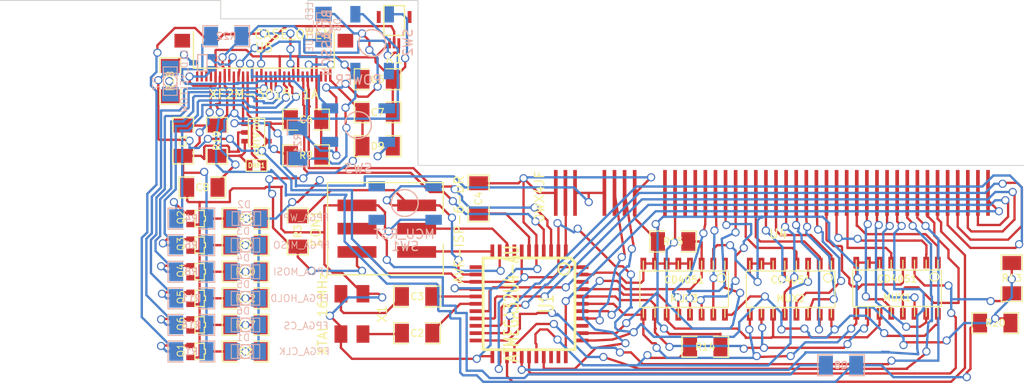
<source format=kicad_pcb>
(kicad_pcb (version 3) (host pcbnew "(2013-may-18)-stable")
  (layers (15 F.Cu signal) (0 B.Cu signal) (18 B.Paste user) (19 F.Paste user) (20 B.SilkS user) (21 F.SilkS user) (22 B.Mask user) (23 F.Mask user) (28 Edge.Cuts user))
  (net 0 "")
  (net 1 /3.3V_DELAYED)
  (net 2 /5V_DELAYED)
  (net 3 /A)
  (net 4 /B)
  (net 5 /BL_CNT)
  (net 6 /C)
  (net 7 /CHG_PWRSWITCH)
  (net 8 /COM1)
  (net 9 /COM2)
  (net 10 /COM3)
  (net 11 /D+)
  (net 12 /D-)
  (net 13 /EPIT1_EPIT0)
  (net 14 "/FPGA CLK")
  (net 15 "/FPGA CS")
  (net 16 "/FPGA HOLD")
  (net 17 "/FPGA MISO")
  (net 18 "/FPGA MOSI")
  (net 19 "/FPGA WP")
  (net 20 /GPT_CAPIN1)
  (net 21 /GPT_CMPOUT3)
  (net 22 /KEY_COL3)
  (net 23 /KEY_ROW1)
  (net 24 /MISO)
  (net 25 /MOSI)
  (net 26 /P1)
  (net 27 /P10)
  (net 28 /P2)
  (net 29 /P3)
  (net 30 /P4)
  (net 31 /P5)
  (net 32 /P6)
  (net 33 /P8)
  (net 34 /P9)
  (net 35 /RST)
  (net 36 /SCK)
  (net 37 /TRACK_HORI)
  (net 38 /TRACK_VERT)
  (net 39 /TS_ANA)
  (net 40 GND)
  (net 41 N-0000014)
  (net 42 N-0000019)
  (net 43 N-0000020)
  (net 44 N-0000021)
  (net 45 N-0000022)
  (net 46 N-0000023)
  (net 47 N-0000024)
  (net 48 N-0000025)
  (net 49 N-0000026)
  (net 50 N-0000027)
  (net 51 N-0000032)
  (net 52 N-0000034)
  (net 53 N-0000035)
  (net 54 N-0000036)
  (net 55 N-0000038)
  (net 56 N-0000039)
  (net 57 N-0000040)
  (net 58 N-0000041)
  (net 59 N-0000042)
  (net 60 N-0000043)
  (net 61 N-0000044)
  (net 62 N-0000045)
  (net 63 N-0000046)
  (net 64 N-000005)
  (net 65 N-0000050)
  (net 66 N-0000051)
  (net 67 N-0000053)
  (net 68 N-0000054)
  (net 69 N-0000055)
  (net 70 N-0000056)
  (net 71 N-000006)
  (net 72 N-0000064)
  (net 73 N-0000065)
  (net 74 N-0000067)
  (net 75 N-0000068)
  (net 76 N-0000069)
  (net 77 N-000007)
  (net 78 N-0000070)
  (net 79 N-0000072)
  (net 80 N-0000073)
  (net 81 N-000008)
  (net 82 N-0000082)
  (net 83 N-0000083)
  (net 84 VCC)
  (net 85 VDD)
  (module TQFP44 (layer F.Cu) (at 122.1 131.1 270)
    (fp_text reference U1 (at 0 -1.905 270) (layer F.SilkS) (effects (font (size 1.524 1.016) (thickness 0.2032))))
    (fp_text value ATMEGA32U4-AU (at 0 1.905 270) (layer F.SilkS) (effects (font (size 1.524 1.016) (thickness 0.2032))))
    (pad 39 smd rect (at 0 -5.715 270) (size 0.4064 1.524) (layers F.Cu F.Paste F.Mask) (net 6 /C))
    (pad 40 smd rect (at -0.8001 -5.715 270) (size 0.4064 1.524) (layers F.Cu F.Paste F.Mask) (net 4 /B))
    (pad 41 smd rect (at -1.6002 -5.715 270) (size 0.4064 1.524) (layers F.Cu F.Paste F.Mask) (net 3 /A))
    (pad 42 smd rect (at -2.4003 -5.715 270) (size 0.4064 1.524) (layers F.Cu F.Paste F.Mask))
    (pad 43 smd rect (at -3.2004 -5.715 270) (size 0.4064 1.524) (layers F.Cu F.Paste F.Mask) (net 40 GND))
    (pad 44 smd rect (at -4.0005 -5.715 270) (size 0.4064 1.524) (layers F.Cu F.Paste F.Mask) (net 84 VCC))
    (pad 38 smd rect (at 0.8001 -5.715 270) (size 0.4064 1.524) (layers F.Cu F.Paste F.Mask) (net 38 /TRACK_VERT))
    (pad 37 smd rect (at 1.6002 -5.715 270) (size 0.4064 1.524) (layers F.Cu F.Paste F.Mask) (net 37 /TRACK_HORI))
    (pad 36 smd rect (at 2.4003 -5.715 270) (size 0.4064 1.524) (layers F.Cu F.Paste F.Mask))
    (pad 35 smd rect (at 3.2004 -5.715 270) (size 0.4064 1.524) (layers F.Cu F.Paste F.Mask) (net 40 GND))
    (pad 34 smd rect (at 4.0005 -5.715 270) (size 0.4064 1.524) (layers F.Cu F.Paste F.Mask) (net 84 VCC))
    (pad 17 smd rect (at 0 5.715 270) (size 0.4064 1.524) (layers F.Cu F.Paste F.Mask) (net 64 N-000005))
    (pad 16 smd rect (at -0.8001 5.715 270) (size 0.4064 1.524) (layers F.Cu F.Paste F.Mask) (net 71 N-000006))
    (pad 15 smd rect (at -1.6002 5.715 270) (size 0.4064 1.524) (layers F.Cu F.Paste F.Mask) (net 40 GND))
    (pad 14 smd rect (at -2.4003 5.715 270) (size 0.4064 1.524) (layers F.Cu F.Paste F.Mask) (net 84 VCC))
    (pad 13 smd rect (at -3.2004 5.715 270) (size 0.4064 1.524) (layers F.Cu F.Paste F.Mask) (net 35 /RST))
    (pad 12 smd rect (at -4.0005 5.715 270) (size 0.4064 1.524) (layers F.Cu F.Paste F.Mask))
    (pad 18 smd rect (at 0.8001 5.715 270) (size 0.4064 1.524) (layers F.Cu F.Paste F.Mask) (net 28 /P2))
    (pad 19 smd rect (at 1.6002 5.715 270) (size 0.4064 1.524) (layers F.Cu F.Paste F.Mask) (net 29 /P3))
    (pad 20 smd rect (at 2.4003 5.715 270) (size 0.4064 1.524) (layers F.Cu F.Paste F.Mask) (net 30 /P4))
    (pad 21 smd rect (at 3.2004 5.715 270) (size 0.4064 1.524) (layers F.Cu F.Paste F.Mask) (net 31 /P5))
    (pad 22 smd rect (at 4.0005 5.715 270) (size 0.4064 1.524) (layers F.Cu F.Paste F.Mask) (net 33 /P8))
    (pad 6 smd rect (at -5.715 0 270) (size 1.524 0.4064) (layers F.Cu F.Paste F.Mask) (net 55 N-0000038))
    (pad 28 smd rect (at 5.715 0 270) (size 1.524 0.4064) (layers F.Cu F.Paste F.Mask) (net 8 /COM1))
    (pad 7 smd rect (at -5.715 0.8001 270) (size 1.524 0.4064) (layers F.Cu F.Paste F.Mask) (net 84 VCC))
    (pad 27 smd rect (at 5.715 0.8001 270) (size 1.524 0.4064) (layers F.Cu F.Paste F.Mask) (net 27 /P10))
    (pad 26 smd rect (at 5.715 1.6002 270) (size 1.524 0.4064) (layers F.Cu F.Paste F.Mask) (net 34 /P9))
    (pad 8 smd rect (at -5.715 1.6002 270) (size 1.524 0.4064) (layers F.Cu F.Paste F.Mask))
    (pad 9 smd rect (at -5.715 2.4003 270) (size 1.524 0.4064) (layers F.Cu F.Paste F.Mask) (net 36 /SCK))
    (pad 25 smd rect (at 5.715 2.4003 270) (size 1.524 0.4064) (layers F.Cu F.Paste F.Mask) (net 32 /P6))
    (pad 24 smd rect (at 5.715 3.2004 270) (size 1.524 0.4064) (layers F.Cu F.Paste F.Mask) (net 84 VCC))
    (pad 10 smd rect (at -5.715 3.2004 270) (size 1.524 0.4064) (layers F.Cu F.Paste F.Mask) (net 25 /MOSI))
    (pad 11 smd rect (at -5.715 4.0005 270) (size 1.524 0.4064) (layers F.Cu F.Paste F.Mask) (net 24 /MISO))
    (pad 23 smd rect (at 5.715 4.0005 270) (size 1.524 0.4064) (layers F.Cu F.Paste F.Mask) (net 40 GND))
    (pad 29 smd rect (at 5.715 -0.8001 270) (size 1.524 0.4064) (layers F.Cu F.Paste F.Mask) (net 9 /COM2))
    (pad 5 smd rect (at -5.715 -0.8001 270) (size 1.524 0.4064) (layers F.Cu F.Paste F.Mask) (net 40 GND))
    (pad 4 smd rect (at -5.715 -1.6002 270) (size 1.524 0.4064) (layers F.Cu F.Paste F.Mask) (net 11 /D+))
    (pad 30 smd rect (at 5.715 -1.6002 270) (size 1.524 0.4064) (layers F.Cu F.Paste F.Mask) (net 10 /COM3))
    (pad 31 smd rect (at 5.715 -2.4003 270) (size 1.524 0.4064) (layers F.Cu F.Paste F.Mask))
    (pad 3 smd rect (at -5.715 -2.4003 270) (size 1.524 0.4064) (layers F.Cu F.Paste F.Mask) (net 12 /D-))
    (pad 2 smd rect (at -5.715 -3.2004 270) (size 1.524 0.4064) (layers F.Cu F.Paste F.Mask) (net 84 VCC))
    (pad 32 smd rect (at 5.715 -3.2004 270) (size 1.524 0.4064) (layers F.Cu F.Paste F.Mask))
    (pad 33 smd rect (at 5.715 -4.0005 270) (size 1.524 0.4064) (layers F.Cu F.Paste F.Mask) (net 26 /P1))
    (pad 1 smd rect (at -5.715 -4.0005 270) (size 1.524 0.4064) (layers F.Cu F.Paste F.Mask) (net 5 /BL_CNT))
  )
  (module so-16 (layer F.Cu) (at 162.2 129.4 180)
    (fp_text reference MUX1 (at 0 -1.016 180) (layer F.SilkS) (effects (font (size 0.7493 0.7493) (thickness 0.14986))))
    (fp_text value CD4051 (at 0 1.016 180) (layer F.SilkS) (effects (font (size 0.7493 0.7493) (thickness 0.14986))))
    (pad 1 smd rect (at -4.445 2.794 180) (size 0.635 1.27) (layers F.Cu F.Paste F.Mask) (net 44 N-0000021))
    (pad 2 smd rect (at -3.175 2.794 180) (size 0.635 1.27) (layers F.Cu F.Paste F.Mask) (net 46 N-0000023))
    (pad 3 smd rect (at -1.905 2.794 180) (size 0.635 1.27) (layers F.Cu F.Paste F.Mask) (net 8 /COM1))
    (pad 4 smd rect (at -0.635 2.794 180) (size 0.635 1.27) (layers F.Cu F.Paste F.Mask) (net 42 N-0000019))
    (pad 5 smd rect (at 0.635 2.794 180) (size 0.635 1.27) (layers F.Cu F.Paste F.Mask) (net 45 N-0000022))
    (pad 6 smd rect (at 1.905 2.794 180) (size 0.635 1.27) (layers F.Cu F.Paste F.Mask) (net 40 GND))
    (pad 7 smd rect (at 3.175 2.794 180) (size 0.635 1.27) (layers F.Cu F.Paste F.Mask) (net 40 GND))
    (pad 8 smd rect (at 4.445 2.794 180) (size 0.635 1.27) (layers F.Cu F.Paste F.Mask) (net 40 GND))
    (pad 9 smd rect (at 4.445 -2.794 180) (size 0.635 1.27) (layers F.Cu F.Paste F.Mask) (net 6 /C))
    (pad 10 smd rect (at 3.175 -2.794 180) (size 0.635 1.27) (layers F.Cu F.Paste F.Mask) (net 4 /B))
    (pad 11 smd rect (at 1.905 -2.794 180) (size 0.635 1.27) (layers F.Cu F.Paste F.Mask) (net 3 /A))
    (pad 12 smd rect (at 0.635 -2.794 180) (size 0.635 1.27) (layers F.Cu F.Paste F.Mask) (net 43 N-0000020))
    (pad 13 smd rect (at -0.635 -2.794 180) (size 0.635 1.27) (layers F.Cu F.Paste F.Mask) (net 52 N-0000034))
    (pad 14 smd rect (at -1.905 -2.794 180) (size 0.635 1.27) (layers F.Cu F.Paste F.Mask) (net 53 N-0000035))
    (pad 15 smd rect (at -3.175 -2.794 180) (size 0.635 1.27) (layers F.Cu F.Paste F.Mask) (net 54 N-0000036))
    (pad 16 smd rect (at -4.445 -2.794 180) (size 0.635 1.27) (layers F.Cu F.Paste F.Mask) (net 84 VCC))
  )
  (module so-16 (layer F.Cu) (at 139 129.5 180)
    (fp_text reference MUX3 (at 0 -1.016 180) (layer F.SilkS) (effects (font (size 0.7493 0.7493) (thickness 0.14986))))
    (fp_text value CD4051 (at 0 1.016 180) (layer F.SilkS) (effects (font (size 0.7493 0.7493) (thickness 0.14986))))
    (pad 1 smd rect (at -4.445 2.794 180) (size 0.635 1.27) (layers F.Cu F.Paste F.Mask) (net 41 N-0000014))
    (pad 2 smd rect (at -3.175 2.794 180) (size 0.635 1.27) (layers F.Cu F.Paste F.Mask) (net 40 GND))
    (pad 3 smd rect (at -1.905 2.794 180) (size 0.635 1.27) (layers F.Cu F.Paste F.Mask) (net 10 /COM3))
    (pad 4 smd rect (at -0.635 2.794 180) (size 0.635 1.27) (layers F.Cu F.Paste F.Mask) (net 40 GND))
    (pad 5 smd rect (at 0.635 2.794 180) (size 0.635 1.27) (layers F.Cu F.Paste F.Mask) (net 40 GND))
    (pad 6 smd rect (at 1.905 2.794 180) (size 0.635 1.27) (layers F.Cu F.Paste F.Mask) (net 40 GND))
    (pad 7 smd rect (at 3.175 2.794 180) (size 0.635 1.27) (layers F.Cu F.Paste F.Mask) (net 40 GND))
    (pad 8 smd rect (at 4.445 2.794 180) (size 0.635 1.27) (layers F.Cu F.Paste F.Mask) (net 40 GND))
    (pad 9 smd rect (at 4.445 -2.794 180) (size 0.635 1.27) (layers F.Cu F.Paste F.Mask) (net 6 /C))
    (pad 10 smd rect (at 3.175 -2.794 180) (size 0.635 1.27) (layers F.Cu F.Paste F.Mask) (net 4 /B))
    (pad 11 smd rect (at 1.905 -2.794 180) (size 0.635 1.27) (layers F.Cu F.Paste F.Mask) (net 3 /A))
    (pad 12 smd rect (at 0.635 -2.794 180) (size 0.635 1.27) (layers F.Cu F.Paste F.Mask) (net 63 N-0000046))
    (pad 13 smd rect (at -0.635 -2.794 180) (size 0.635 1.27) (layers F.Cu F.Paste F.Mask) (net 60 N-0000043))
    (pad 14 smd rect (at -1.905 -2.794 180) (size 0.635 1.27) (layers F.Cu F.Paste F.Mask) (net 61 N-0000044))
    (pad 15 smd rect (at -3.175 -2.794 180) (size 0.635 1.27) (layers F.Cu F.Paste F.Mask) (net 62 N-0000045))
    (pad 16 smd rect (at -4.445 -2.794 180) (size 0.635 1.27) (layers F.Cu F.Paste F.Mask) (net 84 VCC))
  )
  (module SM1206 (layer B.Cu) (at 89.1 101.9)
    (fp_text reference R22 (at 0 0) (layer B.SilkS) (effects (font (size 0.762 0.762) (thickness 0.127)) (justify mirror)))
    (fp_text value 10K hide)
    (pad 1 smd rect (at -1.651 0) (size 1.524 2.032) (layers B.Cu B.Paste B.Mask) (net 23 /KEY_ROW1))
    (pad 2 smd rect (at 1.651 0) (size 1.524 2.032) (layers B.Cu B.Paste B.Mask) (net 1 /3.3V_DELAYED))
  )
  (module SM1206 (layer B.Cu) (at 85.3 136.3)
    (fp_text reference R1 (at 0 0) (layer B.SilkS) (effects (font (size 0.762 0.762) (thickness 0.127)) (justify mirror)))
    (fp_text value 10K hide)
    (pad 1 smd rect (at -1.651 0) (size 1.524 2.032) (layers B.Cu B.Paste B.Mask) (net 14 "/FPGA CLK"))
    (pad 2 smd rect (at 1.651 0) (size 1.524 2.032) (layers B.Cu B.Paste B.Mask) (net 40 GND))
  )
  (module SM1206 (layer F.Cu) (at 137.8 124.3 180)
    (fp_text reference R15 (at 0 0 180) (layer F.SilkS) (effects (font (size 0.762 0.762) (thickness 0.127))))
    (fp_text value 10K hide)
    (pad 1 smd rect (at -1.651 0 180) (size 1.524 2.032) (layers F.Cu F.Paste F.Mask) (net 10 /COM3))
    (pad 2 smd rect (at 1.651 0 180) (size 1.524 2.032) (layers F.Cu F.Paste F.Mask) (net 40 GND))
  )
  (module SM1206 (layer B.Cu) (at 85.3 133.4)
    (fp_text reference R16 (at 0 0) (layer B.SilkS) (effects (font (size 0.762 0.762) (thickness 0.127)) (justify mirror)))
    (fp_text value 10K hide)
    (pad 1 smd rect (at -1.651 0) (size 1.524 2.032) (layers B.Cu B.Paste B.Mask) (net 15 "/FPGA CS"))
    (pad 2 smd rect (at 1.651 0) (size 1.524 2.032) (layers B.Cu B.Paste B.Mask) (net 40 GND))
  )
  (module SM1206 (layer F.Cu) (at 83 106.8 90)
    (fp_text reference R18 (at 0 0 90) (layer F.SilkS) (effects (font (size 0.762 0.762) (thickness 0.127))))
    (fp_text value 1K hide)
    (pad 1 smd rect (at -1.651 0 90) (size 1.524 2.032) (layers F.Cu F.Paste F.Mask) (net 69 N-0000055))
    (pad 2 smd rect (at 1.651 0 90) (size 1.524 2.032) (layers F.Cu F.Paste F.Mask) (net 70 N-0000056))
  )
  (module SM1206 (layer F.Cu) (at 91.2 121.8 180)
    (fp_text reference R5 (at 0 0 180) (layer F.SilkS) (effects (font (size 0.762 0.762) (thickness 0.127))))
    (fp_text value 1K hide)
    (pad 1 smd rect (at -1.651 0 180) (size 1.524 2.032) (layers F.Cu F.Paste F.Mask) (net 74 N-0000067))
    (pad 2 smd rect (at 1.651 0 180) (size 1.524 2.032) (layers F.Cu F.Paste F.Mask) (net 75 N-0000068))
  )
  (module SM1206 (layer B.Cu) (at 85.3 121.8)
    (fp_text reference R4 (at 0 0) (layer B.SilkS) (effects (font (size 0.762 0.762) (thickness 0.127)) (justify mirror)))
    (fp_text value 10K hide)
    (pad 1 smd rect (at -1.651 0) (size 1.524 2.032) (layers B.Cu B.Paste B.Mask) (net 19 "/FPGA WP"))
    (pad 2 smd rect (at 1.651 0) (size 1.524 2.032) (layers B.Cu B.Paste B.Mask) (net 40 GND))
  )
  (module SM1206 (layer F.Cu) (at 91.2 124.7 180)
    (fp_text reference R7 (at 0 0 180) (layer F.SilkS) (effects (font (size 0.762 0.762) (thickness 0.127))))
    (fp_text value 1K hide)
    (pad 1 smd rect (at -1.651 0 180) (size 1.524 2.032) (layers F.Cu F.Paste F.Mask) (net 76 N-0000069))
    (pad 2 smd rect (at 1.651 0 180) (size 1.524 2.032) (layers F.Cu F.Paste F.Mask) (net 78 N-0000070))
  )
  (module SM1206 (layer B.Cu) (at 85.3 124.7)
    (fp_text reference R6 (at 0 0) (layer B.SilkS) (effects (font (size 0.762 0.762) (thickness 0.127)) (justify mirror)))
    (fp_text value 10K hide)
    (pad 1 smd rect (at -1.651 0) (size 1.524 2.032) (layers B.Cu B.Paste B.Mask) (net 17 "/FPGA MISO"))
    (pad 2 smd rect (at 1.651 0) (size 1.524 2.032) (layers B.Cu B.Paste B.Mask) (net 40 GND))
  )
  (module SM1206 (layer F.Cu) (at 91.2 127.6 180)
    (fp_text reference R10 (at 0 0 180) (layer F.SilkS) (effects (font (size 0.762 0.762) (thickness 0.127))))
    (fp_text value 1K hide)
    (pad 1 smd rect (at -1.651 0 180) (size 1.524 2.032) (layers F.Cu F.Paste F.Mask) (net 79 N-0000072))
    (pad 2 smd rect (at 1.651 0 180) (size 1.524 2.032) (layers F.Cu F.Paste F.Mask) (net 80 N-0000073))
  )
  (module SM1206 (layer B.Cu) (at 85.3 127.6)
    (fp_text reference R8 (at 0 0) (layer B.SilkS) (effects (font (size 0.762 0.762) (thickness 0.127)) (justify mirror)))
    (fp_text value 10K hide)
    (pad 1 smd rect (at -1.651 0) (size 1.524 2.032) (layers B.Cu B.Paste B.Mask) (net 18 "/FPGA MOSI"))
    (pad 2 smd rect (at 1.651 0) (size 1.524 2.032) (layers B.Cu B.Paste B.Mask) (net 40 GND))
  )
  (module SM1206 (layer F.Cu) (at 91.2 130.5 180)
    (fp_text reference R12 (at 0 0 180) (layer F.SilkS) (effects (font (size 0.762 0.762) (thickness 0.127))))
    (fp_text value 1K hide)
    (pad 1 smd rect (at -1.651 0 180) (size 1.524 2.032) (layers F.Cu F.Paste F.Mask) (net 65 N-0000050))
    (pad 2 smd rect (at 1.651 0 180) (size 1.524 2.032) (layers F.Cu F.Paste F.Mask) (net 66 N-0000051))
  )
  (module SM1206 (layer F.Cu) (at 91.2 133.4 180)
    (fp_text reference R17 (at 0 0 180) (layer F.SilkS) (effects (font (size 0.762 0.762) (thickness 0.127))))
    (fp_text value 1K hide)
    (pad 1 smd rect (at -1.651 0 180) (size 1.524 2.032) (layers F.Cu F.Paste F.Mask) (net 67 N-0000053))
    (pad 2 smd rect (at 1.651 0 180) (size 1.524 2.032) (layers F.Cu F.Paste F.Mask) (net 68 N-0000054))
  )
  (module SM1206 (layer B.Cu) (at 85.3 130.5)
    (fp_text reference R11 (at 0 0) (layer B.SilkS) (effects (font (size 0.762 0.762) (thickness 0.127)) (justify mirror)))
    (fp_text value 10K hide)
    (pad 1 smd rect (at -1.651 0) (size 1.524 2.032) (layers B.Cu B.Paste B.Mask) (net 16 "/FPGA HOLD"))
    (pad 2 smd rect (at 1.651 0) (size 1.524 2.032) (layers B.Cu B.Paste B.Mask) (net 40 GND))
  )
  (module SM1206 (layer B.Cu) (at 96.9 113.6 90)
    (fp_text reference R21 (at 0 0 90) (layer B.SilkS) (effects (font (size 0.762 0.762) (thickness 0.127)) (justify mirror)))
    (fp_text value 1K hide)
    (pad 1 smd rect (at -1.651 0 90) (size 1.524 2.032) (layers B.Cu B.Paste B.Mask) (net 73 N-0000065))
    (pad 2 smd rect (at 1.651 0 90) (size 1.524 2.032) (layers B.Cu B.Paste B.Mask) (net 72 N-0000064))
  )
  (module SM1206 (layer F.Cu) (at 86.5 118.4 180)
    (fp_text reference C8 (at 0 0 180) (layer F.SilkS) (effects (font (size 0.762 0.762) (thickness 0.127))))
    (fp_text value 0.1uF hide)
    (pad 1 smd rect (at -1.651 0 180) (size 1.524 2.032) (layers F.Cu F.Paste F.Mask) (net 23 /KEY_ROW1))
    (pad 2 smd rect (at 1.651 0 180) (size 1.524 2.032) (layers F.Cu F.Paste F.Mask) (net 40 GND))
  )
  (module SM1206 (layer F.Cu) (at 105.6 113.9 180)
    (fp_text reference D9 (at 0 0 180) (layer F.SilkS) (effects (font (size 0.762 0.762) (thickness 0.127))))
    (fp_text value RSA5M hide)
    (pad 1 smd rect (at -1.651 0 180) (size 1.524 2.032) (layers F.Cu F.Paste F.Mask) (net 40 GND))
    (pad 2 smd rect (at 1.651 0 180) (size 1.524 2.032) (layers F.Cu F.Paste F.Mask) (net 84 VCC))
  )
  (module SM1206 (layer F.Cu) (at 105.6 110.2 180)
    (fp_text reference C7 (at 0 0 180) (layer F.SilkS) (effects (font (size 0.762 0.762) (thickness 0.127))))
    (fp_text value 100uF hide)
    (pad 1 smd rect (at -1.651 0 180) (size 1.524 2.032) (layers F.Cu F.Paste F.Mask) (net 40 GND))
    (pad 2 smd rect (at 1.651 0 180) (size 1.524 2.032) (layers F.Cu F.Paste F.Mask) (net 84 VCC))
  )
  (module SM1206 (layer F.Cu) (at 84.4 113.3 90)
    (fp_text reference C1 (at 0 0 90) (layer F.SilkS) (effects (font (size 0.762 0.762) (thickness 0.127))))
    (fp_text value 0.1uF hide)
    (pad 1 smd rect (at -1.651 0 90) (size 1.524 2.032) (layers F.Cu F.Paste F.Mask) (net 40 GND))
    (pad 2 smd rect (at 1.651 0 90) (size 1.524 2.032) (layers F.Cu F.Paste F.Mask) (net 1 /3.3V_DELAYED))
  )
  (module SM1206 (layer F.Cu) (at 88.1 113.3 90)
    (fp_text reference R19 (at 0 0 90) (layer F.SilkS) (effects (font (size 0.762 0.762) (thickness 0.127))))
    (fp_text value 10K hide)
    (pad 1 smd rect (at -1.651 0 90) (size 1.524 2.032) (layers F.Cu F.Paste F.Mask) (net 51 N-0000032))
    (pad 2 smd rect (at 1.651 0 90) (size 1.524 2.032) (layers F.Cu F.Paste F.Mask) (net 1 /3.3V_DELAYED))
  )
  (module SM1206 (layer F.Cu) (at 97.8 111)
    (fp_text reference C6 (at 0 0) (layer F.SilkS) (effects (font (size 0.762 0.762) (thickness 0.127))))
    (fp_text value 1uF hide)
    (pad 1 smd rect (at -1.651 0) (size 1.524 2.032) (layers F.Cu F.Paste F.Mask) (net 85 VDD))
    (pad 2 smd rect (at 1.651 0) (size 1.524 2.032) (layers F.Cu F.Paste F.Mask) (net 40 GND))
  )
  (module SM1206 (layer F.Cu) (at 97.8 114.9)
    (fp_text reference R9 (at 0 0) (layer F.SilkS) (effects (font (size 0.762 0.762) (thickness 0.127))))
    (fp_text value 10K hide)
    (pad 1 smd rect (at -1.651 0) (size 1.524 2.032) (layers F.Cu F.Paste F.Mask) (net 21 /GPT_CMPOUT3))
    (pad 2 smd rect (at 1.651 0) (size 1.524 2.032) (layers F.Cu F.Paste F.Mask) (net 40 GND))
  )
  (module SM1206 (layer F.Cu) (at 105.6 106.6)
    (fp_text reference C5 (at 0 0) (layer F.SilkS) (effects (font (size 0.762 0.762) (thickness 0.127))))
    (fp_text value 1uF hide)
    (pad 1 smd rect (at -1.651 0) (size 1.524 2.032) (layers F.Cu F.Paste F.Mask) (net 2 /5V_DELAYED))
    (pad 2 smd rect (at 1.651 0) (size 1.524 2.032) (layers F.Cu F.Paste F.Mask) (net 40 GND))
  )
  (module SM1206 (layer F.Cu) (at 141.3 135.8)
    (fp_text reference R14 (at 0 0) (layer F.SilkS) (effects (font (size 0.762 0.762) (thickness 0.127))))
    (fp_text value 10K hide)
    (pad 1 smd rect (at -1.651 0) (size 1.524 2.032) (layers F.Cu F.Paste F.Mask) (net 9 /COM2))
    (pad 2 smd rect (at 1.651 0) (size 1.524 2.032) (layers F.Cu F.Paste F.Mask) (net 40 GND))
  )
  (module SM1206 (layer F.Cu) (at 91.2 136.3 180)
    (fp_text reference R2 (at 0 0 180) (layer F.SilkS) (effects (font (size 0.762 0.762) (thickness 0.127))))
    (fp_text value 1K hide)
    (pad 1 smd rect (at -1.651 0 180) (size 1.524 2.032) (layers F.Cu F.Paste F.Mask) (net 82 N-0000082))
    (pad 2 smd rect (at 1.651 0 180) (size 1.524 2.032) (layers F.Cu F.Paste F.Mask) (net 83 N-0000083))
  )
  (module SM1206 (layer F.Cu) (at 116.6 119.6 90)
    (fp_text reference C4 (at 0 0 90) (layer F.SilkS) (effects (font (size 0.762 0.762) (thickness 0.127))))
    (fp_text value 1uF hide)
    (pad 1 smd rect (at -1.651 0 90) (size 1.524 2.032) (layers F.Cu F.Paste F.Mask) (net 55 N-0000038))
    (pad 2 smd rect (at 1.651 0 90) (size 1.524 2.032) (layers F.Cu F.Paste F.Mask) (net 40 GND))
  )
  (module SM1206 (layer F.Cu) (at 172.9 133.2 180)
    (fp_text reference R20 (at 0 0 180) (layer F.SilkS) (effects (font (size 0.762 0.762) (thickness 0.127))))
    (fp_text value 10K hide)
    (pad 1 smd rect (at -1.651 0 180) (size 1.524 2.032) (layers F.Cu F.Paste F.Mask) (net 40 GND))
    (pad 2 smd rect (at 1.651 0 180) (size 1.524 2.032) (layers F.Cu F.Paste F.Mask) (net 39 /TS_ANA))
  )
  (module SM1206 (layer F.Cu) (at 96.9 123.2 90)
    (fp_text reference R3 (at 0 0 90) (layer F.SilkS) (effects (font (size 0.762 0.762) (thickness 0.127))))
    (fp_text value 10K hide)
    (pad 1 smd rect (at -1.651 0 90) (size 1.524 2.032) (layers F.Cu F.Paste F.Mask) (net 84 VCC))
    (pad 2 smd rect (at 1.651 0 90) (size 1.524 2.032) (layers F.Cu F.Paste F.Mask) (net 35 /RST))
  )
  (module SM1206 (layer F.Cu) (at 109.9 134.3)
    (fp_text reference C2 (at 0 0) (layer F.SilkS) (effects (font (size 0.762 0.762) (thickness 0.127))))
    (fp_text value 22pF hide)
    (pad 1 smd rect (at -1.651 0) (size 1.524 2.032) (layers F.Cu F.Paste F.Mask) (net 77 N-000007))
    (pad 2 smd rect (at 1.651 0) (size 1.524 2.032) (layers F.Cu F.Paste F.Mask) (net 64 N-000005))
  )
  (module SM1206 (layer F.Cu) (at 109.9 130.3)
    (fp_text reference C3 (at 0 0) (layer F.SilkS) (effects (font (size 0.762 0.762) (thickness 0.127))))
    (fp_text value 22pF hide)
    (pad 1 smd rect (at -1.651 0) (size 1.524 2.032) (layers F.Cu F.Paste F.Mask) (net 81 N-000008))
    (pad 2 smd rect (at 1.651 0) (size 1.524 2.032) (layers F.Cu F.Paste F.Mask) (net 71 N-000006))
  )
  (module SM1206 (layer F.Cu) (at 174.7 128.3 90)
    (fp_text reference R13 (at 0 0 180) (layer F.SilkS) (effects (font (size 0.762 0.762) (thickness 0.127))))
    (fp_text value 10K hide)
    (pad 1 smd rect (at -1.651 0 90) (size 1.524 2.032) (layers F.Cu F.Paste F.Mask) (net 8 /COM1))
    (pad 2 smd rect (at 1.651 0 90) (size 1.524 2.032) (layers F.Cu F.Paste F.Mask) (net 40 GND))
  )
  (module SM0603 (layer F.Cu) (at 92.4 116)
    (fp_text reference DNP1 (at 0 0) (layer F.SilkS) (effects (font (size 0.508 0.4572) (thickness 0.1143))))
    (fp_text value 0 hide)
    (pad 1 smd rect (at -0.762 0) (size 0.635 1.143) (layers F.Cu F.Paste F.Mask) (net 51 N-0000032))
    (pad 2 smd rect (at 0.762 0) (size 0.635 1.143) (layers F.Cu F.Paste F.Mask) (net 20 /GPT_CAPIN1))
  )
  (module LED-1206 (layer B.Cu) (at 91.3 121.8 180)
    (fp_text reference D2 (at 0.254 1.524 180) (layer B.SilkS) (effects (font (size 0.762 0.762) (thickness 0.0889)) (justify mirror)))
    (fp_text value FPGA_WP (at -6.5 0.1 180) (layer B.SilkS) (effects (font (size 0.762 0.762) (thickness 0.0889)) (justify mirror)))
    (pad 1 smd rect (at -1.41986 0 180) (size 1.59766 1.80086) (layers B.Cu B.Paste B.Mask) (net 85 VDD))
    (pad 2 smd rect (at 1.41986 0 180) (size 1.59766 1.80086) (layers B.Cu B.Paste B.Mask) (net 74 N-0000067))
  )
  (module LED-1206 (layer B.Cu) (at 91.2 133.4 180)
    (fp_text reference D6 (at 0.254 1.524 180) (layer B.SilkS) (effects (font (size 0.762 0.762) (thickness 0.0889)) (justify mirror)))
    (fp_text value FPGA_CS (at -6.6 -0.1 180) (layer B.SilkS) (effects (font (size 0.762 0.762) (thickness 0.0889)) (justify mirror)))
    (pad 1 smd rect (at -1.41986 0 180) (size 1.59766 1.80086) (layers B.Cu B.Paste B.Mask) (net 85 VDD))
    (pad 2 smd rect (at 1.41986 0 180) (size 1.59766 1.80086) (layers B.Cu B.Paste B.Mask) (net 67 N-0000053))
  )
  (module LED-1206 (layer B.Cu) (at 91.2 130.5 180)
    (fp_text reference D5 (at 0.254 1.524 180) (layer B.SilkS) (effects (font (size 0.762 0.762) (thickness 0.0889)) (justify mirror)))
    (fp_text value FPGA_HOLD (at -5.9 0 180) (layer B.SilkS) (effects (font (size 0.762 0.762) (thickness 0.0889)) (justify mirror)))
    (pad 1 smd rect (at -1.41986 0 180) (size 1.59766 1.80086) (layers B.Cu B.Paste B.Mask) (net 85 VDD))
    (pad 2 smd rect (at 1.41986 0 180) (size 1.59766 1.80086) (layers B.Cu B.Paste B.Mask) (net 65 N-0000050))
  )
  (module LED-1206 (layer B.Cu) (at 91.2 127.6 180)
    (fp_text reference D4 (at 0.254 1.524 180) (layer B.SilkS) (effects (font (size 0.762 0.762) (thickness 0.0889)) (justify mirror)))
    (fp_text value FPGA_MOSI (at -6.1 0 180) (layer B.SilkS) (effects (font (size 0.762 0.762) (thickness 0.0889)) (justify mirror)))
    (pad 1 smd rect (at -1.41986 0 180) (size 1.59766 1.80086) (layers B.Cu B.Paste B.Mask) (net 85 VDD))
    (pad 2 smd rect (at 1.41986 0 180) (size 1.59766 1.80086) (layers B.Cu B.Paste B.Mask) (net 79 N-0000072))
  )
  (module LED-1206 (layer B.Cu) (at 91.2 124.7 180)
    (fp_text reference D3 (at 0.254 1.524 180) (layer B.SilkS) (effects (font (size 0.762 0.762) (thickness 0.0889)) (justify mirror)))
    (fp_text value FPGA_MISO (at -6.1 0 180) (layer B.SilkS) (effects (font (size 0.762 0.762) (thickness 0.0889)) (justify mirror)))
    (pad 1 smd rect (at -1.41986 0 180) (size 1.59766 1.80086) (layers B.Cu B.Paste B.Mask) (net 85 VDD))
    (pad 2 smd rect (at 1.41986 0 180) (size 1.59766 1.80086) (layers B.Cu B.Paste B.Mask) (net 76 N-0000069))
  )
  (module LED-1206 (layer B.Cu) (at 91.2 136.3 180)
    (fp_text reference D1 (at 0.254 1.524 180) (layer B.SilkS) (effects (font (size 0.762 0.762) (thickness 0.0889)) (justify mirror)))
    (fp_text value FPGA_CLK (at -6.4 0 180) (layer B.SilkS) (effects (font (size 0.762 0.762) (thickness 0.0889)) (justify mirror)))
    (pad 1 smd rect (at -1.41986 0 180) (size 1.59766 1.80086) (layers B.Cu B.Paste B.Mask) (net 85 VDD))
    (pad 2 smd rect (at 1.41986 0 180) (size 1.59766 1.80086) (layers B.Cu B.Paste B.Mask) (net 82 N-0000082))
  )
  (module LED-1206 (layer B.Cu) (at 83 106.8 270)
    (fp_text reference D7 (at 0.254 1.524 270) (layer B.SilkS) (effects (font (size 0.762 0.762) (thickness 0.0889)) (justify mirror)))
    (fp_text value LED_YELLOW (at 0 -1.524 270) (layer B.SilkS) (effects (font (size 0.762 0.762) (thickness 0.0889)) (justify mirror)))
    (pad 1 smd rect (at -1.41986 0 270) (size 1.59766 1.80086) (layers B.Cu B.Paste B.Mask) (net 2 /5V_DELAYED))
    (pad 2 smd rect (at 1.41986 0 270) (size 1.59766 1.80086) (layers B.Cu B.Paste B.Mask) (net 69 N-0000055))
  )
  (module LED-1206 (layer B.Cu) (at 99.7 100.9 90)
    (fp_text reference D8 (at 0.254 1.524 90) (layer B.SilkS) (effects (font (size 0.762 0.762) (thickness 0.0889)) (justify mirror)))
    (fp_text value LED_BLUE (at 0 -1.524 90) (layer B.SilkS) (effects (font (size 0.762 0.762) (thickness 0.0889)) (justify mirror)))
    (pad 1 smd rect (at -1.41986 0 90) (size 1.59766 1.80086) (layers B.Cu B.Paste B.Mask) (net 1 /3.3V_DELAYED))
    (pad 2 smd rect (at 1.41986 0 90) (size 1.59766 1.80086) (layers B.Cu B.Paste B.Mask) (net 72 N-0000064))
  )
  (module TACT_SW (layer B.Cu) (at 108.6 120.1)
    (fp_text reference SW1 (at 0 4.7244) (layer B.SilkS) (effects (justify mirror)))
    (fp_text value MCU_RST (at -0.1 3.4) (layer B.SilkS) (effects (justify mirror)))
    (pad 1 smd rect (at -3.0988 1.8288) (size 1.8 1.1) (layers B.Cu B.Paste B.Mask))
    (pad 2 smd rect (at 3.0988 1.8288) (size 1.8 1.1) (layers B.Cu B.Paste B.Mask) (net 40 GND))
    (pad 3 smd rect (at -3.0988 -1.8288) (size 1.8 1.1) (layers B.Cu B.Paste B.Mask))
    (pad 4 smd rect (at 3.0988 -1.8288) (size 1.8 1.1) (layers B.Cu B.Paste B.Mask) (net 35 /RST))
  )
  (module TACT_SW (layer B.Cu) (at 105 102.6 90)
    (fp_text reference SW2 (at 0 3.9 90) (layer B.SilkS) (effects (justify mirror)))
    (fp_text value BT_ASSCN (at 0 -4.9276 90) (layer B.SilkS) (effects (justify mirror)))
    (pad 1 smd rect (at -3.0988 1.8288 90) (size 1.8 1.1) (layers B.Cu B.Paste B.Mask))
    (pad 2 smd rect (at 3.0988 1.8288 90) (size 1.8 1.1) (layers B.Cu B.Paste B.Mask) (net 40 GND))
    (pad 3 smd rect (at -3.0988 -1.8288 90) (size 1.8 1.1) (layers B.Cu B.Paste B.Mask) (net 73 N-0000065))
    (pad 4 smd rect (at 3.0988 -1.8288 90) (size 1.8 1.1) (layers B.Cu B.Paste B.Mask) (net 23 /KEY_ROW1))
  )
  (module AVR_6_SMD (layer F.Cu) (at 106.6 122.9 90)
    (fp_text reference CON1 (at 0.0508 -7.7216 90) (layer F.SilkS))
    (fp_text value AVR-ISP-6-DR (at -0.1016 7.874 90) (layer F.SilkS))
    (pad 1 smd rect (at -2.54 3.2512 90) (size 1.27 4.24) (layers F.Cu F.Paste F.Mask) (net 24 /MISO))
    (pad 2 smd rect (at -2.54 -3.2512 90) (size 1.27 4.24) (layers F.Cu F.Paste F.Mask) (net 84 VCC))
    (pad 3 smd rect (at 0 3.2512 90) (size 1.27 4.24) (layers F.Cu F.Paste F.Mask) (net 36 /SCK))
    (pad 4 smd rect (at 0 -3.2512 90) (size 1.27 4.24) (layers F.Cu F.Paste F.Mask) (net 25 /MOSI))
    (pad 5 smd rect (at 2.54 3.2512 90) (size 1.27 4.24) (layers F.Cu F.Paste F.Mask) (net 35 /RST))
    (pad 6 smd rect (at 2.54 -3.2512 90) (size 1.27 4.24) (layers F.Cu F.Paste F.Mask) (net 40 GND))
  )
  (module XTAL_6mmx3.5mm (layer F.Cu) (at 102.8 132.2 270)
    (fp_text reference X1 (at 0 -3.302 270) (layer F.SilkS))
    (fp_text value "XTAL 16MHz" (at 0 3.2004 270) (layer F.SilkS))
    (pad 1 smd rect (at -2.2 1.2 270) (size 1.9 1.4) (layers F.Cu F.Paste F.Mask) (net 81 N-000008))
    (pad 2 smd rect (at 2.2 1.2 270) (size 1.9 1.4) (layers F.Cu F.Paste F.Mask) (net 40 GND))
    (pad 3 smd rect (at 2.2 -1.2 270) (size 1.9 1.4) (layers F.Cu F.Paste F.Mask) (net 77 N-000007))
    (pad 4 smd rect (at -2.2 -1.2 270) (size 1.9 1.4) (layers F.Cu F.Paste F.Mask) (net 40 GND))
  )
  (module 0WXJ4F (layer F.Cu) (at 149.2 119.2)
    (fp_text reference U4 (at 0.0508 4.2672) (layer F.SilkS))
    (fp_text value 0WX4JF (at -25.9588 0.2032 90) (layer F.SilkS))
    (pad 1 smd rect (at 22.9108 -0.2032) (size 0.4 5) (layers F.Cu F.Paste F.Mask) (net 26 /P1))
    (pad 2 smd rect (at 21.8108 -0.2032) (size 0.4 5) (layers F.Cu F.Paste F.Mask) (net 28 /P2))
    (pad 3 smd rect (at 20.7108 -0.2032) (size 0.4 5) (layers F.Cu F.Paste F.Mask) (net 29 /P3))
    (pad 4 smd rect (at 19.6108 -0.2032) (size 0.4 5) (layers F.Cu F.Paste F.Mask) (net 30 /P4))
    (pad 5 smd rect (at 18.5108 -0.2032) (size 0.4 5) (layers F.Cu F.Paste F.Mask) (net 31 /P5))
    (pad 6 smd rect (at 17.4108 -0.2032) (size 0.4 5) (layers F.Cu F.Paste F.Mask) (net 32 /P6))
    (pad 7 smd rect (at 16.3108 -0.2032) (size 0.4 5) (layers F.Cu F.Paste F.Mask) (net 52 N-0000034))
    (pad 8 smd rect (at 15.2108 -0.2032) (size 0.4 5) (layers F.Cu F.Paste F.Mask) (net 33 /P8))
    (pad 9 smd rect (at 14.1108 -0.2032) (size 0.4 5) (layers F.Cu F.Paste F.Mask) (net 34 /P9))
    (pad 10 smd rect (at 13.0108 -0.2032) (size 0.4 5) (layers F.Cu F.Paste F.Mask) (net 27 /P10))
    (pad 11 smd rect (at 11.9108 -0.2032) (size 0.4 5) (layers F.Cu F.Paste F.Mask) (net 53 N-0000035))
    (pad 12 smd rect (at 10.8108 -0.2032) (size 0.4 5) (layers F.Cu F.Paste F.Mask) (net 54 N-0000036))
    (pad 13 smd rect (at 9.7108 -0.2032) (size 0.4 5) (layers F.Cu F.Paste F.Mask) (net 43 N-0000020))
    (pad 14 smd rect (at 8.6108 -0.2032) (size 0.4 5) (layers F.Cu F.Paste F.Mask) (net 44 N-0000021))
    (pad 15 smd rect (at 7.5108 -0.2032) (size 0.4 5) (layers F.Cu F.Paste F.Mask) (net 45 N-0000022))
    (pad 16 smd rect (at 6.4108 -0.2032) (size 0.4 5) (layers F.Cu F.Paste F.Mask) (net 46 N-0000023))
    (pad 17 smd rect (at 5.3108 -0.2032) (size 0.4 5) (layers F.Cu F.Paste F.Mask) (net 42 N-0000019))
    (pad 18 smd rect (at 4.2108 -0.2032) (size 0.4 5) (layers F.Cu F.Paste F.Mask) (net 47 N-0000024))
    (pad 19 smd rect (at 3.1108 -0.2032) (size 0.4 5) (layers F.Cu F.Paste F.Mask) (net 48 N-0000025))
    (pad 20 smd rect (at 2.0108 -0.2032) (size 0.4 5) (layers F.Cu F.Paste F.Mask) (net 49 N-0000026))
    (pad 21 smd rect (at 0.9108 -0.2032) (size 0.4 5) (layers F.Cu F.Paste F.Mask) (net 50 N-0000027))
    (pad 22 smd rect (at -0.1892 -0.2032) (size 0.4 5) (layers F.Cu F.Paste F.Mask) (net 56 N-0000039))
    (pad 23 smd rect (at -1.2892 -0.2032) (size 0.4 5) (layers F.Cu F.Paste F.Mask) (net 57 N-0000040))
    (pad 24 smd rect (at -2.3892 -0.2032) (size 0.4 5) (layers F.Cu F.Paste F.Mask) (net 58 N-0000041))
    (pad 25 smd rect (at -3.4892 -0.2032) (size 0.4 5) (layers F.Cu F.Paste F.Mask) (net 59 N-0000042))
    (pad 26 smd rect (at -4.5892 -0.2032) (size 0.4 5) (layers F.Cu F.Paste F.Mask) (net 60 N-0000043))
    (pad 27 smd rect (at -5.6892 -0.2032) (size 0.4 5) (layers F.Cu F.Paste F.Mask) (net 61 N-0000044))
    (pad 28 smd rect (at -6.7892 -0.2032) (size 0.4 5) (layers F.Cu F.Paste F.Mask) (net 62 N-0000045))
    (pad 29 smd rect (at -7.8892 -0.2032) (size 0.4 5) (layers F.Cu F.Paste F.Mask) (net 63 N-0000046))
    (pad 30 smd rect (at -8.9892 -0.2032) (size 0.4 5) (layers F.Cu F.Paste F.Mask))
    (pad 31 smd rect (at -10.0892 -0.2032) (size 0.4 5) (layers F.Cu F.Paste F.Mask))
    (pad 32 smd rect (at -11.1892 -0.2032) (size 0.4 5) (layers F.Cu F.Paste F.Mask) (net 41 N-0000014))
    (pad 33 smd rect (at -12.2892 -0.2032) (size 0.4 5) (layers F.Cu F.Paste F.Mask))
    (pad 34 smd rect (at -15.5892 -0.2032) (size 0.4 5) (layers F.Cu F.Paste F.Mask) (net 40 GND))
    (pad 35 smd rect (at -16.6892 -0.2032) (size 0.4 5) (layers F.Cu F.Paste F.Mask) (net 38 /TRACK_VERT))
    (pad 36 smd rect (at -17.7892 -0.2032) (size 0.4 5) (layers F.Cu F.Paste F.Mask) (net 37 /TRACK_HORI))
    (pad 37 smd rect (at -18.8892 -0.2032) (size 0.4 5) (layers F.Cu F.Paste F.Mask) (net 85 VDD))
    (pad 38 smd rect (at -22.0892 -0.2032) (size 0.4 5) (layers F.Cu F.Paste F.Mask) (net 85 VDD))
    (pad 39 smd rect (at -23.1392 -0.2032) (size 0.4 5) (layers F.Cu F.Paste F.Mask) (net 5 /BL_CNT))
    (pad 40 smd rect (at -24.1892 -0.2032) (size 0.4 5) (layers F.Cu F.Paste F.Mask) (net 40 GND))
  )
  (module SOT323_DR (layer F.Cu) (at 86.2 136.3 90)
    (fp_text reference Q1 (at 0.127 -2.032 90) (layer F.SilkS) (effects (font (size 0.762 0.762) (thickness 0.09906))))
    (fp_text value MOSFET_N hide)
    (pad S smd rect (at -0.65024 -0.94996 90) (size 0.59944 1.00076) (layers F.Cu F.Paste F.Mask) (net 40 GND))
    (pad G smd rect (at 0.65024 -0.94996 90) (size 0.59944 1.00076) (layers F.Cu F.Paste F.Mask) (net 14 "/FPGA CLK"))
    (pad D smd rect (at 0 0.94996 90) (size 0.59944 1.00076) (layers F.Cu F.Paste F.Mask) (net 83 N-0000083))
  )
  (module SOT323_DR (layer F.Cu) (at 86.2 121.8 90)
    (fp_text reference Q2 (at 0.127 -2.032 90) (layer F.SilkS) (effects (font (size 0.762 0.762) (thickness 0.09906))))
    (fp_text value MOSFET_N hide)
    (pad S smd rect (at -0.65024 -0.94996 90) (size 0.59944 1.00076) (layers F.Cu F.Paste F.Mask) (net 40 GND))
    (pad G smd rect (at 0.65024 -0.94996 90) (size 0.59944 1.00076) (layers F.Cu F.Paste F.Mask) (net 19 "/FPGA WP"))
    (pad D smd rect (at 0 0.94996 90) (size 0.59944 1.00076) (layers F.Cu F.Paste F.Mask) (net 75 N-0000068))
  )
  (module SOT323_DR (layer F.Cu) (at 86.2 124.7 90)
    (fp_text reference Q3 (at 0.127 -2.032 90) (layer F.SilkS) (effects (font (size 0.762 0.762) (thickness 0.09906))))
    (fp_text value MOSFET_N hide)
    (pad S smd rect (at -0.65024 -0.94996 90) (size 0.59944 1.00076) (layers F.Cu F.Paste F.Mask) (net 40 GND))
    (pad G smd rect (at 0.65024 -0.94996 90) (size 0.59944 1.00076) (layers F.Cu F.Paste F.Mask) (net 17 "/FPGA MISO"))
    (pad D smd rect (at 0 0.94996 90) (size 0.59944 1.00076) (layers F.Cu F.Paste F.Mask) (net 78 N-0000070))
  )
  (module SOT323_DR (layer F.Cu) (at 86.2 127.6 90)
    (fp_text reference Q4 (at 0.127 -2.032 90) (layer F.SilkS) (effects (font (size 0.762 0.762) (thickness 0.09906))))
    (fp_text value MOSFET_N hide)
    (pad S smd rect (at -0.65024 -0.94996 90) (size 0.59944 1.00076) (layers F.Cu F.Paste F.Mask) (net 40 GND))
    (pad G smd rect (at 0.65024 -0.94996 90) (size 0.59944 1.00076) (layers F.Cu F.Paste F.Mask) (net 18 "/FPGA MOSI"))
    (pad D smd rect (at 0 0.94996 90) (size 0.59944 1.00076) (layers F.Cu F.Paste F.Mask) (net 80 N-0000073))
  )
  (module SOT323_DR (layer F.Cu) (at 86.2 130.5 90)
    (fp_text reference Q5 (at 0.127 -2.032 90) (layer F.SilkS) (effects (font (size 0.762 0.762) (thickness 0.09906))))
    (fp_text value MOSFET_N hide)
    (pad S smd rect (at -0.65024 -0.94996 90) (size 0.59944 1.00076) (layers F.Cu F.Paste F.Mask) (net 40 GND))
    (pad G smd rect (at 0.65024 -0.94996 90) (size 0.59944 1.00076) (layers F.Cu F.Paste F.Mask) (net 16 "/FPGA HOLD"))
    (pad D smd rect (at 0 0.94996 90) (size 0.59944 1.00076) (layers F.Cu F.Paste F.Mask) (net 66 N-0000051))
  )
  (module SOT323_DR (layer F.Cu) (at 86.2 133.4 90)
    (fp_text reference Q6 (at 0.127 -2.032 90) (layer F.SilkS) (effects (font (size 0.762 0.762) (thickness 0.09906))))
    (fp_text value MOSFET_N hide)
    (pad S smd rect (at -0.65024 -0.94996 90) (size 0.59944 1.00076) (layers F.Cu F.Paste F.Mask) (net 40 GND))
    (pad G smd rect (at 0.65024 -0.94996 90) (size 0.59944 1.00076) (layers F.Cu F.Paste F.Mask) (net 15 "/FPGA CS"))
    (pad D smd rect (at 0 0.94996 90) (size 0.59944 1.00076) (layers F.Cu F.Paste F.Mask) (net 68 N-0000054))
  )
  (module SOT323_DR (layer B.Cu) (at 86.5 104.8 90)
    (fp_text reference Q7 (at 0.127 2.032 90) (layer B.SilkS) (effects (font (size 0.762 0.762) (thickness 0.09906)) (justify mirror)))
    (fp_text value MOSFET_N hide)
    (pad S smd rect (at -0.65024 0.94996 90) (size 0.59944 1.00076) (layers B.Cu B.Paste B.Mask) (net 40 GND))
    (pad G smd rect (at 0.65024 0.94996 90) (size 0.59944 1.00076) (layers B.Cu B.Paste B.Mask) (net 13 /EPIT1_EPIT0))
    (pad D smd rect (at 0 -0.94996 90) (size 0.59944 1.00076) (layers B.Cu B.Paste B.Mask) (net 70 N-0000056))
  )
  (module SM1206_ALS (layer B.Cu) (at 156.1 137.8 180)
    (fp_text reference Q8 (at 0 0 180) (layer B.SilkS) (effects (font (size 0.762 0.762) (thickness 0.127)) (justify mirror)))
    (fp_text value ALS_PT19 hide)
    (pad 1 smd rect (at -1.651 0 180) (size 1.524 2.032) (layers B.Cu B.Paste B.Mask) (net 39 /TS_ANA))
    (pad 3 smd rect (at 1.651 0 180) (size 1.524 2.032) (layers B.Cu B.Paste B.Mask) (net 2 /5V_DELAYED))
  )
  (module XF2M_3015_1A (layer F.Cu) (at 93.2 106.2 180)
    (fp_text reference U5 (at 0 3.048 180) (layer F.SilkS))
    (fp_text value XF2M-3015-1A (at 0 -2.032 180) (layer F.SilkS))
    (pad 1 smd rect (at 7.2644 -0.1016 180) (size 0.25 1.1) (layers F.Cu F.Paste F.Mask) (clearance 0.1))
    (pad 2 smd rect (at 6.7644 -0.1016 180) (size 0.25 1.1) (layers F.Cu F.Paste F.Mask) (clearance 0.1))
    (pad 3 smd rect (at 6.2644 -0.1016 180) (size 0.25 1.1) (layers F.Cu F.Paste F.Mask) (clearance 0.1))
    (pad 4 smd rect (at 5.7644 -0.1016 180) (size 0.25 1.1) (layers F.Cu F.Paste F.Mask) (clearance 0.1))
    (pad 5 smd rect (at 5.2644 -0.1016 180) (size 0.25 1.1) (layers F.Cu F.Paste F.Mask) (net 40 GND) (clearance 0.1))
    (pad 6 smd rect (at 4.7644 -0.1016 180) (size 0.25 1.1) (layers F.Cu F.Paste F.Mask) (net 39 /TS_ANA) (clearance 0.1))
    (pad 7 smd rect (at 4.2644 -0.1016 180) (size 0.25 1.1) (layers F.Cu F.Paste F.Mask) (net 1 /3.3V_DELAYED) (clearance 0.1))
    (pad 8 smd rect (at 3.7644 -0.1016 180) (size 0.25 1.1) (layers F.Cu F.Paste F.Mask) (net 13 /EPIT1_EPIT0) (clearance 0.1))
    (pad 9 smd rect (at 3.2644 -0.1016 180) (size 0.25 1.1) (layers F.Cu F.Paste F.Mask) (net 23 /KEY_ROW1) (clearance 0.1))
    (pad 10 smd rect (at 2.7644 -0.1016 180) (size 0.25 1.1) (layers F.Cu F.Paste F.Mask) (net 22 /KEY_COL3) (clearance 0.1))
    (pad 11 smd rect (at 2.2644 -0.1016 180) (size 0.25 1.1) (layers F.Cu F.Paste F.Mask) (net 21 /GPT_CMPOUT3) (clearance 0.1))
    (pad 12 smd rect (at 1.7644 -0.1016 180) (size 0.25 1.1) (layers F.Cu F.Paste F.Mask) (net 20 /GPT_CAPIN1) (clearance 0.1))
    (pad 13 smd rect (at 1.2644 -0.1016 180) (size 0.25 1.1) (layers F.Cu F.Paste F.Mask) (net 7 /CHG_PWRSWITCH) (clearance 0.1))
    (pad 14 smd rect (at 0.7644 -0.1016 180) (size 0.25 1.1) (layers F.Cu F.Paste F.Mask) (net 2 /5V_DELAYED) (clearance 0.1))
    (pad 15 smd rect (at 0.2644 -0.1016 180) (size 0.25 1.1) (layers F.Cu F.Paste F.Mask) (net 2 /5V_DELAYED) (clearance 0.1))
    (pad 16 smd rect (at -0.2356 -0.1016 180) (size 0.25 1.1) (layers F.Cu F.Paste F.Mask) (net 15 "/FPGA CS") (clearance 0.1))
    (pad 17 smd rect (at -0.7356 -0.1016 180) (size 0.25 1.1) (layers F.Cu F.Paste F.Mask) (net 16 "/FPGA HOLD") (clearance 0.1))
    (pad 18 smd rect (at -1.2356 -0.1016 180) (size 0.25 1.1) (layers F.Cu F.Paste F.Mask) (net 18 "/FPGA MOSI") (clearance 0.1))
    (pad 19 smd rect (at -1.7356 -0.1016 180) (size 0.25 1.1) (layers F.Cu F.Paste F.Mask) (net 40 GND) (clearance 0.1))
    (pad 20 smd rect (at -2.2356 -0.1016 180) (size 0.25 1.1) (layers F.Cu F.Paste F.Mask) (net 17 "/FPGA MISO") (clearance 0.1))
    (pad 21 smd rect (at -2.7356 -0.1016 180) (size 0.25 1.1) (layers F.Cu F.Paste F.Mask) (net 19 "/FPGA WP") (clearance 0.1))
    (pad 22 smd rect (at -3.2356 -0.1016 180) (size 0.25 1.1) (layers F.Cu F.Paste F.Mask) (net 14 "/FPGA CLK") (clearance 0.1))
    (pad 23 smd rect (at -3.7356 -0.1016 180) (size 0.25 1.1) (layers F.Cu F.Paste F.Mask) (net 40 GND) (clearance 0.1))
    (pad 24 smd rect (at -4.2356 -0.1016 180) (size 0.25 1.1) (layers F.Cu F.Paste F.Mask) (net 11 /D+) (clearance 0.1))
    (pad 25 smd rect (at -4.7356 -0.1016 180) (size 0.25 1.1) (layers F.Cu F.Paste F.Mask) (net 12 /D-) (clearance 0.1))
    (pad 26 smd rect (at -5.2356 -0.1016 180) (size 0.25 1.1) (layers F.Cu F.Paste F.Mask) (net 84 VCC) (clearance 0.1))
    (pad 27 smd rect (at -5.7356 -0.1016 180) (size 0.25 1.1) (layers F.Cu F.Paste F.Mask) (net 40 GND) (clearance 0.1))
    (pad 28 smd rect (at -6.2356 -0.1016 180) (size 0.25 1.1) (layers F.Cu F.Paste F.Mask) (clearance 0.1))
    (pad 29 smd rect (at -6.7356 -0.1016 180) (size 0.25 1.1) (layers F.Cu F.Paste F.Mask) (clearance 0.1))
    (pad 30 smd rect (at -7.2356 -0.1016 180) (size 0.25 1.1) (layers F.Cu F.Paste F.Mask) (net 84 VCC) (clearance 0.1))
    (pad 32 smd rect (at 8.89 3.81 180) (size 1.7 1.5) (layers F.Cu F.Paste F.Mask))
    (pad 33 smd rect (at -8.89 3.81 180) (size 1.7 1.5) (layers F.Cu F.Paste F.Mask))
  )
  (module 3pin_FPC (layer F.Cu) (at 107.4 101 180)
    (fp_text reference K1 (at 0 -3.3528 180) (layer F.SilkS))
    (fp_text value CASE_OPEN (at 11 -0.7 180) (layer F.SilkS))
    (pad 1 smd rect (at -0.508 -1.6764 180) (size 0.3 1.1) (layers F.Cu F.Paste F.Mask) (net 1 /3.3V_DELAYED) (clearance 0.1))
    (pad 2 smd rect (at 0 -1.6764 180) (size 0.3 1.1) (layers F.Cu F.Paste F.Mask) (net 22 /KEY_COL3) (clearance 0.1))
    (pad 3 smd rect (at 0.508 -1.6764 180) (size 0.3 1.1) (layers F.Cu F.Paste F.Mask) (net 40 GND) (clearance 0.1))
    (pad 4 smd rect (at -1.68 1.1936 180) (size 0.42 1.3) (layers F.Cu F.Paste F.Mask))
    (pad 4 smd rect (at 1.68 1.1936 180) (size 0.42 1.3) (layers F.Cu F.Paste F.Mask))
  )
  (module SOT23-5_DR (layer F.Cu) (at 92.4 112.4 270)
    (fp_text reference U2 (at 2.19964 -0.29972 360) (layer F.SilkS) (effects (font (size 0.635 0.635) (thickness 0.127))))
    (fp_text value RT9706 (at 0 0 270) (layer F.SilkS) (effects (font (size 0.635 0.635) (thickness 0.127))))
    (pad 1 smd rect (at -0.9525 1.27 270) (size 0.508 0.762) (layers F.Cu F.Paste F.Mask) (net 21 /GPT_CMPOUT3) (clearance 0.1))
    (pad 3 smd rect (at 0.9525 1.27 270) (size 0.508 0.762) (layers F.Cu F.Paste F.Mask) (net 51 N-0000032) (clearance 0.1))
    (pad 5 smd rect (at -0.9525 -1.27 270) (size 0.508 0.762) (layers F.Cu F.Paste F.Mask) (net 85 VDD))
    (pad 2 smd rect (at 0 1.27 270) (size 0.508 0.762) (layers F.Cu F.Paste F.Mask) (net 40 GND) (clearance 0.1))
    (pad 4 smd rect (at 0.9525 -1.27 270) (size 0.508 0.762) (layers F.Cu F.Paste F.Mask) (net 2 /5V_DELAYED))
  )
  (module so-16 (layer F.Cu) (at 150.6 129.5 180)
    (fp_text reference MUX2 (at 0 -1.016 180) (layer F.SilkS) (effects (font (size 0.7493 0.7493) (thickness 0.14986))))
    (fp_text value CD4051 (at 0 1.016 180) (layer F.SilkS) (effects (font (size 0.7493 0.7493) (thickness 0.14986))))
    (pad 1 smd rect (at -4.445 2.794 180) (size 0.635 1.27) (layers F.Cu F.Paste F.Mask) (net 56 N-0000039))
    (pad 2 smd rect (at -3.175 2.794 180) (size 0.635 1.27) (layers F.Cu F.Paste F.Mask) (net 58 N-0000041))
    (pad 3 smd rect (at -1.905 2.794 180) (size 0.635 1.27) (layers F.Cu F.Paste F.Mask) (net 9 /COM2))
    (pad 4 smd rect (at -0.635 2.794 180) (size 0.635 1.27) (layers F.Cu F.Paste F.Mask) (net 59 N-0000042))
    (pad 5 smd rect (at 0.635 2.794 180) (size 0.635 1.27) (layers F.Cu F.Paste F.Mask) (net 57 N-0000040))
    (pad 6 smd rect (at 1.905 2.794 180) (size 0.635 1.27) (layers F.Cu F.Paste F.Mask) (net 40 GND))
    (pad 7 smd rect (at 3.175 2.794 180) (size 0.635 1.27) (layers F.Cu F.Paste F.Mask) (net 40 GND))
    (pad 8 smd rect (at 4.445 2.794 180) (size 0.635 1.27) (layers F.Cu F.Paste F.Mask) (net 40 GND))
    (pad 9 smd rect (at 4.445 -2.794 180) (size 0.635 1.27) (layers F.Cu F.Paste F.Mask) (net 6 /C))
    (pad 10 smd rect (at 3.175 -2.794 180) (size 0.635 1.27) (layers F.Cu F.Paste F.Mask) (net 4 /B))
    (pad 11 smd rect (at 1.905 -2.794 180) (size 0.635 1.27) (layers F.Cu F.Paste F.Mask) (net 3 /A))
    (pad 12 smd rect (at 0.635 -2.794 180) (size 0.635 1.27) (layers F.Cu F.Paste F.Mask) (net 50 N-0000027))
    (pad 13 smd rect (at -0.635 -2.794 180) (size 0.635 1.27) (layers F.Cu F.Paste F.Mask) (net 47 N-0000024))
    (pad 14 smd rect (at -1.905 -2.794 180) (size 0.635 1.27) (layers F.Cu F.Paste F.Mask) (net 48 N-0000025))
    (pad 15 smd rect (at -3.175 -2.794 180) (size 0.635 1.27) (layers F.Cu F.Paste F.Mask) (net 49 N-0000026))
    (pad 16 smd rect (at -4.445 -2.794 180) (size 0.635 1.27) (layers F.Cu F.Paste F.Mask) (net 84 VCC))
  )
  (module TACT_SW (layer B.Cu) (at 103.5 111.6)
    (fp_text reference SW3 (at 0 4.7244) (layer B.SilkS) (effects (justify mirror)))
    (fp_text value POWER (at 0 -4.9276) (layer B.SilkS) (effects (justify mirror)))
    (pad 1 smd rect (at -3.0988 1.8288) (size 1.8 1.1) (layers B.Cu B.Paste B.Mask))
    (pad 2 smd rect (at 3.0988 1.8288) (size 1.8 1.1) (layers B.Cu B.Paste B.Mask) (net 40 GND))
    (pad 3 smd rect (at -3.0988 -1.8288) (size 1.8 1.1) (layers B.Cu B.Paste B.Mask) (net 7 /CHG_PWRSWITCH))
    (pad 4 smd rect (at 3.0988 -1.8288) (size 1.8 1.1) (layers B.Cu B.Paste B.Mask))
  )
  (gr_line (start 88.5 98) (end 64.5 98) (angle 90) (layer Edge.Cuts) (width 0.1))
  (gr_line (start 88.5 100) (end 88.5 98) (angle 90) (layer Edge.Cuts) (width 0.1))
  (gr_line (start 98 100) (end 88.5 100) (angle 90) (layer Edge.Cuts) (width 0.1))
  (gr_line (start 98 98) (end 98 100) (angle 90) (layer Edge.Cuts) (width 0.1))
  (gr_line (start 110 98) (end 98 98) (angle 90) (layer Edge.Cuts) (width 0.1))
  (gr_line (start 110 116) (end 176 116) (angle 90) (layer Edge.Cuts) (width 0.1))
  (gr_line (start 110 116) (end 110 98) (angle 90) (layer Edge.Cuts) (width 0.1))
  (segment (start 125.2 132.2) (end 125.1 132.3) (width 0.254) (layer F.Cu) (net 0))
  (segment (start 91.5 101.9) (end 92.5 100.9) (width 0.254) (layer B.Cu) (net 1))
  (segment (start 96.5 100.8) (end 92.6 100.8) (width 0.254) (layer B.Cu) (net 1))
  (segment (start 88.9245 110.8245) (end 88.9245 110.7755) (width 0.254) (layer F.Cu) (net 1))
  (segment (start 88.9356 107.3356) (end 88.9356 106.3016) (width 0.254) (layer F.Cu) (net 1))
  (segment (start 89.2 110.5) (end 89.2 107.6) (width 0.254) (layer F.Cu) (net 1))
  (segment (start 89.2 107.6) (end 88.9356 107.3356) (width 0.254) (layer F.Cu) (net 1))
  (segment (start 88.9245 110.7755) (end 89.2 110.5) (width 0.254) (layer F.Cu) (net 1))
  (segment (start 90.751 101.9) (end 91.5 101.9) (width 0.254) (layer B.Cu) (net 1))
  (segment (start 88.9356 106.3016) (end 88.9356 105.4356) (width 0.254) (layer F.Cu) (net 1))
  (segment (start 88.9356 105.4356) (end 88.7 105.2) (width 0.254) (layer F.Cu) (net 1))
  (segment (start 88.7 105.2) (end 88.7 104.2) (width 0.254) (layer F.Cu) (net 1))
  (via (at 88.7 104.2) (size 0.889) (layers F.Cu B.Cu) (net 1))
  (segment (start 88.7 104.2) (end 90.751 102.149) (width 0.254) (layer B.Cu) (net 1))
  (segment (start 90.751 102.149) (end 90.751 101.9) (width 0.254) (layer B.Cu) (net 1))
  (segment (start 103.5 103.7) (end 103.5 102.5) (width 0.254) (layer B.Cu) (net 1))
  (segment (start 106.7 102.9) (end 106.7 104) (width 0.254) (layer B.Cu) (net 1))
  (segment (start 106.2 102.4) (end 106.7 102.9) (width 0.254) (layer B.Cu) (net 1))
  (segment (start 103.6 102.4) (end 106.2 102.4) (width 0.254) (layer B.Cu) (net 1))
  (segment (start 103.5 102.5) (end 103.6 102.4) (width 0.254) (layer B.Cu) (net 1))
  (segment (start 99.7 102.31986) (end 97.6 102.31986) (width 0.254) (layer B.Cu) (net 1))
  (segment (start 97.7 102.3) (end 97.6 102.3) (width 0.254) (layer B.Cu) (net 1))
  (segment (start 97.61986 102.3) (end 97.7 102.3) (width 0.254) (layer B.Cu) (net 1))
  (segment (start 97.6 102.31986) (end 97.61986 102.3) (width 0.254) (layer B.Cu) (net 1))
  (segment (start 106.7 104) (end 107.1 104) (width 0.254) (layer F.Cu) (net 1))
  (segment (start 107.1 104) (end 107.4 103.7) (width 0.254) (layer F.Cu) (net 1))
  (segment (start 107.4 103.7) (end 107.9 103.7) (width 0.254) (layer F.Cu) (net 1))
  (segment (start 107.9 103.7) (end 107.908 103.692) (width 0.254) (layer F.Cu) (net 1))
  (segment (start 107.908 103.692) (end 107.908 103.292) (width 0.254) (layer F.Cu) (net 1))
  (segment (start 107.908 103.292) (end 107.908 102.6764) (width 0.254) (layer F.Cu) (net 1))
  (via (at 106.7 104) (size 0.889) (layers F.Cu B.Cu) (net 1))
  (segment (start 103.5 103.7) (end 97.7 103.7) (width 0.254) (layer B.Cu) (net 1))
  (segment (start 97.7 103.7) (end 97.6 103.6) (width 0.254) (layer B.Cu) (net 1))
  (segment (start 97.6 103.6) (end 97.6 102.3) (width 0.254) (layer B.Cu) (net 1))
  (segment (start 97.6 102.3) (end 97.6 101.9) (width 0.254) (layer B.Cu) (net 1))
  (segment (start 97.6 101.9) (end 96.5 100.8) (width 0.254) (layer B.Cu) (net 1))
  (segment (start 88.9356 110.8134) (end 88.9245 110.8245) (width 0.254) (layer F.Cu) (net 1))
  (segment (start 88.9245 110.8245) (end 88.1 111.649) (width 0.254) (layer F.Cu) (net 1))
  (segment (start 84.4 111.649) (end 88.1 111.649) (width 0.254) (layer F.Cu) (net 1))
  (segment (start 89.5 113.1) (end 87.1 113.1) (width 0.254) (layer F.Cu) (net 2))
  (segment (start 83 105.4) (end 83 105.38014) (width 0.254) (layer B.Cu) (net 2))
  (segment (start 81.7 106.7) (end 83 105.4) (width 0.254) (layer B.Cu) (net 2))
  (via (at 81.7 106.7) (size 0.889) (layers F.Cu B.Cu) (net 2))
  (segment (start 81.7 113.1) (end 81.7 106.7) (width 0.254) (layer F.Cu) (net 2))
  (segment (start 81.8 113.2) (end 81.7 113.1) (width 0.254) (layer F.Cu) (net 2))
  (segment (start 85 113.2) (end 81.8 113.2) (width 0.254) (layer F.Cu) (net 2))
  (segment (start 85.1 113.3) (end 85 113.2) (width 0.254) (layer F.Cu) (net 2))
  (via (at 85.1 113.3) (size 0.889) (layers F.Cu B.Cu) (net 2))
  (segment (start 85.1 114.1) (end 85.1 113.3) (width 0.254) (layer B.Cu) (net 2))
  (segment (start 86.1 114.1) (end 85.1 114.1) (width 0.254) (layer B.Cu) (net 2))
  (segment (start 87.1 113.1) (end 86.1 114.1) (width 0.254) (layer B.Cu) (net 2))
  (via (at 87.1 113.1) (size 0.889) (layers F.Cu B.Cu) (net 2))
  (segment (start 93 114.4) (end 90.8 114.4) (width 0.254) (layer B.Cu) (net 2))
  (segment (start 89.5 113.1) (end 89.4 113.2) (width 0.254) (layer F.Cu) (net 2))
  (via (at 89.5 113.1) (size 0.889) (layers F.Cu B.Cu) (net 2))
  (segment (start 90.8 114.4) (end 89.5 113.1) (width 0.254) (layer B.Cu) (net 2))
  (segment (start 101.030696 104.164393) (end 97.035607 104.164393) (width 0.254) (layer B.Cu) (net 2))
  (segment (start 97.1 104.1) (end 97.1 102.5) (width 0.254) (layer B.Cu) (net 2))
  (segment (start 97.035607 104.164393) (end 97.1 104.1) (width 0.254) (layer B.Cu) (net 2))
  (segment (start 116.9 138.4) (end 115.3 138.4) (width 0.254) (layer B.Cu) (net 2))
  (segment (start 93 114.0225) (end 93.67 113.3525) (width 0.254) (layer F.Cu) (net 2))
  (segment (start 93 114.4) (end 93 114.0225) (width 0.254) (layer F.Cu) (net 2))
  (via (at 93 114.4) (size 0.889) (layers F.Cu B.Cu) (net 2))
  (segment (start 96.2 117.6) (end 93 114.4) (width 0.254) (layer B.Cu) (net 2))
  (segment (start 96.2 118.7) (end 96.2 117.6) (width 0.254) (layer B.Cu) (net 2))
  (segment (start 102.8 118.7) (end 96.2 118.7) (width 0.254) (layer B.Cu) (net 2))
  (segment (start 102.8 124) (end 102.8 118.7) (width 0.254) (layer B.Cu) (net 2))
  (segment (start 107 128.2) (end 102.8 124) (width 0.254) (layer B.Cu) (net 2))
  (segment (start 112.7 128.2) (end 107 128.2) (width 0.254) (layer B.Cu) (net 2))
  (segment (start 112.7 131.3) (end 112.7 128.2) (width 0.254) (layer B.Cu) (net 2))
  (segment (start 113.5 131.3) (end 112.7 131.3) (width 0.254) (layer B.Cu) (net 2))
  (segment (start 113.6 131.3) (end 113.5 131.3) (width 0.254) (layer B.Cu) (net 2))
  (segment (start 114.1 131.3) (end 113.6 131.3) (width 0.254) (layer B.Cu) (net 2))
  (segment (start 114.1 131.9) (end 114.1 131.3) (width 0.254) (layer B.Cu) (net 2))
  (segment (start 114.1 132.1) (end 114.1 131.9) (width 0.254) (layer B.Cu) (net 2))
  (segment (start 115.3 132.1) (end 114.1 132.1) (width 0.254) (layer B.Cu) (net 2))
  (segment (start 115.3 138.4) (end 115.3 132.1) (width 0.254) (layer B.Cu) (net 2))
  (segment (start 103.949 106.6) (end 103.6 106.6) (width 0.254) (layer F.Cu) (net 2))
  (segment (start 103.6 106.6) (end 102 105) (width 0.254) (layer F.Cu) (net 2))
  (segment (start 92.4356 112.1181) (end 93.67 113.3525) (width 0.254) (layer F.Cu) (net 2))
  (segment (start 92.4356 106.3016) (end 92.4356 112.1181) (width 0.254) (layer F.Cu) (net 2))
  (segment (start 154.449 137.8) (end 151.6 137.8) (width 0.254) (layer B.Cu) (net 2))
  (segment (start 117 138.4) (end 116.9 138.4) (width 0.254) (layer B.Cu) (net 2))
  (segment (start 116.9 138.4) (end 116.7 138.4) (width 0.254) (layer B.Cu) (net 2))
  (segment (start 117.8 139.2) (end 117 138.4) (width 0.254) (layer B.Cu) (net 2))
  (segment (start 121.6 139.2) (end 117.8 139.2) (width 0.254) (layer B.Cu) (net 2))
  (segment (start 122 138.8) (end 121.6 139.2) (width 0.254) (layer B.Cu) (net 2))
  (segment (start 150.6 138.8) (end 122 138.8) (width 0.254) (layer B.Cu) (net 2))
  (segment (start 151.6 137.8) (end 150.6 138.8) (width 0.254) (layer B.Cu) (net 2))
  (segment (start 92.9356 104.9356) (end 92.9356 106.3016) (width 0.254) (layer F.Cu) (net 2))
  (segment (start 92.9 104.9) (end 92.9356 104.9356) (width 0.254) (layer F.Cu) (net 2))
  (via (at 92.9 104.9) (size 0.889) (layers F.Cu B.Cu) (net 2))
  (segment (start 92.9 103.7) (end 92.9 104.9) (width 0.254) (layer B.Cu) (net 2))
  (segment (start 94.9 102.5) (end 92.9 103.7) (width 0.254) (layer B.Cu) (net 2))
  (segment (start 97.1 102.5) (end 94.9 102.5) (width 0.254) (layer B.Cu) (net 2))
  (segment (start 102 105) (end 101.030696 104.164393) (width 0.254) (layer B.Cu) (net 2))
  (via (at 102 105) (size 0.889) (layers F.Cu B.Cu) (net 2))
  (segment (start 92.4356 106.3016) (end 92.9356 106.3016) (width 0.254) (layer F.Cu) (net 2))
  (segment (start 137.095 132.294) (end 137.095 132.895) (width 0.254) (layer F.Cu) (net 3))
  (segment (start 137.095 132.895) (end 138 133.8) (width 0.254) (layer F.Cu) (net 3))
  (segment (start 138 133.8) (end 143.8 133.8) (width 0.254) (layer F.Cu) (net 3))
  (segment (start 145.8 134.8) (end 145.7 134.8) (width 0.254) (layer F.Cu) (net 3))
  (segment (start 144.8 133.8) (end 145.8 134.8) (width 0.254) (layer F.Cu) (net 3))
  (segment (start 143.8 133.8) (end 144.8 133.8) (width 0.254) (layer F.Cu) (net 3))
  (segment (start 127.815 129.4998) (end 131.7998 129.4998) (width 0.254) (layer F.Cu) (net 3))
  (segment (start 137.095 130.995) (end 137.095 132.294) (width 0.254) (layer F.Cu) (net 3))
  (segment (start 136.2 130.1) (end 137.095 130.995) (width 0.254) (layer F.Cu) (net 3))
  (segment (start 132.4 130.1) (end 136.2 130.1) (width 0.254) (layer F.Cu) (net 3))
  (segment (start 131.7998 129.4998) (end 132.4 130.1) (width 0.254) (layer F.Cu) (net 3))
  (segment (start 148.55 134.75) (end 158.95 134.75) (width 0.254) (layer F.Cu) (net 3))
  (segment (start 160.295 133.405) (end 160.295 132.194) (width 0.254) (layer F.Cu) (net 3))
  (segment (start 158.95 134.75) (end 160.295 133.405) (width 0.254) (layer F.Cu) (net 3))
  (segment (start 148.695 134.605) (end 148.695 132.194) (width 0.254) (layer F.Cu) (net 3))
  (segment (start 148.5 134.8) (end 148.55 134.75) (width 0.254) (layer F.Cu) (net 3))
  (segment (start 148.55 134.75) (end 148.695 134.605) (width 0.254) (layer F.Cu) (net 3))
  (segment (start 145.7 134.8) (end 148.5 134.8) (width 0.254) (layer F.Cu) (net 3))
  (segment (start 158.6 133.8) (end 158.3 133.8) (width 0.254) (layer B.Cu) (net 4))
  (segment (start 158.6 133.8) (end 159.025 133.375) (width 0.254) (layer F.Cu) (net 4))
  (via (at 158.6 133.8) (size 0.889) (layers F.Cu B.Cu) (net 4))
  (segment (start 159.025 132.194) (end 159.025 133.375) (width 0.254) (layer F.Cu) (net 4))
  (segment (start 156.8 135.5) (end 156.4 135.9) (width 0.254) (layer F.Cu) (net 4))
  (via (at 156.8 135.5) (size 0.889) (layers F.Cu B.Cu) (net 4))
  (segment (start 156.8 135.3) (end 156.8 135.5) (width 0.254) (layer B.Cu) (net 4))
  (segment (start 158.3 133.8) (end 156.8 135.3) (width 0.254) (layer B.Cu) (net 4))
  (segment (start 156.4 135.9) (end 156 135.9) (width 0.254) (layer F.Cu) (net 4))
  (segment (start 147.7 135.9) (end 145.6 135.9) (width 0.254) (layer F.Cu) (net 4))
  (segment (start 135.9 133.8) (end 135.825 133.8) (width 0.254) (layer F.Cu) (net 4))
  (segment (start 135.825 133.875) (end 135.9 133.8) (width 0.254) (layer F.Cu) (net 4))
  (segment (start 135.825 134.225) (end 135.825 133.875) (width 0.254) (layer F.Cu) (net 4))
  (segment (start 137.4 135.8) (end 135.825 134.225) (width 0.254) (layer F.Cu) (net 4))
  (via (at 137.4 135.8) (size 0.889) (layers F.Cu B.Cu) (net 4))
  (segment (start 137.5 135.7) (end 137.4 135.8) (width 0.254) (layer B.Cu) (net 4))
  (segment (start 145.2 135.7) (end 137.5 135.7) (width 0.254) (layer B.Cu) (net 4))
  (segment (start 145.5 136) (end 145.2 135.7) (width 0.254) (layer B.Cu) (net 4))
  (via (at 145.5 136) (size 0.889) (layers F.Cu B.Cu) (net 4))
  (segment (start 145.6 135.9) (end 145.5 136) (width 0.254) (layer F.Cu) (net 4))
  (segment (start 135.825 132.294) (end 135.825 131.225) (width 0.254) (layer F.Cu) (net 4))
  (segment (start 131.4999 130.2999) (end 127.815 130.2999) (width 0.254) (layer F.Cu) (net 4))
  (segment (start 131.9 130.7) (end 131.4999 130.2999) (width 0.254) (layer F.Cu) (net 4))
  (segment (start 135.3 130.7) (end 131.9 130.7) (width 0.254) (layer F.Cu) (net 4))
  (segment (start 135.825 131.225) (end 135.3 130.7) (width 0.254) (layer F.Cu) (net 4))
  (segment (start 147.7 135.9) (end 156 135.9) (width 0.254) (layer F.Cu) (net 4))
  (segment (start 156 135.9) (end 156.4 135.9) (width 0.254) (layer F.Cu) (net 4))
  (segment (start 135.825 132.294) (end 135.825 133.8) (width 0.254) (layer F.Cu) (net 4))
  (segment (start 135.825 133.8) (end 135.825 134.025) (width 0.254) (layer F.Cu) (net 4))
  (segment (start 147.425 133.625) (end 147.425 132.194) (width 0.254) (layer F.Cu) (net 4))
  (segment (start 147.5 133.7) (end 147.425 133.625) (width 0.254) (layer F.Cu) (net 4))
  (via (at 147.5 133.7) (size 0.889) (layers F.Cu B.Cu) (net 4))
  (segment (start 147.5 135.7) (end 147.5 133.7) (width 0.254) (layer B.Cu) (net 4))
  (segment (start 147.7 135.9) (end 147.5 135.7) (width 0.254) (layer B.Cu) (net 4))
  (via (at 147.7 135.9) (size 0.889) (layers F.Cu B.Cu) (net 4))
  (segment (start 126.1005 125.385) (end 126.1005 119.0365) (width 0.254) (layer F.Cu) (net 5))
  (segment (start 126.1005 119.0365) (end 126.0608 118.9968) (width 0.254) (layer F.Cu) (net 5))
  (segment (start 135.9 135.4) (end 135.9 135.8) (width 0.254) (layer F.Cu) (net 6))
  (segment (start 134.555 134.455) (end 135.5 135.4) (width 0.254) (layer F.Cu) (net 6))
  (segment (start 134.555 132.294) (end 134.555 134.455) (width 0.254) (layer F.Cu) (net 6))
  (segment (start 135.5 135.4) (end 135.9 135.4) (width 0.254) (layer F.Cu) (net 6))
  (segment (start 146.7 137) (end 146.9 136.8) (width 0.254) (layer B.Cu) (net 6))
  (segment (start 137.1 137) (end 146.7 137) (width 0.254) (layer B.Cu) (net 6))
  (segment (start 136.9 136.8) (end 137.1 137) (width 0.254) (layer B.Cu) (net 6))
  (segment (start 136 135.9) (end 136.9 136.8) (width 0.254) (layer B.Cu) (net 6))
  (via (at 136 135.9) (size 0.889) (layers F.Cu B.Cu) (net 6))
  (segment (start 135.9 135.8) (end 136 135.9) (width 0.254) (layer F.Cu) (net 6))
  (segment (start 150.6 136.8) (end 150.6 136.9) (width 0.254) (layer B.Cu) (net 6))
  (via (at 146.9 136.8) (size 0.889) (layers F.Cu B.Cu) (net 6))
  (segment (start 155.7 135.3) (end 157.2 133.8) (width 0.254) (layer B.Cu) (net 6))
  (segment (start 152.2 135.3) (end 155.7 135.3) (width 0.254) (layer B.Cu) (net 6))
  (segment (start 150.6 136.9) (end 152.2 135.3) (width 0.254) (layer B.Cu) (net 6))
  (via (at 150.6 136.8) (size 0.889) (layers F.Cu B.Cu) (net 6))
  (segment (start 147 136.9) (end 150.6 136.8) (width 0.254) (layer F.Cu) (net 6))
  (segment (start 146.9 136.8) (end 147 136.9) (width 0.254) (layer F.Cu) (net 6))
  (segment (start 157.755 133.245) (end 157.755 132.194) (width 0.254) (layer F.Cu) (net 6))
  (via (at 157.2 133.8) (size 0.889) (layers F.Cu B.Cu) (net 6))
  (segment (start 157.2 133.8) (end 157.755 133.245) (width 0.254) (layer F.Cu) (net 6))
  (segment (start 127.815 131.1) (end 131.3 131.1) (width 0.254) (layer F.Cu) (net 6))
  (segment (start 132.494 132.294) (end 134.555 132.294) (width 0.254) (layer F.Cu) (net 6))
  (segment (start 131.3 131.1) (end 132.494 132.294) (width 0.254) (layer F.Cu) (net 6))
  (segment (start 146.65 136.85) (end 146.85 136.85) (width 0.254) (layer B.Cu) (net 6))
  (segment (start 146.85 136.85) (end 146.9 136.8) (width 0.254) (layer B.Cu) (net 6))
  (segment (start 146.3 135.1) (end 146.4 135.6) (width 0.254) (layer B.Cu) (net 6))
  (segment (start 146.4 135.6) (end 146.65 136.85) (width 0.254) (layer B.Cu) (net 6))
  (segment (start 146.65 136.85) (end 146.7 136.9) (width 0.254) (layer B.Cu) (net 6))
  (segment (start 146.155 133.845) (end 146.155 132.194) (width 0.254) (layer F.Cu) (net 6))
  (segment (start 146.1 133.9) (end 146.155 133.845) (width 0.254) (layer F.Cu) (net 6))
  (via (at 146.1 133.9) (size 0.889) (layers F.Cu B.Cu) (net 6))
  (segment (start 146.3 135.1) (end 146.1 133.9) (width 0.254) (layer B.Cu) (net 6))
  (segment (start 99.2 108.5) (end 99.2 108.57) (width 0.254) (layer B.Cu) (net 7))
  (segment (start 99.2 108.57) (end 100.4012 109.7712) (width 0.254) (layer B.Cu) (net 7))
  (segment (start 99.2 108.5) (end 99.2 106.4) (width 0.254) (layer B.Cu) (net 7))
  (segment (start 99.1 106.3) (end 95.6 106.3) (width 0.254) (layer B.Cu) (net 7))
  (segment (start 99.2 106.2) (end 99.1 106.3) (width 0.254) (layer B.Cu) (net 7))
  (segment (start 99.2 106.4) (end 99.2 106.2) (width 0.254) (layer B.Cu) (net 7))
  (segment (start 91.9356 106.3016) (end 91.9356 105.1356) (width 0.254) (layer F.Cu) (net 7))
  (segment (start 91.9356 105.1356) (end 91.7 104.9) (width 0.254) (layer F.Cu) (net 7))
  (via (at 91.7 104.9) (size 0.889) (layers F.Cu B.Cu) (net 7))
  (segment (start 91.7 104.9) (end 91.9 105.1) (width 0.254) (layer B.Cu) (net 7))
  (segment (start 91.9 105.1) (end 91.9 106.4) (width 0.254) (layer B.Cu) (net 7))
  (segment (start 91.9 106.4) (end 92 106.3) (width 0.254) (layer B.Cu) (net 7))
  (segment (start 92 106.3) (end 95.6 106.3) (width 0.254) (layer B.Cu) (net 7))
  (segment (start 172.4 130.8) (end 173.851 130.8) (width 0.254) (layer F.Cu) (net 8))
  (segment (start 172.2 130.6) (end 172.4 130.8) (width 0.254) (layer B.Cu) (net 8))
  (via (at 172.4 130.8) (size 0.889) (layers F.Cu B.Cu) (net 8))
  (segment (start 168.1 130.6) (end 172.2 130.6) (width 0.254) (layer B.Cu) (net 8))
  (segment (start 173.851 130.8) (end 174.7 129.951) (width 0.254) (layer F.Cu) (net 8))
  (segment (start 167.8 138.7) (end 168 138.7) (width 0.254) (layer F.Cu) (net 8))
  (segment (start 168.6 132.6) (end 168.1 132.1) (width 0.254) (layer F.Cu) (net 8))
  (segment (start 168.6 138.1) (end 168.6 132.6) (width 0.254) (layer F.Cu) (net 8))
  (segment (start 168 138.7) (end 168.6 138.1) (width 0.254) (layer F.Cu) (net 8))
  (segment (start 164.1 138.7) (end 167.8 138.7) (width 0.254) (layer F.Cu) (net 8))
  (via (at 168.1 132.1) (size 0.889) (layers F.Cu B.Cu) (net 8))
  (segment (start 122.1 136.815) (end 122.1 138.5) (width 0.254) (layer F.Cu) (net 8))
  (segment (start 122.3 138.7) (end 122.1 138.5) (width 0.254) (layer F.Cu) (net 8))
  (segment (start 153.4 138.7) (end 122.3 138.7) (width 0.254) (layer F.Cu) (net 8))
  (segment (start 154.6 138.7) (end 153.4 138.7) (width 0.254) (layer F.Cu) (net 8))
  (segment (start 164.1 138.7) (end 154.6 138.7) (width 0.254) (layer F.Cu) (net 8))
  (segment (start 164.105 126.606) (end 164.105 128.005) (width 0.254) (layer F.Cu) (net 8))
  (segment (start 168.1 129.4) (end 168.1 130.6) (width 0.254) (layer B.Cu) (net 8))
  (segment (start 168.1 130.6) (end 168.1 132.1) (width 0.254) (layer B.Cu) (net 8))
  (segment (start 168.1 132.1) (end 168.1 132.2) (width 0.254) (layer B.Cu) (net 8))
  (segment (start 167.8 129.1) (end 168.1 129.4) (width 0.254) (layer B.Cu) (net 8))
  (via (at 167.8 129.1) (size 0.889) (layers F.Cu B.Cu) (net 8))
  (segment (start 165.2 129.1) (end 167.8 129.1) (width 0.254) (layer F.Cu) (net 8))
  (segment (start 164.105 128.005) (end 165.2 129.1) (width 0.254) (layer F.Cu) (net 8))
  (segment (start 133.899988 137.808472) (end 133.899988 137.800012) (width 0.254) (layer B.Cu) (net 9))
  (segment (start 138.449 137) (end 139.649 135.8) (width 0.254) (layer F.Cu) (net 9))
  (segment (start 135.3 137) (end 138.449 137) (width 0.254) (layer F.Cu) (net 9))
  (segment (start 135 136.7) (end 135.3 137) (width 0.254) (layer F.Cu) (net 9))
  (via (at 135 136.7) (size 0.889) (layers F.Cu B.Cu) (net 9))
  (segment (start 133.899988 137.800012) (end 135 136.7) (width 0.254) (layer B.Cu) (net 9))
  (segment (start 150.591298 129.528187) (end 150.591298 135.408702) (width 0.254) (layer B.Cu) (net 9))
  (segment (start 148.172471 137.827529) (end 147.172471 137.827529) (width 0.254) (layer B.Cu) (net 9))
  (segment (start 150.591298 135.408702) (end 148.172471 137.827529) (width 0.254) (layer B.Cu) (net 9))
  (segment (start 123.3 133.9) (end 124.1 133.9) (width 0.254) (layer F.Cu) (net 9))
  (segment (start 125.2 135) (end 128 137.8) (width 0.254) (layer B.Cu) (net 9))
  (via (at 125.2 135) (size 0.889) (layers F.Cu B.Cu) (net 9))
  (segment (start 124.1 133.9) (end 125.2 135) (width 0.254) (layer F.Cu) (net 9))
  (segment (start 128 137.8) (end 133.899988 137.808472) (width 0.254) (layer B.Cu) (net 9))
  (segment (start 133.899988 137.808472) (end 147.172471 137.827529) (width 0.254) (layer B.Cu) (net 9))
  (segment (start 122.8 135.4) (end 122.8 134.4) (width 0.254) (layer F.Cu) (net 9))
  (segment (start 122.8 134.4) (end 123.3 133.9) (width 0.254) (layer F.Cu) (net 9))
  (segment (start 122.9001 136.815) (end 122.9001 135.5001) (width 0.254) (layer F.Cu) (net 9))
  (segment (start 122.9001 135.5001) (end 122.8 135.4) (width 0.254) (layer F.Cu) (net 9))
  (segment (start 152.505 126.606) (end 152.505 128.695) (width 0.254) (layer F.Cu) (net 9))
  (segment (start 150.6 129.5) (end 150.591298 129.528187) (width 0.254) (layer B.Cu) (net 9))
  (segment (start 152.5 128.7) (end 150.6 129.5) (width 0.254) (layer B.Cu) (net 9))
  (via (at 152.5 128.7) (size 0.889) (layers F.Cu B.Cu) (net 9))
  (segment (start 152.505 128.695) (end 152.5 128.7) (width 0.254) (layer F.Cu) (net 9))
  (segment (start 132.6 129.5) (end 131.7 128.6) (width 0.254) (layer F.Cu) (net 10))
  (segment (start 131.7 128.6) (end 129.8 128.6) (width 0.254) (layer F.Cu) (net 10))
  (segment (start 139.451 124.3) (end 140.8 124.3) (width 0.254) (layer F.Cu) (net 10))
  (segment (start 140.905 124.405) (end 140.905 126.706) (width 0.254) (layer F.Cu) (net 10))
  (segment (start 140.8 124.3) (end 140.905 124.405) (width 0.254) (layer F.Cu) (net 10))
  (segment (start 132.6 135.4) (end 131.5 134.5) (width 0.254) (layer B.Cu) (net 10))
  (via (at 132.6 135.4) (size 0.889) (layers F.Cu B.Cu) (net 10))
  (segment (start 129.3 133.9) (end 128 132.6) (width 0.254) (layer B.Cu) (net 10))
  (segment (start 131.2 134.2) (end 129.3 133.9) (width 0.254) (layer B.Cu) (net 10))
  (segment (start 131.5 134.5) (end 131.2 134.2) (width 0.254) (layer B.Cu) (net 10))
  (segment (start 128 132.6) (end 128.1 132.6) (width 0.254) (layer B.Cu) (net 10))
  (segment (start 123.7002 138.191798) (end 123.7002 136.815) (width 0.254) (layer F.Cu) (net 10))
  (segment (start 123.7 138.191998) (end 123.7002 138.191798) (width 0.254) (layer F.Cu) (net 10))
  (segment (start 127.1 138.191998) (end 123.7 138.191998) (width 0.254) (layer F.Cu) (net 10))
  (segment (start 129.4 135.891998) (end 127.1 138.191998) (width 0.254) (layer F.Cu) (net 10))
  (segment (start 132.6 135.4) (end 129.4 135.891998) (width 0.254) (layer F.Cu) (net 10))
  (segment (start 132.6 135.4) (end 132.6 135.4) (width 0.254) (layer F.Cu) (net 10))
  (segment (start 128 132.6) (end 128 130.4) (width 0.254) (layer B.Cu) (net 10))
  (via (at 129.8 128.6) (size 0.889) (layers F.Cu B.Cu) (net 10))
  (segment (start 129.8 128.6) (end 128 130.4) (width 0.254) (layer B.Cu) (net 10))
  (segment (start 140.905 126.706) (end 140.905 128.195) (width 0.254) (layer F.Cu) (net 10))
  (segment (start 139.7 129.5) (end 132.6 129.5) (width 0.254) (layer F.Cu) (net 10))
  (segment (start 140.905 128.195) (end 139.7 129.5) (width 0.254) (layer F.Cu) (net 10))
  (segment (start 109.2 116.8) (end 98 116.8) (width 0.254) (layer F.Cu) (net 11))
  (segment (start 111.3 118.9) (end 109.2 116.8) (width 0.254) (layer F.Cu) (net 11))
  (segment (start 98 116.8) (end 97.6 116.4) (width 0.254) (layer F.Cu) (net 11))
  (segment (start 97.4356 106.3016) (end 97.5 106.366) (width 0.254) (layer F.Cu) (net 11))
  (segment (start 97.5 106.366) (end 97.5 109.4) (width 0.254) (layer F.Cu) (net 11))
  (segment (start 97.5 109.4) (end 97.6 109.5) (width 0.254) (layer F.Cu) (net 11))
  (segment (start 97.6 116.3) (end 97.6 109.5) (width 0.254) (layer F.Cu) (net 11))
  (segment (start 97.6 116.4) (end 97.6 116.3) (width 0.254) (layer F.Cu) (net 11))
  (segment (start 97.4 106.3372) (end 97.4356 106.3016) (width 0.254) (layer F.Cu) (net 11))
  (segment (start 112.8 118.9) (end 111.3 118.9) (width 0.254) (layer F.Cu) (net 11))
  (segment (start 113.8 119.9) (end 112.8 118.9) (width 0.254) (layer F.Cu) (net 11))
  (via (at 113.8 119.9) (size 0.889) (layers F.Cu B.Cu) (net 11))
  (segment (start 115.2 121.3) (end 113.8 119.9) (width 0.254) (layer B.Cu) (net 11))
  (segment (start 122 121.3) (end 115.2 121.3) (width 0.254) (layer B.Cu) (net 11))
  (segment (start 122.8 122.1) (end 122 121.3) (width 0.254) (layer B.Cu) (net 11))
  (segment (start 123.7002 125.385) (end 123.7002 123.0002) (width 0.254) (layer F.Cu) (net 11))
  (segment (start 123.7002 123.0002) (end 122.8 122.1) (width 0.254) (layer F.Cu) (net 11))
  (via (at 122.8 122.1) (size 0.889) (layers F.Cu B.Cu) (net 11))
  (segment (start 98.1 116.3) (end 109.5 116.3) (width 0.254) (layer F.Cu) (net 12))
  (segment (start 109.5 116.3) (end 111.5 118.3) (width 0.254) (layer F.Cu) (net 12))
  (segment (start 97.9356 106.3016) (end 98 106.366) (width 0.254) (layer F.Cu) (net 12))
  (segment (start 98.1 109.571402) (end 98.1 116.3) (width 0.254) (layer F.Cu) (net 12))
  (segment (start 98.2 109.571402) (end 98.1 109.571402) (width 0.254) (layer F.Cu) (net 12))
  (segment (start 98.1 109.471402) (end 98.2 109.571402) (width 0.254) (layer F.Cu) (net 12))
  (segment (start 98.1 109.371402) (end 98.1 109.471402) (width 0.254) (layer F.Cu) (net 12))
  (segment (start 98.1 107.7) (end 98.1 109.371402) (width 0.254) (layer F.Cu) (net 12))
  (segment (start 98.071402 107.7) (end 98.1 107.7) (width 0.254) (layer F.Cu) (net 12))
  (segment (start 98 107.3) (end 98.071402 107.7) (width 0.254) (layer F.Cu) (net 12))
  (segment (start 98 106.366) (end 98 107.3) (width 0.254) (layer F.Cu) (net 12))
  (segment (start 124.5003 125.385) (end 124.5003 123.0003) (width 0.254) (layer F.Cu) (net 12))
  (segment (start 124.5003 123.0003) (end 124.1 122.6) (width 0.254) (layer F.Cu) (net 12))
  (segment (start 113.7 118.3) (end 111.5 118.3) (width 0.254) (layer F.Cu) (net 12))
  (segment (start 114 118.6) (end 113.7 118.3) (width 0.254) (layer F.Cu) (net 12))
  (via (at 114 118.6) (size 0.889) (layers F.Cu B.Cu) (net 12))
  (segment (start 114.8 119.4) (end 114 118.6) (width 0.254) (layer B.Cu) (net 12))
  (segment (start 114.8 119.8) (end 114.8 119.4) (width 0.254) (layer B.Cu) (net 12))
  (segment (start 115.6 120.6) (end 114.8 119.8) (width 0.254) (layer B.Cu) (net 12))
  (segment (start 122.7 120.6) (end 115.6 120.6) (width 0.254) (layer B.Cu) (net 12))
  (via (at 122.7 120.6) (size 0.889) (layers F.Cu B.Cu) (net 12))
  (segment (start 124.1 122) (end 122.7 120.6) (width 0.254) (layer F.Cu) (net 12))
  (segment (start 124.1 122.6) (end 124.1 122) (width 0.254) (layer F.Cu) (net 12))
  (segment (start 87.44996 104.14976) (end 87.44996 104.34996) (width 0.254) (layer B.Cu) (net 13))
  (segment (start 89.4356 104.5644) (end 89.4356 106.3016) (width 0.254) (layer F.Cu) (net 13))
  (segment (start 89.8 104.2) (end 89.4356 104.5644) (width 0.254) (layer F.Cu) (net 13))
  (via (at 89.8 104.2) (size 0.889) (layers F.Cu B.Cu) (net 13))
  (segment (start 89.8 104.6) (end 89.8 104.2) (width 0.254) (layer B.Cu) (net 13))
  (segment (start 89.4 105) (end 89.8 104.6) (width 0.254) (layer B.Cu) (net 13))
  (segment (start 88.4 105) (end 89.4 105) (width 0.254) (layer B.Cu) (net 13))
  (segment (start 88.2 104.8) (end 88.4 105) (width 0.254) (layer B.Cu) (net 13))
  (segment (start 87.9 104.8) (end 88.2 104.8) (width 0.254) (layer B.Cu) (net 13))
  (segment (start 87.44996 104.34996) (end 87.9 104.8) (width 0.254) (layer B.Cu) (net 13))
  (segment (start 83.649 136.3) (end 82.6 136.3) (width 0.254) (layer B.Cu) (net 14))
  (segment (start 82.05024 135.64976) (end 85.25004 135.64976) (width 0.254) (layer F.Cu) (net 14))
  (segment (start 82 135.7) (end 82.05024 135.64976) (width 0.254) (layer F.Cu) (net 14))
  (via (at 82 135.7) (size 0.889) (layers F.Cu B.Cu) (net 14))
  (segment (start 82.6 136.3) (end 82 135.7) (width 0.254) (layer B.Cu) (net 14))
  (segment (start 87.95 102.55) (end 87.25 102.55) (width 0.254) (layer F.Cu) (net 14))
  (segment (start 79.9 132.551) (end 83.649 136.3) (width 0.254) (layer B.Cu) (net 14))
  (segment (start 79.9 123.9) (end 79.9 132.551) (width 0.254) (layer B.Cu) (net 14))
  (segment (start 80.5 123.3) (end 79.9 123.9) (width 0.254) (layer B.Cu) (net 14))
  (segment (start 80.5 119.1) (end 80.5 123.3) (width 0.254) (layer B.Cu) (net 14))
  (segment (start 81.5 118.1) (end 80.5 119.1) (width 0.254) (layer B.Cu) (net 14))
  (segment (start 81.5 107.9) (end 81.5 118.1) (width 0.254) (layer B.Cu) (net 14))
  (segment (start 80.9 107.3) (end 81.5 107.9) (width 0.254) (layer B.Cu) (net 14))
  (segment (start 80.9 106.4) (end 80.9 107.3) (width 0.254) (layer B.Cu) (net 14))
  (segment (start 81.5 105.8) (end 80.9 106.4) (width 0.254) (layer B.Cu) (net 14))
  (segment (start 81.5 103.8) (end 81.5 105.8) (width 0.254) (layer B.Cu) (net 14))
  (segment (start 81.6 103.7) (end 81.5 103.8) (width 0.254) (layer B.Cu) (net 14))
  (via (at 81.6 103.7) (size 0.889) (layers F.Cu B.Cu) (net 14))
  (segment (start 81.6 102.9) (end 81.6 103.7) (width 0.254) (layer F.Cu) (net 14))
  (segment (start 83.5 101) (end 81.6 102.9) (width 0.254) (layer F.Cu) (net 14))
  (segment (start 85.7 101) (end 83.5 101) (width 0.254) (layer F.Cu) (net 14))
  (segment (start 87.25 102.55) (end 85.7 101) (width 0.254) (layer F.Cu) (net 14))
  (via (at 96.1 101.6) (size 0.889) (layers F.Cu B.Cu) (net 14))
  (segment (start 96.4 106.266) (end 96.4 105.2) (width 0.254) (layer F.Cu) (net 14))
  (segment (start 96.4 105.2) (end 96.1 104.9) (width 0.254) (layer F.Cu) (net 14))
  (via (at 96.1 104.9) (size 0.889) (layers F.Cu B.Cu) (net 14))
  (segment (start 96.1 104.9) (end 96.1 103.3) (width 0.254) (layer B.Cu) (net 14))
  (via (at 96.1 103.3) (size 0.889) (layers F.Cu B.Cu) (net 14))
  (segment (start 96.1 103.3) (end 96.1 101.6) (width 0.254) (layer F.Cu) (net 14))
  (segment (start 96.4356 106.3016) (end 96.4 106.266) (width 0.254) (layer F.Cu) (net 14))
  (segment (start 88.8 101.7) (end 87.95 102.55) (width 0.254) (layer F.Cu) (net 14))
  (segment (start 87.95 102.55) (end 87.9 102.6) (width 0.254) (layer F.Cu) (net 14))
  (segment (start 93.2 101.6) (end 88.8 101.7) (width 0.254) (layer F.Cu) (net 14))
  (via (at 93.2 101.6) (size 0.889) (layers F.Cu B.Cu) (net 14))
  (segment (start 96.1 101.6) (end 93.2 101.6) (width 0.254) (layer B.Cu) (net 14))
  (segment (start 83.649 133.4) (end 82.6 133.4) (width 0.254) (layer B.Cu) (net 15))
  (segment (start 82.05024 132.74976) (end 85.25004 132.74976) (width 0.254) (layer F.Cu) (net 15))
  (segment (start 82 132.8) (end 82.05024 132.74976) (width 0.254) (layer F.Cu) (net 15))
  (via (at 82 132.8) (size 0.889) (layers F.Cu B.Cu) (net 15))
  (segment (start 82.6 133.4) (end 82 132.8) (width 0.254) (layer B.Cu) (net 15))
  (segment (start 82 110.9) (end 82 118.4) (width 0.254) (layer B.Cu) (net 15))
  (segment (start 84.7 107.6) (end 84.5 107.8) (width 0.254) (layer B.Cu) (net 15))
  (segment (start 84.5 107.8) (end 84.5 109.5) (width 0.254) (layer B.Cu) (net 15))
  (segment (start 84.5 109.5) (end 84 110) (width 0.254) (layer B.Cu) (net 15))
  (segment (start 84 110) (end 82 110) (width 0.254) (layer B.Cu) (net 15))
  (segment (start 82 110) (end 82 110.9) (width 0.254) (layer B.Cu) (net 15))
  (segment (start 93.4356 106.3016) (end 93.4356 107.3644) (width 0.254) (layer F.Cu) (net 15))
  (segment (start 93.2 107.6) (end 85.7 107.6) (width 0.254) (layer B.Cu) (net 15))
  (via (at 93.2 107.6) (size 0.889) (layers F.Cu B.Cu) (net 15))
  (segment (start 93.4356 107.3644) (end 93.2 107.6) (width 0.254) (layer F.Cu) (net 15))
  (segment (start 85.7 107.6) (end 84.7 107.6) (width 0.254) (layer B.Cu) (net 15))
  (segment (start 80.4 130.151) (end 83.649 133.4) (width 0.254) (layer B.Cu) (net 15))
  (segment (start 80.4 124) (end 80.4 130.151) (width 0.254) (layer B.Cu) (net 15))
  (segment (start 81 123.4) (end 80.4 124) (width 0.254) (layer B.Cu) (net 15))
  (segment (start 81 119.4) (end 81 123.4) (width 0.254) (layer B.Cu) (net 15))
  (segment (start 82 118.4) (end 81 119.4) (width 0.254) (layer B.Cu) (net 15))
  (segment (start 83.649 130.5) (end 82.6 130.5) (width 0.254) (layer B.Cu) (net 16))
  (segment (start 82.25024 129.84976) (end 85.25004 129.84976) (width 0.254) (layer F.Cu) (net 16))
  (segment (start 82.1 130) (end 82.25024 129.84976) (width 0.254) (layer F.Cu) (net 16))
  (via (at 82.1 130) (size 0.889) (layers F.Cu B.Cu) (net 16))
  (segment (start 82.6 130.5) (end 82.1 130) (width 0.254) (layer B.Cu) (net 16))
  (segment (start 82.407002 110.9) (end 82.407002 118.592998) (width 0.254) (layer B.Cu) (net 16))
  (segment (start 85 108.007002) (end 85 109.7) (width 0.254) (layer B.Cu) (net 16))
  (segment (start 85 109.7) (end 84.3 110.4) (width 0.254) (layer B.Cu) (net 16))
  (segment (start 84.3 110.4) (end 84.1 110.6) (width 0.254) (layer B.Cu) (net 16))
  (segment (start 84.1 110.6) (end 82.507002 110.6) (width 0.254) (layer B.Cu) (net 16))
  (segment (start 82.507002 110.6) (end 82.407002 110.7) (width 0.254) (layer B.Cu) (net 16))
  (segment (start 82.407002 110.7) (end 82.407002 110.9) (width 0.254) (layer B.Cu) (net 16))
  (segment (start 93.9356 106.3016) (end 94 106.366) (width 0.254) (layer F.Cu) (net 16))
  (segment (start 92.5 108.307002) (end 92.2 108.007002) (width 0.254) (layer B.Cu) (net 16))
  (segment (start 92.607002 108.307002) (end 92.5 108.307002) (width 0.254) (layer B.Cu) (net 16))
  (segment (start 92.8 108.307002) (end 92.607002 108.307002) (width 0.254) (layer B.Cu) (net 16))
  (segment (start 92.8 108.4) (end 92.8 108.307002) (width 0.254) (layer B.Cu) (net 16))
  (segment (start 93.9 108.4) (end 92.8 108.4) (width 0.254) (layer B.Cu) (net 16))
  (via (at 93.9 108.4) (size 0.889) (layers F.Cu B.Cu) (net 16))
  (segment (start 94 108.3) (end 93.9 108.4) (width 0.254) (layer F.Cu) (net 16))
  (segment (start 94 106.366) (end 94 108.3) (width 0.254) (layer F.Cu) (net 16))
  (segment (start 92.2 108.007002) (end 85 108.007002) (width 0.254) (layer B.Cu) (net 16))
  (segment (start 80.9 127.751) (end 83.649 130.5) (width 0.254) (layer B.Cu) (net 16))
  (segment (start 80.9 124.124412) (end 80.9 127.751) (width 0.254) (layer B.Cu) (net 16))
  (segment (start 81.492998 123.531414) (end 80.9 124.124412) (width 0.254) (layer B.Cu) (net 16))
  (segment (start 81.492998 119.507002) (end 81.492998 123.531414) (width 0.254) (layer B.Cu) (net 16))
  (segment (start 82.407002 118.592998) (end 81.492998 119.507002) (width 0.254) (layer B.Cu) (net 16))
  (segment (start 83.649 124.7) (end 82.4 124.7) (width 0.254) (layer B.Cu) (net 17))
  (segment (start 82.65024 124.04976) (end 85.25004 124.04976) (width 0.254) (layer F.Cu) (net 17))
  (segment (start 82.2 124.5) (end 82.65024 124.04976) (width 0.254) (layer F.Cu) (net 17))
  (via (at 82.2 124.5) (size 0.889) (layers F.Cu B.Cu) (net 17))
  (segment (start 82.4 124.7) (end 82.2 124.5) (width 0.254) (layer B.Cu) (net 17))
  (segment (start 82.4 123.1) (end 82.4 123.451) (width 0.254) (layer B.Cu) (net 17))
  (segment (start 83.6 118.6) (end 82.4 119.8) (width 0.254) (layer B.Cu) (net 17))
  (segment (start 82.4 119.8) (end 82.4 123.1) (width 0.254) (layer B.Cu) (net 17))
  (segment (start 91.1 108.921006) (end 86.178994 108.921006) (width 0.254) (layer B.Cu) (net 17))
  (segment (start 95.4 106.3372) (end 95.4 107.2) (width 0.254) (layer F.Cu) (net 17))
  (segment (start 95.4 107.2) (end 95.7 107.5) (width 0.254) (layer F.Cu) (net 17))
  (segment (start 95.7 107.5) (end 95.7 107.7) (width 0.254) (layer F.Cu) (net 17))
  (segment (start 95.7 107.7) (end 95.7 108.2) (width 0.254) (layer F.Cu) (net 17))
  (segment (start 95.7 108.2) (end 95.7 108.5) (width 0.254) (layer F.Cu) (net 17))
  (segment (start 95.7 108.5) (end 95.6 108.6) (width 0.254) (layer F.Cu) (net 17))
  (via (at 95.6 108.6) (size 0.889) (layers F.Cu B.Cu) (net 17))
  (segment (start 95.6 108.6) (end 95.6 108.7) (width 0.254) (layer B.Cu) (net 17))
  (segment (start 95.6 108.7) (end 94.5 109.7) (width 0.254) (layer B.Cu) (net 17))
  (segment (start 94.5 109.7) (end 92.7 109.7) (width 0.254) (layer B.Cu) (net 17))
  (segment (start 92.7 109.7) (end 92.1 109.7) (width 0.254) (layer B.Cu) (net 17))
  (segment (start 92.1 109.7) (end 92.1 109.6) (width 0.254) (layer B.Cu) (net 17))
  (segment (start 92.1 109.6) (end 91.9 109.6) (width 0.254) (layer B.Cu) (net 17))
  (segment (start 91.9 109.6) (end 91.8 109.6) (width 0.254) (layer B.Cu) (net 17))
  (segment (start 91.8 109.6) (end 91.7 109.6) (width 0.254) (layer B.Cu) (net 17))
  (segment (start 91.7 109.6) (end 91.1 109) (width 0.254) (layer B.Cu) (net 17))
  (segment (start 91.1 109) (end 91.1 108.921006) (width 0.254) (layer B.Cu) (net 17))
  (segment (start 95.4356 106.3016) (end 95.4 106.3372) (width 0.254) (layer F.Cu) (net 17))
  (segment (start 84.8 111.7) (end 83.6 111.7) (width 0.254) (layer B.Cu) (net 17))
  (segment (start 86 110.5) (end 84.8 111.7) (width 0.254) (layer B.Cu) (net 17))
  (segment (start 86 109.1) (end 86 110.5) (width 0.254) (layer B.Cu) (net 17))
  (segment (start 86.178994 108.921006) (end 86 109.1) (width 0.254) (layer B.Cu) (net 17))
  (segment (start 83.6 111.7) (end 83.6 118.6) (width 0.254) (layer B.Cu) (net 17))
  (segment (start 82.4 123.451) (end 83.649 124.7) (width 0.254) (layer B.Cu) (net 17))
  (segment (start 83.649 127.6) (end 82.6 127.6) (width 0.254) (layer B.Cu) (net 18))
  (segment (start 82.05024 126.94976) (end 85.25004 126.94976) (width 0.254) (layer F.Cu) (net 18))
  (segment (start 82 127) (end 82.05024 126.94976) (width 0.254) (layer F.Cu) (net 18))
  (via (at 82 127) (size 0.889) (layers F.Cu B.Cu) (net 18))
  (segment (start 82.6 127.6) (end 82 127) (width 0.254) (layer B.Cu) (net 18))
  (segment (start 83.1 111.2) (end 83.1 118.5) (width 0.254) (layer B.Cu) (net 18))
  (segment (start 85.685996 108.414004) (end 85.5 108.6) (width 0.254) (layer B.Cu) (net 18))
  (segment (start 85.5 108.6) (end 85.5 110.1) (width 0.254) (layer B.Cu) (net 18))
  (segment (start 85.5 110.1) (end 84.4 111.2) (width 0.254) (layer B.Cu) (net 18))
  (segment (start 84.4 111.2) (end 83.1 111.2) (width 0.254) (layer B.Cu) (net 18))
  (segment (start 94.4356 106.3016) (end 94.5 106.366) (width 0.254) (layer F.Cu) (net 18))
  (segment (start 92.171992 108.685996) (end 91.9 108.414004) (width 0.254) (layer B.Cu) (net 18))
  (segment (start 92.171992 108.985996) (end 92.171992 108.685996) (width 0.254) (layer B.Cu) (net 18))
  (segment (start 92.385996 108.985996) (end 92.171992 108.985996) (width 0.254) (layer B.Cu) (net 18))
  (segment (start 92.385996 109) (end 92.385996 108.985996) (width 0.254) (layer B.Cu) (net 18))
  (segment (start 92.485996 109) (end 92.385996 109) (width 0.254) (layer B.Cu) (net 18))
  (segment (start 93.192998 109) (end 92.485996 109) (width 0.254) (layer B.Cu) (net 18))
  (segment (start 93.192998 109.2) (end 93.192998 109) (width 0.254) (layer B.Cu) (net 18))
  (segment (start 93.5 109.2) (end 93.192998 109.2) (width 0.254) (layer B.Cu) (net 18))
  (segment (start 94.2 109.2) (end 93.5 109.2) (width 0.254) (layer B.Cu) (net 18))
  (segment (start 94.8 108.6) (end 94.2 109.2) (width 0.254) (layer B.Cu) (net 18))
  (segment (start 94.8 107.7) (end 94.8 108.6) (width 0.254) (layer B.Cu) (net 18))
  (via (at 94.8 107.7) (size 0.889) (layers F.Cu B.Cu) (net 18))
  (segment (start 94.5 107.4) (end 94.8 107.7) (width 0.254) (layer F.Cu) (net 18))
  (segment (start 94.5 106.366) (end 94.5 107.4) (width 0.254) (layer F.Cu) (net 18))
  (segment (start 91.9 108.414004) (end 85.685996 108.414004) (width 0.254) (layer B.Cu) (net 18))
  (segment (start 81.4 125.351) (end 83.649 127.6) (width 0.254) (layer B.Cu) (net 18))
  (segment (start 81.4 124.2) (end 81.4 125.351) (width 0.254) (layer B.Cu) (net 18))
  (segment (start 81.9 123.7) (end 81.4 124.2) (width 0.254) (layer B.Cu) (net 18))
  (segment (start 81.9 119.7) (end 81.9 123.7) (width 0.254) (layer B.Cu) (net 18))
  (segment (start 83.1 118.5) (end 81.9 119.7) (width 0.254) (layer B.Cu) (net 18))
  (segment (start 83.649 121.8) (end 83.649 120.249) (width 0.254) (layer B.Cu) (net 19))
  (segment (start 84.54976 121.14976) (end 85.25004 121.14976) (width 0.254) (layer F.Cu) (net 19))
  (segment (start 83.4 120) (end 84.54976 121.14976) (width 0.254) (layer F.Cu) (net 19))
  (via (at 83.4 120) (size 0.889) (layers F.Cu B.Cu) (net 19))
  (segment (start 83.649 120.249) (end 83.4 120) (width 0.254) (layer B.Cu) (net 19))
  (segment (start 84.3 112.2) (end 84.3 121.149) (width 0.254) (layer B.Cu) (net 19))
  (segment (start 84.3 121.149) (end 83.649 121.8) (width 0.254) (layer B.Cu) (net 19))
  (segment (start 89.7 109.4) (end 86.5 109.4) (width 0.254) (layer B.Cu) (net 19))
  (segment (start 95.987794 106.353794) (end 95.987794 107.187794) (width 0.254) (layer F.Cu) (net 19))
  (segment (start 95.987794 107.187794) (end 96.3 107.5) (width 0.254) (layer F.Cu) (net 19))
  (segment (start 96.3 107.5) (end 96.3 108.1) (width 0.254) (layer F.Cu) (net 19))
  (segment (start 96.3 108.1) (end 96.7 108.5) (width 0.254) (layer F.Cu) (net 19))
  (segment (start 95.9356 106.3016) (end 95.987794 106.353794) (width 0.254) (layer F.Cu) (net 19))
  (segment (start 95.1 110.2) (end 91.6 110.2) (width 0.254) (layer B.Cu) (net 19))
  (segment (start 96.6 108.7) (end 95.1 110.2) (width 0.254) (layer B.Cu) (net 19))
  (segment (start 96.7 108.7) (end 96.6 108.7) (width 0.254) (layer B.Cu) (net 19))
  (segment (start 96.7 108.7) (end 96.7 108.5) (width 0.254) (layer B.Cu) (net 19))
  (via (at 96.7 108.5) (size 0.889) (layers F.Cu B.Cu) (net 19))
  (segment (start 90.8 109.4) (end 89.7 109.4) (width 0.254) (layer B.Cu) (net 19))
  (segment (start 91.6 110.2) (end 90.8 109.4) (width 0.254) (layer B.Cu) (net 19))
  (segment (start 85 112.2) (end 84.3 112.2) (width 0.254) (layer B.Cu) (net 19))
  (segment (start 84.3 112.2) (end 84.1 112.2) (width 0.254) (layer B.Cu) (net 19))
  (segment (start 85.462206 111.737794) (end 85 112.2) (width 0.254) (layer B.Cu) (net 19))
  (segment (start 85.462206 111.637794) (end 85.462206 111.737794) (width 0.254) (layer B.Cu) (net 19))
  (segment (start 86.5 110.6) (end 85.462206 111.637794) (width 0.254) (layer B.Cu) (net 19))
  (segment (start 86.5 109.4) (end 86.5 110.6) (width 0.254) (layer B.Cu) (net 19))
  (segment (start 91.4356 106.3016) (end 91.4356 110.4356) (width 0.254) (layer F.Cu) (net 20))
  (segment (start 91.9 114.738) (end 93.162 116) (width 0.254) (layer F.Cu) (net 20))
  (segment (start 91.9 110.9) (end 91.9 114.738) (width 0.254) (layer F.Cu) (net 20))
  (segment (start 91.4356 110.4356) (end 91.9 110.9) (width 0.254) (layer F.Cu) (net 20))
  (segment (start 90 111.4) (end 93.8 111.4) (width 0.254) (layer B.Cu) (net 21))
  (segment (start 94.3 114.1) (end 94.3 114.2) (width 0.254) (layer B.Cu) (net 21))
  (segment (start 93.8 114.1) (end 94.3 114.1) (width 0.254) (layer B.Cu) (net 21))
  (segment (start 93.8 111.4) (end 93.8 114.1) (width 0.254) (layer B.Cu) (net 21))
  (segment (start 91.13 111.4475) (end 90.0475 111.4475) (width 0.254) (layer F.Cu) (net 21))
  (segment (start 94.6 114.5) (end 96.149 114.9) (width 0.254) (layer F.Cu) (net 21))
  (via (at 94.3 114.2) (size 0.889) (layers F.Cu B.Cu) (net 21))
  (segment (start 94.3 114.2) (end 94.6 114.5) (width 0.254) (layer F.Cu) (net 21))
  (via (at 90 111.4) (size 0.889) (layers F.Cu B.Cu) (net 21))
  (segment (start 90.0475 111.4475) (end 90 111.4) (width 0.254) (layer F.Cu) (net 21))
  (segment (start 90.9356 106.3016) (end 90.9356 111.2531) (width 0.254) (layer F.Cu) (net 21))
  (segment (start 90.9356 111.2531) (end 91.13 111.4475) (width 0.254) (layer F.Cu) (net 21))
  (segment (start 92.2 103.2) (end 92.9 103.2) (width 0.254) (layer F.Cu) (net 22))
  (segment (start 93.2 103.2) (end 95.6 100.8) (width 0.254) (layer F.Cu) (net 22))
  (segment (start 92.9 103.2) (end 93.2 103.2) (width 0.254) (layer F.Cu) (net 22))
  (segment (start 95.6 100.8) (end 95.6 100.9) (width 0.254) (layer F.Cu) (net 22))
  (segment (start 95.6 100.9) (end 95.6 100.8) (width 0.254) (layer F.Cu) (net 22))
  (segment (start 90.4356 106.3016) (end 90.6356 104.9356) (width 0.254) (layer F.Cu) (net 22))
  (segment (start 107.4 101.4) (end 107.4 102.6764) (width 0.254) (layer F.Cu) (net 22))
  (segment (start 107.1 100.8) (end 107.4 101.4) (width 0.254) (layer F.Cu) (net 22))
  (segment (start 95.6 100.8) (end 107.1 100.8) (width 0.254) (layer F.Cu) (net 22))
  (via (at 92.2 103.2) (size 0.889) (layers F.Cu B.Cu) (net 22))
  (segment (start 92.1 103.2) (end 92.2 103.2) (width 0.254) (layer B.Cu) (net 22))
  (segment (start 90.6 104.9) (end 92.1 103.2) (width 0.254) (layer B.Cu) (net 22))
  (via (at 90.6 104.9) (size 0.889) (layers F.Cu B.Cu) (net 22))
  (segment (start 90.6356 104.9356) (end 90.6 104.9) (width 0.254) (layer F.Cu) (net 22))
  (segment (start 88.9 112.2) (end 88.7 112.2) (width 0.254) (layer B.Cu) (net 23))
  (segment (start 88.5 114.3) (end 90.1 115.9) (width 0.254) (layer B.Cu) (net 23))
  (segment (start 88.5 112.4) (end 88.5 114.3) (width 0.254) (layer B.Cu) (net 23))
  (segment (start 88.7 112.2) (end 88.5 112.4) (width 0.254) (layer B.Cu) (net 23))
  (segment (start 84.3 106.7) (end 84.7 107.1) (width 0.254) (layer B.Cu) (net 23))
  (segment (start 86.5 105.5) (end 84.3 105.5) (width 0.254) (layer B.Cu) (net 23))
  (segment (start 90.4 107.1) (end 90.4 107) (width 0.254) (layer B.Cu) (net 23))
  (segment (start 84.7 107.1) (end 90.4 107.1) (width 0.254) (layer B.Cu) (net 23))
  (segment (start 84.3 105.6) (end 84.3 106.7) (width 0.254) (layer B.Cu) (net 23))
  (segment (start 84.3 105.5) (end 84.3 105.6) (width 0.254) (layer B.Cu) (net 23))
  (segment (start 86.5 102.849) (end 87.449 101.9) (width 0.254) (layer B.Cu) (net 23))
  (segment (start 86.5 105.5) (end 86.5 102.849) (width 0.254) (layer B.Cu) (net 23))
  (segment (start 90.2 107) (end 90.4 107) (width 0.254) (layer B.Cu) (net 23))
  (segment (start 97.9 108.2) (end 97.9 110.9) (width 0.254) (layer B.Cu) (net 23))
  (segment (start 90.4 107) (end 92.4 107) (width 0.254) (layer B.Cu) (net 23))
  (segment (start 92.4 107) (end 92.6 106.8) (width 0.254) (layer B.Cu) (net 23))
  (segment (start 92.6 106.8) (end 96.5 106.8) (width 0.254) (layer B.Cu) (net 23))
  (segment (start 96.5 106.8) (end 97.9 108.2) (width 0.254) (layer B.Cu) (net 23))
  (segment (start 90 110.3) (end 89.7 110.3) (width 0.254) (layer B.Cu) (net 23))
  (segment (start 88.151 117.849) (end 88.151 118.4) (width 0.254) (layer F.Cu) (net 23))
  (via (at 90.1 115.9) (size 0.889) (layers F.Cu B.Cu) (net 23))
  (segment (start 90.1 115.9) (end 88.151 117.849) (width 0.254) (layer F.Cu) (net 23))
  (segment (start 88.9 111.1) (end 88.9 112.2) (width 0.254) (layer B.Cu) (net 23))
  (segment (start 89.7 110.3) (end 88.9 111.1) (width 0.254) (layer B.Cu) (net 23))
  (segment (start 103.1712 99.5012) (end 104.0012 99.5012) (width 0.254) (layer B.Cu) (net 23))
  (segment (start 107.8 103.3) (end 107.8 109) (width 0.254) (layer B.Cu) (net 23))
  (segment (start 104.0012 99.5012) (end 107.8 103.3) (width 0.254) (layer B.Cu) (net 23))
  (segment (start 89.9356 106.3016) (end 89.9356 110.2356) (width 0.254) (layer F.Cu) (net 23))
  (segment (start 107.8 110.9) (end 107.8 109) (width 0.254) (layer B.Cu) (net 23))
  (segment (start 107.8 109) (end 107.8 108.1) (width 0.254) (layer B.Cu) (net 23))
  (segment (start 90.6 110.9) (end 97.9 110.9) (width 0.254) (layer B.Cu) (net 23))
  (segment (start 97.9 110.9) (end 107.8 110.9) (width 0.254) (layer B.Cu) (net 23))
  (segment (start 90 110.3) (end 90.6 110.9) (width 0.254) (layer B.Cu) (net 23))
  (via (at 90 110.3) (size 0.889) (layers F.Cu B.Cu) (net 23))
  (segment (start 89.9356 110.2356) (end 90 110.3) (width 0.254) (layer F.Cu) (net 23))
  (segment (start 118.0995 125.385) (end 109.9062 125.385) (width 0.254) (layer F.Cu) (net 24))
  (segment (start 109.9062 125.385) (end 109.8512 125.44) (width 0.254) (layer F.Cu) (net 24))
  (segment (start 106.6 126.3) (end 107.4 127.1) (width 0.254) (layer B.Cu) (net 25))
  (segment (start 114.4 127.5) (end 119 127.5) (width 0.254) (layer B.Cu) (net 25))
  (segment (start 114 127.1) (end 114.4 127.5) (width 0.254) (layer B.Cu) (net 25))
  (segment (start 107.4 127.1) (end 114 127.1) (width 0.254) (layer B.Cu) (net 25))
  (segment (start 103.3488 122.9) (end 105.3 122.9) (width 0.254) (layer F.Cu) (net 25))
  (segment (start 118.8996 127.3996) (end 118.8996 125.385) (width 0.254) (layer F.Cu) (net 25))
  (via (at 119 127.5) (size 0.889) (layers F.Cu B.Cu) (net 25))
  (segment (start 119 127.5) (end 118.8996 127.3996) (width 0.254) (layer F.Cu) (net 25))
  (via (at 106.6 126.3) (size 0.889) (layers F.Cu B.Cu) (net 25))
  (segment (start 106.6 124.2) (end 106.6 126.3) (width 0.254) (layer F.Cu) (net 25))
  (segment (start 105.3 122.9) (end 106.6 124.2) (width 0.254) (layer F.Cu) (net 25))
  (segment (start 126.1005 136.815) (end 126.1005 130.8005) (width 0.254) (layer F.Cu) (net 26))
  (segment (start 172.1108 119.8108) (end 172.1108 118.9968) (width 0.254) (layer F.Cu) (net 26))
  (segment (start 173.3 121) (end 172.1108 119.8108) (width 0.254) (layer F.Cu) (net 26))
  (via (at 173.3 121) (size 0.889) (layers F.Cu B.Cu) (net 26))
  (segment (start 135.9 121) (end 173.3 121) (width 0.254) (layer B.Cu) (net 26))
  (segment (start 126.1 130.8) (end 135.9 121) (width 0.254) (layer B.Cu) (net 26))
  (via (at 126.1 130.8) (size 0.889) (layers F.Cu B.Cu) (net 26))
  (segment (start 126.1005 130.8005) (end 126.1 130.8) (width 0.254) (layer F.Cu) (net 26))
  (segment (start 121.2999 136.815) (end 121.2999 138.2999) (width 0.254) (layer F.Cu) (net 27))
  (segment (start 122.2 138.3) (end 122.3 138.3) (width 0.254) (layer B.Cu) (net 27))
  (segment (start 121.3 138.3) (end 122.2 138.3) (width 0.254) (layer B.Cu) (net 27))
  (via (at 121.3 138.3) (size 0.889) (layers F.Cu B.Cu) (net 27))
  (segment (start 121.2999 138.2999) (end 121.3 138.3) (width 0.254) (layer F.Cu) (net 27))
  (segment (start 152.2 136.4) (end 152.2 136.5) (width 0.254) (layer B.Cu) (net 27))
  (segment (start 165.1 131.7) (end 164.4 132.4) (width 0.254) (layer B.Cu) (net 27))
  (segment (start 164.4 136) (end 164.4 132.4) (width 0.254) (layer B.Cu) (net 27))
  (segment (start 164.5 136.6) (end 164.4 136) (width 0.254) (layer B.Cu) (net 27))
  (segment (start 160.55 136.35) (end 164.5 136.6) (width 0.254) (layer B.Cu) (net 27))
  (segment (start 152.2 136.4) (end 161.34 136.4) (width 0.254) (layer B.Cu) (net 27))
  (segment (start 161.34 136.4) (end 161.29 136.35) (width 0.254) (layer B.Cu) (net 27))
  (segment (start 161.29 136.35) (end 160.55 136.35) (width 0.254) (layer B.Cu) (net 27))
  (segment (start 150.4 138.3) (end 122.3 138.3) (width 0.254) (layer B.Cu) (net 27))
  (segment (start 122.3 138.3) (end 121.4 138.3) (width 0.254) (layer B.Cu) (net 27))
  (segment (start 152.2 136.5) (end 150.4 138.3) (width 0.254) (layer B.Cu) (net 27))
  (segment (start 165.1 131.8) (end 165 131.7) (width 0.254) (layer B.Cu) (net 27))
  (segment (start 165 131.7) (end 165.1 131.7) (width 0.254) (layer B.Cu) (net 27))
  (segment (start 162.2108 122.1108) (end 162.7 122.6) (width 0.254) (layer F.Cu) (net 27))
  (segment (start 165.1 131.7) (end 165.1 129.9) (width 0.254) (layer B.Cu) (net 27))
  (segment (start 165.1 129.9) (end 164.7 129.5) (width 0.254) (layer B.Cu) (net 27))
  (segment (start 164.7 129.5) (end 161.9 129.5) (width 0.254) (layer B.Cu) (net 27))
  (segment (start 162.2108 122.1108) (end 162.2108 118.9968) (width 0.254) (layer F.Cu) (net 27))
  (segment (start 161.9 123.4) (end 161.9 129.5) (width 0.254) (layer B.Cu) (net 27))
  (segment (start 162.7 122.6) (end 161.9 123.4) (width 0.254) (layer B.Cu) (net 27))
  (via (at 162.7 122.6) (size 0.889) (layers F.Cu B.Cu) (net 27))
  (segment (start 165.1 131.8) (end 165.1 131.7) (width 0.254) (layer B.Cu) (net 27))
  (segment (start 126.1 129.3) (end 118.2 129.3) (width 0.254) (layer F.Cu) (net 28))
  (via (at 126.1 129.3) (size 0.889) (layers F.Cu B.Cu) (net 28))
  (segment (start 126.1 129.3) (end 135.1 120.3) (width 0.254) (layer B.Cu) (net 28))
  (segment (start 135.1 120.3) (end 172.4 120.3) (width 0.254) (layer B.Cu) (net 28))
  (segment (start 172.4 120.3) (end 172.9 119.8) (width 0.254) (layer B.Cu) (net 28))
  (segment (start 172.9 119.8) (end 174 119.8) (width 0.254) (layer B.Cu) (net 28))
  (via (at 174 119.8) (size 0.889) (layers F.Cu B.Cu) (net 28))
  (segment (start 174 119.8) (end 174.3 120.1) (width 0.254) (layer F.Cu) (net 28))
  (segment (start 174.3 120.1) (end 174.3 121.6) (width 0.254) (layer F.Cu) (net 28))
  (segment (start 174.3 121.6) (end 173.4 122.5) (width 0.254) (layer F.Cu) (net 28))
  (segment (start 173.4 122.5) (end 171 122.5) (width 0.254) (layer F.Cu) (net 28))
  (segment (start 171 122.5) (end 171.0108 122.4892) (width 0.254) (layer F.Cu) (net 28))
  (segment (start 171.0108 118.9968) (end 171.0108 122.4892) (width 0.254) (layer F.Cu) (net 28))
  (segment (start 117.7999 131.9001) (end 116.385 131.9001) (width 0.254) (layer F.Cu) (net 28))
  (segment (start 117.8 131.9) (end 117.7999 131.9001) (width 0.254) (layer F.Cu) (net 28))
  (segment (start 117.8 129.7) (end 117.8 131.9) (width 0.254) (layer F.Cu) (net 28))
  (segment (start 118.2 129.3) (end 117.8 129.7) (width 0.254) (layer F.Cu) (net 28))
  (segment (start 125.25 128.85) (end 123.8 130.3) (width 0.254) (layer B.Cu) (net 29))
  (segment (start 118.2998 132.7002) (end 116.385 132.7002) (width 0.254) (layer F.Cu) (net 29))
  (segment (start 118.4 132.6) (end 118.2998 132.7002) (width 0.254) (layer F.Cu) (net 29))
  (segment (start 118.4 130.5) (end 118.4 132.6) (width 0.254) (layer F.Cu) (net 29))
  (segment (start 118.6 130.3) (end 118.4 130.5) (width 0.254) (layer F.Cu) (net 29))
  (segment (start 123.8 130.3) (end 118.6 130.3) (width 0.254) (layer F.Cu) (net 29))
  (via (at 123.8 130.3) (size 0.889) (layers F.Cu B.Cu) (net 29))
  (segment (start 169.9108 122.8108) (end 169.9108 118.9968) (width 0.254) (layer F.Cu) (net 29))
  (segment (start 170.3 123.2) (end 169.9108 122.8108) (width 0.254) (layer F.Cu) (net 29))
  (segment (start 173.7 123.2) (end 170.3 123.2) (width 0.254) (layer F.Cu) (net 29))
  (segment (start 175 121.9) (end 173.7 123.2) (width 0.254) (layer F.Cu) (net 29))
  (segment (start 125.1 129) (end 125.25 128.85) (width 0.254) (layer B.Cu) (net 29))
  (segment (start 175 119.1) (end 175 121.9) (width 0.254) (layer F.Cu) (net 29))
  (segment (start 174.8 118.9) (end 175 119.1) (width 0.254) (layer F.Cu) (net 29))
  (via (at 174.8 118.9) (size 0.889) (layers F.Cu B.Cu) (net 29))
  (segment (start 172.9 118.9) (end 174.8 118.9) (width 0.254) (layer B.Cu) (net 29))
  (segment (start 172.1 119.7) (end 172.9 118.9) (width 0.254) (layer B.Cu) (net 29))
  (segment (start 134.4 119.7) (end 172.1 119.7) (width 0.254) (layer B.Cu) (net 29))
  (segment (start 125.25 128.85) (end 134.4 119.7) (width 0.254) (layer B.Cu) (net 29))
  (segment (start 171.8 119) (end 172.8 118) (width 0.254) (layer B.Cu) (net 30))
  (segment (start 172.8 118) (end 173.7 118) (width 0.254) (layer B.Cu) (net 30))
  (via (at 173.7 118) (size 0.889) (layers F.Cu B.Cu) (net 30))
  (segment (start 173.7 118) (end 173.8 117.9) (width 0.254) (layer F.Cu) (net 30))
  (segment (start 173.8 117.9) (end 175.3 117.9) (width 0.254) (layer F.Cu) (net 30))
  (segment (start 175.3 117.9) (end 175.8 118.4) (width 0.254) (layer F.Cu) (net 30))
  (segment (start 175.8 118.4) (end 175.8 122.6) (width 0.254) (layer F.Cu) (net 30))
  (segment (start 175.8 122.6) (end 174.3 124.1) (width 0.254) (layer F.Cu) (net 30))
  (segment (start 174.3 124.1) (end 170.2 124.1) (width 0.254) (layer F.Cu) (net 30))
  (segment (start 170.2 124.1) (end 168.8108 122.7108) (width 0.254) (layer F.Cu) (net 30))
  (segment (start 124.1 129) (end 123.9 129) (width 0.254) (layer B.Cu) (net 30))
  (segment (start 124.1 129) (end 134.1 119) (width 0.254) (layer B.Cu) (net 30))
  (segment (start 134.1 119) (end 171.8 119) (width 0.254) (layer B.Cu) (net 30))
  (segment (start 168.8108 118.9968) (end 168.8108 122.7108) (width 0.254) (layer F.Cu) (net 30))
  (segment (start 118.8997 133.5003) (end 116.385 133.5003) (width 0.254) (layer F.Cu) (net 30))
  (segment (start 119.1 133.3) (end 118.8997 133.5003) (width 0.254) (layer F.Cu) (net 30))
  (segment (start 119.1 131.5) (end 119.1 133.3) (width 0.254) (layer F.Cu) (net 30))
  (segment (start 119.3 131.3) (end 119.1 131.5) (width 0.254) (layer F.Cu) (net 30))
  (segment (start 121.6 131.3) (end 119.3 131.3) (width 0.254) (layer F.Cu) (net 30))
  (segment (start 121.7 131.2) (end 121.6 131.3) (width 0.254) (layer F.Cu) (net 30))
  (via (at 121.7 131.2) (size 0.889) (layers F.Cu B.Cu) (net 30))
  (segment (start 123.9 129) (end 121.7 131.2) (width 0.254) (layer B.Cu) (net 30))
  (segment (start 123.2 128.9) (end 122.8 128.9) (width 0.254) (layer B.Cu) (net 31))
  (segment (start 123.2 128.9) (end 133.8 118.3) (width 0.254) (layer B.Cu) (net 31))
  (segment (start 133.8 118.3) (end 171.5 118.3) (width 0.254) (layer B.Cu) (net 31))
  (segment (start 171.5 118.3) (end 172.7 117.1) (width 0.254) (layer B.Cu) (net 31))
  (segment (start 172.7 117.1) (end 174.5 117.1) (width 0.254) (layer B.Cu) (net 31))
  (segment (start 174.5 117.1) (end 175.8 118.4) (width 0.254) (layer B.Cu) (net 31))
  (segment (start 175.8 118.4) (end 175.8 124.3) (width 0.254) (layer B.Cu) (net 31))
  (segment (start 175.8 124.3) (end 175.5 124.6) (width 0.254) (layer B.Cu) (net 31))
  (via (at 175.5 124.6) (size 0.889) (layers F.Cu B.Cu) (net 31))
  (segment (start 175.5 124.6) (end 175.1 125) (width 0.254) (layer F.Cu) (net 31))
  (segment (start 175.1 125) (end 170.2 125) (width 0.254) (layer F.Cu) (net 31))
  (segment (start 170.2 125) (end 167.7108 122.5108) (width 0.254) (layer F.Cu) (net 31))
  (segment (start 167.7108 118.9968) (end 167.7108 122.5108) (width 0.254) (layer F.Cu) (net 31))
  (segment (start 119.6996 134.3004) (end 116.385 134.3004) (width 0.254) (layer F.Cu) (net 31))
  (segment (start 119.9 134.1) (end 119.6996 134.3004) (width 0.254) (layer F.Cu) (net 31))
  (segment (start 119.9 132.5) (end 119.9 134.1) (width 0.254) (layer F.Cu) (net 31))
  (segment (start 120 132.4) (end 119.9 132.5) (width 0.254) (layer F.Cu) (net 31))
  (via (at 120 132.4) (size 0.889) (layers F.Cu B.Cu) (net 31))
  (segment (start 120 131.7) (end 120 132.4) (width 0.254) (layer B.Cu) (net 31))
  (segment (start 122.8 128.9) (end 120 131.7) (width 0.254) (layer B.Cu) (net 31))
  (segment (start 119.6997 136.815) (end 119.6997 138.9997) (width 0.254) (layer F.Cu) (net 32))
  (segment (start 166.6108 121.8108) (end 166.6108 118.9968) (width 0.254) (layer F.Cu) (net 32))
  (segment (start 167 123.2) (end 168.9 125.1) (width 0.254) (layer F.Cu) (net 32))
  (segment (start 167 122.2) (end 167 123.2) (width 0.254) (layer F.Cu) (net 32))
  (segment (start 166.6108 121.8108) (end 167 122.2) (width 0.254) (layer F.Cu) (net 32))
  (segment (start 169.6 125.8) (end 168.9 125.1) (width 0.254) (layer F.Cu) (net 32))
  (segment (start 169.6 138.1) (end 169.6 125.8) (width 0.254) (layer F.Cu) (net 32))
  (segment (start 168.1 139.6) (end 169.6 138.1) (width 0.254) (layer F.Cu) (net 32))
  (segment (start 120.3 139.6) (end 168.1 139.6) (width 0.254) (layer F.Cu) (net 32))
  (segment (start 119.6997 138.9997) (end 120.3 139.6) (width 0.254) (layer F.Cu) (net 32))
  (segment (start 164.4 137.3) (end 166.7 137.3) (width 0.254) (layer B.Cu) (net 33))
  (segment (start 166.7 137.3) (end 166.7 133.8) (width 0.254) (layer B.Cu) (net 33))
  (segment (start 161.6 137.3) (end 164.4 137.3) (width 0.254) (layer B.Cu) (net 33))
  (segment (start 116.385 135.1005) (end 119.7995 135.1005) (width 0.254) (layer F.Cu) (net 33))
  (segment (start 124.85 132.35) (end 125.35 132.35) (width 0.254) (layer B.Cu) (net 33))
  (segment (start 124.6 132.1) (end 124.85 132.35) (width 0.254) (layer B.Cu) (net 33))
  (via (at 124.6 132.1) (size 0.889) (layers F.Cu B.Cu) (net 33))
  (segment (start 123 132.1) (end 124.6 132.1) (width 0.254) (layer F.Cu) (net 33))
  (segment (start 122.9 132.2) (end 123 132.1) (width 0.254) (layer F.Cu) (net 33))
  (segment (start 121.1 132.2) (end 122.9 132.2) (width 0.254) (layer F.Cu) (net 33))
  (segment (start 121.1 133.8) (end 121.1 132.2) (width 0.254) (layer F.Cu) (net 33))
  (segment (start 119.7995 135.1005) (end 121.1 133.8) (width 0.254) (layer F.Cu) (net 33))
  (segment (start 128.9 135.9) (end 125.35 132.35) (width 0.254) (layer B.Cu) (net 33))
  (segment (start 125.35 132.35) (end 125.2 132.2) (width 0.254) (layer B.Cu) (net 33))
  (segment (start 131.5 135.9) (end 128.9 135.9) (width 0.254) (layer B.Cu) (net 33))
  (segment (start 132 136.4) (end 131.5 135.9) (width 0.254) (layer B.Cu) (net 33))
  (via (at 132 136.4) (size 0.889) (layers F.Cu B.Cu) (net 33))
  (segment (start 133.2 136.4) (end 132 136.4) (width 0.254) (layer F.Cu) (net 33))
  (segment (start 134.483996 137.683996) (end 133.2 136.4) (width 0.254) (layer F.Cu) (net 33))
  (segment (start 161.216004 137.683996) (end 134.483996 137.683996) (width 0.254) (layer F.Cu) (net 33))
  (segment (start 161.6 137.3) (end 161.216004 137.683996) (width 0.254) (layer F.Cu) (net 33))
  (via (at 161.6 137.3) (size 0.889) (layers F.Cu B.Cu) (net 33))
  (segment (start 164.4108 118.9968) (end 164.4108 121.7108) (width 0.254) (layer F.Cu) (net 33))
  (segment (start 164.4108 121.7108) (end 165.3 122.6) (width 0.254) (layer F.Cu) (net 33))
  (via (at 165.3 122.6) (size 0.889) (layers F.Cu B.Cu) (net 33))
  (segment (start 165.3 122.6) (end 166.7 124) (width 0.254) (layer B.Cu) (net 33))
  (segment (start 166.7 124) (end 166.7 133.8) (width 0.254) (layer B.Cu) (net 33))
  (segment (start 165.4 136.3) (end 165.6 133.2) (width 0.254) (layer B.Cu) (net 34))
  (segment (start 165.6 133.2) (end 166 132.8) (width 0.254) (layer B.Cu) (net 34))
  (segment (start 163.308002 138.191998) (end 163.2 138.191998) (width 0.254) (layer F.Cu) (net 34))
  (segment (start 165.608002 136.3) (end 165.4 136.3) (width 0.254) (layer F.Cu) (net 34))
  (segment (start 163.2 138.191998) (end 165.608002 136.3) (width 0.254) (layer F.Cu) (net 34))
  (via (at 165.4 136.3) (size 0.889) (layers F.Cu B.Cu) (net 34))
  (segment (start 120.4998 135.7002) (end 122.9 133.3) (width 0.254) (layer F.Cu) (net 34))
  (segment (start 122.9 133.3) (end 124.8 133.3) (width 0.254) (layer F.Cu) (net 34))
  (via (at 124.8 133.3) (size 0.889) (layers F.Cu B.Cu) (net 34))
  (segment (start 124.8 133.3) (end 128.4 136.9) (width 0.254) (layer B.Cu) (net 34))
  (segment (start 128.4 136.9) (end 130.2 136.9) (width 0.254) (layer B.Cu) (net 34))
  (via (at 130.2 136.9) (size 0.889) (layers F.Cu B.Cu) (net 34))
  (segment (start 130.2 136.9) (end 134.091998 138.191998) (width 0.254) (layer F.Cu) (net 34))
  (segment (start 134.091998 138.191998) (end 163.308002 138.191998) (width 0.254) (layer F.Cu) (net 34))
  (segment (start 120.4998 136.815) (end 120.4998 135.7002) (width 0.254) (layer F.Cu) (net 34))
  (segment (start 163.3108 118.9968) (end 163.3108 121.7108) (width 0.254) (layer F.Cu) (net 34))
  (segment (start 166 130.3) (end 166 132.8) (width 0.254) (layer B.Cu) (net 34))
  (segment (start 166 132.8) (end 166 133) (width 0.254) (layer B.Cu) (net 34))
  (segment (start 165.9 130.2) (end 166 130.3) (width 0.254) (layer B.Cu) (net 34))
  (segment (start 165.9 124.6) (end 165.9 130.2) (width 0.254) (layer B.Cu) (net 34))
  (segment (start 163.9 122.6) (end 165.9 124.6) (width 0.254) (layer B.Cu) (net 34))
  (via (at 163.9 122.6) (size 0.889) (layers F.Cu B.Cu) (net 34))
  (segment (start 163.9 122.3) (end 163.9 122.6) (width 0.254) (layer F.Cu) (net 34))
  (segment (start 163.3108 121.7108) (end 163.9 122.3) (width 0.254) (layer F.Cu) (net 34))
  (segment (start 96.9 121.549) (end 97.651 121.549) (width 0.254) (layer F.Cu) (net 35))
  (segment (start 100.5 118.7) (end 100.3 118.7) (width 0.254) (layer F.Cu) (net 35))
  (segment (start 97.651 121.549) (end 100.5 118.7) (width 0.254) (layer F.Cu) (net 35))
  (segment (start 111.6988 118.2712) (end 108.1288 118.2712) (width 0.254) (layer B.Cu) (net 35))
  (segment (start 107.16 120.36) (end 109.8512 120.36) (width 0.254) (layer F.Cu) (net 35))
  (segment (start 106.6 119.8) (end 107.16 120.36) (width 0.254) (layer F.Cu) (net 35))
  (via (at 106.6 119.8) (size 0.889) (layers F.Cu B.Cu) (net 35))
  (segment (start 108.1288 118.2712) (end 106.6 119.8) (width 0.254) (layer B.Cu) (net 35))
  (segment (start 109.06 120.36) (end 109.8512 120.36) (width 0.254) (layer F.Cu) (net 35))
  (segment (start 107.4 118.7) (end 109.06 120.36) (width 0.254) (layer F.Cu) (net 35))
  (segment (start 100.3 118.7) (end 107.4 118.7) (width 0.254) (layer F.Cu) (net 35))
  (segment (start 116.385 127.8996) (end 114.8996 127.8996) (width 0.254) (layer F.Cu) (net 35))
  (segment (start 112.36 120.36) (end 109.8512 120.36) (width 0.254) (layer F.Cu) (net 35))
  (segment (start 113.7 121.7) (end 112.36 120.36) (width 0.254) (layer F.Cu) (net 35))
  (via (at 113.7 121.7) (size 0.889) (layers F.Cu B.Cu) (net 35))
  (segment (start 113.7 125.6) (end 113.7 121.7) (width 0.254) (layer B.Cu) (net 35))
  (segment (start 114.4 126.3) (end 113.7 125.6) (width 0.254) (layer B.Cu) (net 35))
  (via (at 114.4 126.3) (size 0.889) (layers F.Cu B.Cu) (net 35))
  (segment (start 114.4 127.4) (end 114.4 126.3) (width 0.254) (layer F.Cu) (net 35))
  (segment (start 114.8996 127.8996) (end 114.4 127.4) (width 0.254) (layer F.Cu) (net 35))
  (segment (start 109.8512 122.9) (end 118.1 122.9) (width 0.254) (layer F.Cu) (net 36))
  (segment (start 119.6997 124.4997) (end 119.6997 125.385) (width 0.254) (layer F.Cu) (net 36))
  (segment (start 118.1 122.9) (end 119.6997 124.4997) (width 0.254) (layer F.Cu) (net 36))
  (segment (start 131.4108 118.9968) (end 132.5108 125.6892) (width 0.254) (layer F.Cu) (net 37))
  (segment (start 129.6002 132.7002) (end 127.815 132.7002) (width 0.254) (layer F.Cu) (net 37))
  (segment (start 129.8 132.9) (end 129.6002 132.7002) (width 0.254) (layer F.Cu) (net 37))
  (via (at 129.8 132.9) (size 0.889) (layers F.Cu B.Cu) (net 37))
  (segment (start 129.8 131.9) (end 129.8 132.9) (width 0.254) (layer B.Cu) (net 37))
  (segment (start 130.7 131) (end 129.8 131.9) (width 0.254) (layer B.Cu) (net 37))
  (segment (start 131.495534 127.320656) (end 130.7 131) (width 0.254) (layer B.Cu) (net 37))
  (segment (start 132.2 126) (end 131.495534 127.320656) (width 0.254) (layer B.Cu) (net 37))
  (via (at 132.2 126) (size 0.889) (layers F.Cu B.Cu) (net 37))
  (segment (start 132.5108 125.6892) (end 132.2 126) (width 0.254) (layer F.Cu) (net 37))
  (segment (start 132.981081 127.013514) (end 132.786486 127.013514) (width 0.254) (layer B.Cu) (net 38))
  (segment (start 132 131.4) (end 131.1 132.3) (width 0.254) (layer B.Cu) (net 38))
  (segment (start 132 127.8) (end 132 131.4) (width 0.254) (layer B.Cu) (net 38))
  (segment (start 132.786486 127.013514) (end 132 127.8) (width 0.254) (layer B.Cu) (net 38))
  (segment (start 127.815 131.9001) (end 130.7001 131.9001) (width 0.254) (layer F.Cu) (net 38))
  (segment (start 133.5108 124.8892) (end 132.5108 118.9968) (width 0.254) (layer F.Cu) (net 38))
  (segment (start 133.3 125.1) (end 133.5108 124.8892) (width 0.254) (layer F.Cu) (net 38))
  (via (at 133.3 125.1) (size 0.889) (layers F.Cu B.Cu) (net 38))
  (segment (start 132.981081 127.013514) (end 133.3 125.1) (width 0.254) (layer B.Cu) (net 38))
  (via (at 131.1 132.3) (size 0.889) (layers F.Cu B.Cu) (net 38))
  (segment (start 130.7001 131.9001) (end 131.1 132.3) (width 0.254) (layer F.Cu) (net 38))
  (segment (start 88 112.8) (end 88 115.9) (width 0.254) (layer B.Cu) (net 39))
  (segment (start 88 115.9) (end 88.8 116.7) (width 0.254) (layer B.Cu) (net 39))
  (segment (start 88.4 110.2) (end 88 112.8) (width 0.254) (layer B.Cu) (net 39))
  (segment (start 94 116.6) (end 94 116.5) (width 0.254) (layer B.Cu) (net 39))
  (segment (start 94.1 116.6) (end 94 116.6) (width 0.254) (layer B.Cu) (net 39))
  (segment (start 94.2 116.7) (end 94.1 116.6) (width 0.254) (layer B.Cu) (net 39))
  (segment (start 88.8 116.7) (end 94.2 116.7) (width 0.254) (layer B.Cu) (net 39))
  (segment (start 113.5 132.6) (end 113.6 132.7) (width 0.254) (layer B.Cu) (net 39))
  (segment (start 114.6 132.7) (end 114.6 138.6) (width 0.254) (layer B.Cu) (net 39))
  (segment (start 113.6 132.7) (end 114.6 132.7) (width 0.254) (layer B.Cu) (net 39))
  (segment (start 113.6 131.9) (end 113.5 132) (width 0.254) (layer B.Cu) (net 39))
  (segment (start 112.3 131.9) (end 113.6 131.9) (width 0.254) (layer B.Cu) (net 39))
  (segment (start 112.2 131.8) (end 112.3 131.9) (width 0.254) (layer B.Cu) (net 39))
  (segment (start 113.5 132) (end 113.5 132.6) (width 0.254) (layer B.Cu) (net 39))
  (segment (start 112 128.9) (end 112.2 129.1) (width 0.254) (layer B.Cu) (net 39))
  (segment (start 106.6 128.9) (end 112 128.9) (width 0.254) (layer B.Cu) (net 39))
  (segment (start 106.55 128.85) (end 106.6 128.9) (width 0.254) (layer B.Cu) (net 39))
  (segment (start 112.2 129.1) (end 112.2 131.8) (width 0.254) (layer B.Cu) (net 39))
  (segment (start 102.2 119.2) (end 102 119.6) (width 0.254) (layer B.Cu) (net 39))
  (segment (start 95.5 118) (end 95.6 118.1) (width 0.254) (layer B.Cu) (net 39))
  (segment (start 94 116.5) (end 95.5 118) (width 0.254) (layer B.Cu) (net 39))
  (segment (start 95.6 119.3) (end 95.7 119.2) (width 0.254) (layer B.Cu) (net 39))
  (segment (start 95.6 118.1) (end 95.6 119.3) (width 0.254) (layer B.Cu) (net 39))
  (segment (start 102.2 119.2) (end 95.7 119.2) (width 0.254) (layer B.Cu) (net 39))
  (segment (start 102 119.6) (end 102 124.3) (width 0.254) (layer B.Cu) (net 39))
  (segment (start 116.65 139.15) (end 116.4 138.9) (width 0.254) (layer B.Cu) (net 39))
  (segment (start 116.4 138.9) (end 114.9 138.9) (width 0.254) (layer B.Cu) (net 39))
  (segment (start 114.9 138.9) (end 114.6 138.6) (width 0.254) (layer B.Cu) (net 39))
  (segment (start 106.55 128.85) (end 102 124.3) (width 0.254) (layer B.Cu) (net 39))
  (segment (start 88.4 106.3372) (end 88.4356 106.3016) (width 0.254) (layer F.Cu) (net 39))
  (segment (start 88.4 109.3) (end 88.4 106.3372) (width 0.254) (layer F.Cu) (net 39))
  (segment (start 88 109.3) (end 88.4 109.3) (width 0.254) (layer F.Cu) (net 39))
  (segment (start 88 109.4) (end 88 109.3) (width 0.254) (layer F.Cu) (net 39))
  (segment (start 88.4 110.2) (end 88 109.4) (width 0.254) (layer F.Cu) (net 39))
  (via (at 88.4 110.2) (size 0.889) (layers F.Cu B.Cu) (net 39))
  (segment (start 169.8 139.1) (end 169.8 138.6) (width 0.254) (layer F.Cu) (net 39))
  (segment (start 170.2 133.749) (end 171.249 132.7) (width 0.254) (layer F.Cu) (net 39))
  (segment (start 170.2 138.2) (end 170.2 133.749) (width 0.254) (layer F.Cu) (net 39))
  (segment (start 169.8 138.6) (end 170.2 138.2) (width 0.254) (layer F.Cu) (net 39))
  (segment (start 169.8 139.1) (end 169.8 138.8) (width 0.254) (layer F.Cu) (net 39))
  (segment (start 160.5 137.8) (end 161.8 139.1) (width 0.254) (layer B.Cu) (net 39))
  (segment (start 161.8 139.1) (end 169.8 139.1) (width 0.254) (layer B.Cu) (net 39))
  (via (at 169.8 139.1) (size 0.889) (layers F.Cu B.Cu) (net 39))
  (segment (start 157.751 137.8) (end 160.5 137.8) (width 0.254) (layer B.Cu) (net 39))
  (segment (start 171.049 132.9) (end 171.249 132.7) (width 0.254) (layer F.Cu) (net 39))
  (segment (start 157.751 137.8) (end 157.3 137.8) (width 0.254) (layer B.Cu) (net 39))
  (segment (start 117.107002 139.607002) (end 116.65 139.15) (width 0.254) (layer B.Cu) (net 39))
  (segment (start 116.65 139.15) (end 116.6 139.1) (width 0.254) (layer B.Cu) (net 39))
  (segment (start 155.492998 139.607002) (end 117.107002 139.607002) (width 0.254) (layer B.Cu) (net 39))
  (segment (start 157.3 137.8) (end 155.492998 139.607002) (width 0.254) (layer B.Cu) (net 39))
  (segment (start 85.25004 131.15024) (end 86.2 131.15024) (width 0.254) (layer F.Cu) (net 40))
  (segment (start 86.1 131.1) (end 86.2 131.1) (width 0.254) (layer F.Cu) (net 40))
  (segment (start 86.14976 131.1) (end 86.1 131.1) (width 0.254) (layer F.Cu) (net 40))
  (segment (start 86.2 131.15024) (end 86.14976 131.1) (width 0.254) (layer F.Cu) (net 40))
  (segment (start 85.25004 128.25024) (end 86.2 128.25024) (width 0.254) (layer F.Cu) (net 40))
  (segment (start 86.1 128.3) (end 86.2 128.3) (width 0.254) (layer F.Cu) (net 40))
  (segment (start 86.15024 128.3) (end 86.1 128.3) (width 0.254) (layer F.Cu) (net 40))
  (segment (start 86.2 128.25024) (end 86.15024 128.3) (width 0.254) (layer F.Cu) (net 40))
  (segment (start 85.25004 125.35024) (end 86.2 125.35024) (width 0.254) (layer F.Cu) (net 40))
  (segment (start 86.1 125.3) (end 86.2 125.3) (width 0.254) (layer F.Cu) (net 40))
  (segment (start 86.14976 125.3) (end 86.1 125.3) (width 0.254) (layer F.Cu) (net 40))
  (segment (start 86.2 125.35024) (end 86.14976 125.3) (width 0.254) (layer F.Cu) (net 40))
  (segment (start 85.25004 122.45024) (end 86.2 122.45024) (width 0.254) (layer F.Cu) (net 40))
  (segment (start 86.2 122.45024) (end 86.2 122.5) (width 0.254) (layer F.Cu) (net 40))
  (segment (start 86.2 134.4) (end 86.2 131.1) (width 0.254) (layer F.Cu) (net 40))
  (segment (start 86.2 131.1) (end 86.2 128.3) (width 0.254) (layer F.Cu) (net 40))
  (segment (start 86.2 128.3) (end 86.2 125.3) (width 0.254) (layer F.Cu) (net 40))
  (segment (start 86.2 125.3) (end 86.2 122.5) (width 0.254) (layer F.Cu) (net 40))
  (segment (start 86.2 122.5) (end 86.2 120) (width 0.254) (layer F.Cu) (net 40))
  (segment (start 86.2 120) (end 86.2 120.1) (width 0.254) (layer F.Cu) (net 40))
  (segment (start 86.2 120.1) (end 86.2 120) (width 0.254) (layer F.Cu) (net 40))
  (segment (start 85.25004 136.95024) (end 86.25024 136.95024) (width 0.254) (layer F.Cu) (net 40))
  (segment (start 86.15024 134.05024) (end 85.25004 134.05024) (width 0.254) (layer F.Cu) (net 40))
  (segment (start 86.2 134.1) (end 86.15024 134.05024) (width 0.254) (layer F.Cu) (net 40))
  (segment (start 86.2 136.9) (end 86.2 134.4) (width 0.254) (layer F.Cu) (net 40))
  (segment (start 86.2 134.4) (end 86.2 134.1) (width 0.254) (layer F.Cu) (net 40))
  (segment (start 86.25024 136.95024) (end 86.2 136.9) (width 0.254) (layer F.Cu) (net 40))
  (segment (start 86.951 121.8) (end 86.951 116.951) (width 0.254) (layer B.Cu) (net 40))
  (segment (start 86.6 116.8) (end 84.4 116.8) (width 0.254) (layer F.Cu) (net 40))
  (segment (start 86.7 116.7) (end 86.6 116.8) (width 0.254) (layer F.Cu) (net 40))
  (via (at 86.7 116.7) (size 0.889) (layers F.Cu B.Cu) (net 40))
  (segment (start 86.951 116.951) (end 86.7 116.7) (width 0.254) (layer B.Cu) (net 40))
  (segment (start 86.951 124.7) (end 86.951 121.8) (width 0.254) (layer B.Cu) (net 40))
  (segment (start 86.951 127.6) (end 86.951 124.7) (width 0.254) (layer B.Cu) (net 40))
  (segment (start 86.951 130.5) (end 86.951 127.6) (width 0.254) (layer B.Cu) (net 40))
  (segment (start 86.951 133.4) (end 86.951 130.5) (width 0.254) (layer B.Cu) (net 40))
  (segment (start 86.951 136.3) (end 86.951 133.4) (width 0.254) (layer B.Cu) (net 40))
  (segment (start 87.15 111.45) (end 87.15 110.35) (width 0.254) (layer B.Cu) (net 40))
  (segment (start 87.4 110.1) (end 87.4 107.3) (width 0.254) (layer F.Cu) (net 40))
  (segment (start 87.3 110.2) (end 87.4 110.1) (width 0.254) (layer F.Cu) (net 40))
  (via (at 87.3 110.2) (size 0.889) (layers F.Cu B.Cu) (net 40))
  (segment (start 87.15 110.35) (end 87.3 110.2) (width 0.254) (layer B.Cu) (net 40))
  (segment (start 84.4 114.951) (end 84.749 114.951) (width 0.254) (layer F.Cu) (net 40))
  (segment (start 86.2 112.4) (end 87.15 111.45) (width 0.254) (layer B.Cu) (net 40))
  (segment (start 87.15 111.45) (end 87.2 111.4) (width 0.254) (layer B.Cu) (net 40))
  (via (at 86.2 112.4) (size 0.889) (layers F.Cu B.Cu) (net 40))
  (segment (start 86.2 113.5) (end 86.2 112.4) (width 0.254) (layer F.Cu) (net 40))
  (segment (start 84.749 114.951) (end 86.2 113.5) (width 0.254) (layer F.Cu) (net 40))
  (segment (start 84.4 114.951) (end 84.4 114.4) (width 0.254) (layer F.Cu) (net 40))
  (segment (start 89.25 113.85) (end 86.85 113.85) (width 0.254) (layer F.Cu) (net 40))
  (segment (start 86.351 114.951) (end 84.4 114.951) (width 0.254) (layer F.Cu) (net 40))
  (segment (start 86.7 115.3) (end 86.351 114.951) (width 0.254) (layer F.Cu) (net 40))
  (segment (start 86.7 114) (end 86.7 115.3) (width 0.254) (layer F.Cu) (net 40))
  (segment (start 86.85 113.85) (end 86.7 114) (width 0.254) (layer F.Cu) (net 40))
  (segment (start 89.2 113.85) (end 89.25 113.85) (width 0.254) (layer F.Cu) (net 40))
  (segment (start 90.4 114.4) (end 90.4 113.6) (width 0.254) (layer F.Cu) (net 40))
  (segment (start 90.5 114.5) (end 90.4 114.4) (width 0.254) (layer F.Cu) (net 40))
  (segment (start 89.443998 114.5) (end 90.5 114.5) (width 0.254) (layer F.Cu) (net 40))
  (segment (start 89.4 114.543998) (end 89.443998 114.5) (width 0.254) (layer F.Cu) (net 40))
  (segment (start 89.4 114) (end 89.4 114.543998) (width 0.254) (layer F.Cu) (net 40))
  (segment (start 89.25 113.85) (end 89.4 114) (width 0.254) (layer F.Cu) (net 40))
  (segment (start 87.44996 105.45024) (end 87.44996 105.65004) (width 0.254) (layer B.Cu) (net 40))
  (segment (start 87.44996 105.65004) (end 86.8 106.3) (width 0.254) (layer B.Cu) (net 40))
  (segment (start 86.8 106.3) (end 85.1 106.3) (width 0.254) (layer B.Cu) (net 40))
  (via (at 85.1 106.3) (size 0.889) (layers F.Cu B.Cu) (net 40))
  (segment (start 85.1 106.3) (end 85.2 106.4) (width 0.254) (layer F.Cu) (net 40))
  (segment (start 85.2 106.4) (end 85.1 106.9) (width 0.254) (layer F.Cu) (net 40))
  (segment (start 85.1 106.9) (end 85.5 107.3) (width 0.254) (layer F.Cu) (net 40))
  (segment (start 85.5 107.3) (end 86 107.3) (width 0.254) (layer F.Cu) (net 40))
  (segment (start 86 107.3) (end 87.4 107.3) (width 0.254) (layer F.Cu) (net 40))
  (segment (start 87.4 107.3) (end 87.9356 107.3) (width 0.254) (layer F.Cu) (net 40))
  (segment (start 87.9356 107.3) (end 87.9356 106.3016) (width 0.254) (layer F.Cu) (net 40))
  (segment (start 90.4 113.6) (end 90.4 112.4) (width 0.254) (layer F.Cu) (net 40))
  (segment (start 90.4 112.4) (end 91.13 112.4) (width 0.254) (layer F.Cu) (net 40))
  (segment (start 84.4 114.951) (end 84.4 116.8) (width 0.254) (layer F.Cu) (net 40))
  (segment (start 84.4 116.8) (end 84.4 117.951) (width 0.254) (layer F.Cu) (net 40))
  (segment (start 84.4 117.951) (end 84.849 118.4) (width 0.254) (layer F.Cu) (net 40))
  (segment (start 95.1 118.35) (end 93.45 118.35) (width 0.254) (layer F.Cu) (net 40))
  (segment (start 89.5 120) (end 86.2 120) (width 0.254) (layer F.Cu) (net 40))
  (segment (start 89.5 118.8) (end 89.5 120) (width 0.254) (layer F.Cu) (net 40))
  (segment (start 89.8 118.5) (end 89.5 118.8) (width 0.254) (layer F.Cu) (net 40))
  (segment (start 93.3 118.5) (end 89.8 118.5) (width 0.254) (layer F.Cu) (net 40))
  (segment (start 93.45 118.35) (end 93.3 118.5) (width 0.254) (layer F.Cu) (net 40))
  (segment (start 86.2 120) (end 85 120) (width 0.254) (layer F.Cu) (net 40))
  (segment (start 84.849 119.849) (end 84.849 118.4) (width 0.254) (layer F.Cu) (net 40))
  (segment (start 85 120) (end 84.849 119.849) (width 0.254) (layer F.Cu) (net 40))
  (segment (start 92 104.1) (end 91.3 103.4) (width 0.254) (layer F.Cu) (net 40))
  (segment (start 87.9356 103.4644) (end 87.9356 104.1356) (width 0.254) (layer F.Cu) (net 40))
  (segment (start 88 103.4) (end 87.9356 103.4644) (width 0.254) (layer F.Cu) (net 40))
  (segment (start 91.3 103.4) (end 88 103.4) (width 0.254) (layer F.Cu) (net 40))
  (segment (start 107.251 106.6) (end 107.251 110.2) (width 0.254) (layer F.Cu) (net 40))
  (segment (start 107.251 110.2) (end 107.251 113.9) (width 0.254) (layer F.Cu) (net 40))
  (segment (start 106.5988 113.4288) (end 106.5988 114.0012) (width 0.254) (layer B.Cu) (net 40))
  (segment (start 106.7 113.9) (end 107.251 113.9) (width 0.254) (layer F.Cu) (net 40))
  (segment (start 105.6 115) (end 106.7 113.9) (width 0.254) (layer F.Cu) (net 40))
  (via (at 105.6 115) (size 0.889) (layers F.Cu B.Cu) (net 40))
  (segment (start 106.5988 114.0012) (end 105.6 115) (width 0.254) (layer B.Cu) (net 40))
  (segment (start 84.4 114.951) (end 85.251 114.951) (width 0.254) (layer F.Cu) (net 40))
  (segment (start 95.5 123.3) (end 99.8 123.3) (width 0.254) (layer F.Cu) (net 40))
  (segment (start 95.1 122.9) (end 95.5 123.3) (width 0.254) (layer F.Cu) (net 40))
  (segment (start 95.1 118.4) (end 95.1 118.35) (width 0.254) (layer F.Cu) (net 40))
  (segment (start 95.1 118.35) (end 95.1 122.9) (width 0.254) (layer F.Cu) (net 40))
  (segment (start 95.2 118.3) (end 95.1 118.4) (width 0.254) (layer F.Cu) (net 40))
  (segment (start 108.6 104.3) (end 108.6 105.251) (width 0.254) (layer F.Cu) (net 40))
  (segment (start 108.6 105.251) (end 107.251 106.6) (width 0.254) (layer F.Cu) (net 40))
  (segment (start 106.8288 99.5012) (end 108.3012 99.5012) (width 0.254) (layer B.Cu) (net 40))
  (segment (start 108.6 104.3) (end 108.4342 104.1342) (width 0.254) (layer F.Cu) (net 40))
  (via (at 108.6 104.3) (size 0.889) (layers F.Cu B.Cu) (net 40))
  (segment (start 108.8 104.3) (end 108.6 104.3) (width 0.254) (layer B.Cu) (net 40))
  (segment (start 108.8 103.7) (end 108.8 104.3) (width 0.254) (layer B.Cu) (net 40))
  (segment (start 108.8 100) (end 108.8 103.7) (width 0.254) (layer B.Cu) (net 40))
  (segment (start 108.3012 99.5012) (end 108.8 100) (width 0.254) (layer B.Cu) (net 40))
  (segment (start 96.9356 106.3016) (end 96.9356 104.1) (width 0.254) (layer F.Cu) (net 40))
  (segment (start 96.9356 104.1) (end 96.9 104.1) (width 0.254) (layer F.Cu) (net 40))
  (segment (start 98.9356 106.3016) (end 98.9356 110.4846) (width 0.254) (layer F.Cu) (net 40))
  (segment (start 98.9356 104.2) (end 98.9356 106.3016) (width 0.254) (layer F.Cu) (net 40))
  (segment (start 94.9356 106.3016) (end 94.9356 104.1) (width 0.254) (layer F.Cu) (net 40))
  (segment (start 94.9 104.2) (end 94.9 104.1) (width 0.254) (layer F.Cu) (net 40))
  (segment (start 94.9 104.1356) (end 94.9 104.2) (width 0.254) (layer F.Cu) (net 40))
  (segment (start 94.9356 104.1) (end 94.9 104.1356) (width 0.254) (layer F.Cu) (net 40))
  (segment (start 87.9356 106.3016) (end 87.9356 104.1356) (width 0.254) (layer F.Cu) (net 40))
  (segment (start 92 104.1) (end 94.9 104.1) (width 0.254) (layer F.Cu) (net 40))
  (segment (start 94.9 104.1) (end 96.9 104.1) (width 0.254) (layer F.Cu) (net 40))
  (segment (start 84.4 114.951) (end 84.849 114.951) (width 0.254) (layer F.Cu) (net 40))
  (segment (start 98.9356 110.4846) (end 99.451 111) (width 0.254) (layer F.Cu) (net 40))
  (segment (start 99.451 114.9) (end 99.451 111) (width 0.254) (layer F.Cu) (net 40))
  (segment (start 105.3684 104.2) (end 105.3684 104.7174) (width 0.254) (layer F.Cu) (net 40))
  (segment (start 105.3684 104.7174) (end 107.251 106.6) (width 0.254) (layer F.Cu) (net 40))
  (segment (start 172.9 132.7) (end 172.9 132.2) (width 0.254) (layer B.Cu) (net 40))
  (segment (start 174.7 128.4) (end 174.7 126.649) (width 0.254) (layer F.Cu) (net 40))
  (via (at 174.7 128.4) (size 0.889) (layers F.Cu B.Cu) (net 40))
  (segment (start 174.7 130.4) (end 174.7 128.4) (width 0.254) (layer B.Cu) (net 40))
  (segment (start 172.9 132.2) (end 174.7 130.4) (width 0.254) (layer B.Cu) (net 40))
  (segment (start 169.5 133.2) (end 172.4 133.2) (width 0.254) (layer B.Cu) (net 40))
  (segment (start 167.6 135.1) (end 169.5 133.2) (width 0.254) (layer B.Cu) (net 40))
  (via (at 167.6 135.1) (size 0.889) (layers F.Cu B.Cu) (net 40))
  (segment (start 167.4 135.3) (end 167.6 135.1) (width 0.254) (layer F.Cu) (net 40))
  (segment (start 163.2 135.3) (end 167.4 135.3) (width 0.254) (layer F.Cu) (net 40))
  (segment (start 162.9 135.6) (end 163.2 135.3) (width 0.254) (layer F.Cu) (net 40))
  (via (at 162.9 135.6) (size 0.889) (layers F.Cu B.Cu) (net 40))
  (segment (start 162.9 134.8) (end 162.9 135.6) (width 0.254) (layer B.Cu) (net 40))
  (segment (start 159.6 131.5) (end 162.9 134.8) (width 0.254) (layer B.Cu) (net 40))
  (segment (start 158 131.5) (end 159.6 131.5) (width 0.254) (layer B.Cu) (net 40))
  (segment (start 157.8 131.3) (end 158 131.5) (width 0.254) (layer B.Cu) (net 40))
  (segment (start 157.8 128.4) (end 157.8 131.3) (width 0.254) (layer B.Cu) (net 40))
  (segment (start 157.9 128.3) (end 157.8 128.4) (width 0.254) (layer B.Cu) (net 40))
  (segment (start 172.9 132.7) (end 174.551 132.7) (width 0.254) (layer F.Cu) (net 40))
  (via (at 172.9 132.7) (size 0.889) (layers F.Cu B.Cu) (net 40))
  (segment (start 172.4 133.2) (end 172.9 132.7) (width 0.254) (layer B.Cu) (net 40))
  (segment (start 111.6988 121.9288) (end 108.0712 121.9288) (width 0.254) (layer B.Cu) (net 40))
  (segment (start 105.66 120.36) (end 103.3488 120.36) (width 0.254) (layer F.Cu) (net 40))
  (segment (start 106.4 121.1) (end 105.66 120.36) (width 0.254) (layer F.Cu) (net 40))
  (segment (start 106.4 122.8) (end 106.4 121.1) (width 0.254) (layer F.Cu) (net 40))
  (segment (start 106.8 123.2) (end 106.4 122.8) (width 0.254) (layer F.Cu) (net 40))
  (via (at 106.8 123.2) (size 0.889) (layers F.Cu B.Cu) (net 40))
  (segment (start 108.0712 121.9288) (end 106.8 123.2) (width 0.254) (layer B.Cu) (net 40))
  (segment (start 98.9356 104.2) (end 105.3684 104.2) (width 0.254) (layer F.Cu) (net 40))
  (segment (start 105.3684 104.2) (end 105.7342 103.8342) (width 0.254) (layer F.Cu) (net 40))
  (segment (start 105.7342 103.8342) (end 106.892 102.6764) (width 0.254) (layer F.Cu) (net 40))
  (segment (start 98.9356 104.1356) (end 98.9356 104.2) (width 0.254) (layer F.Cu) (net 40))
  (segment (start 98.9 104.1) (end 98.9356 104.1356) (width 0.254) (layer F.Cu) (net 40))
  (segment (start 96.9 104.1) (end 98.9 104.1) (width 0.254) (layer F.Cu) (net 40))
  (segment (start 116.6 117.949) (end 120.951 117.949) (width 0.254) (layer F.Cu) (net 40))
  (segment (start 120.951 117.949) (end 121.5 117.4) (width 0.254) (layer F.Cu) (net 40))
  (segment (start 103.3488 120.36) (end 99.84 120.36) (width 0.254) (layer F.Cu) (net 40))
  (segment (start 99.84 120.36) (end 99.8 120.4) (width 0.254) (layer F.Cu) (net 40))
  (segment (start 99.8 120.4) (end 99.8 123.3) (width 0.254) (layer F.Cu) (net 40))
  (segment (start 101.7 127.7) (end 104 130) (width 0.254) (layer F.Cu) (net 40))
  (segment (start 99.8 123.3) (end 99.8 126.8) (width 0.254) (layer F.Cu) (net 40))
  (segment (start 99.8 126.8) (end 100.7 127.7) (width 0.254) (layer F.Cu) (net 40))
  (segment (start 100.7 127.7) (end 101.7 127.7) (width 0.254) (layer F.Cu) (net 40))
  (segment (start 101.6 134.4) (end 101.6 135.9) (width 0.254) (layer F.Cu) (net 40))
  (segment (start 102.8 137.1) (end 116.4 137.1) (width 0.254) (layer F.Cu) (net 40))
  (segment (start 101.6 135.9) (end 102.8 137.1) (width 0.254) (layer F.Cu) (net 40))
  (segment (start 101.6 134.4) (end 101.6 133.6) (width 0.254) (layer F.Cu) (net 40))
  (segment (start 105.7 130) (end 104 130) (width 0.254) (layer F.Cu) (net 40))
  (segment (start 106.1 130.4) (end 105.7 130) (width 0.254) (layer F.Cu) (net 40))
  (via (at 106.1 130.4) (size 0.889) (layers F.Cu B.Cu) (net 40))
  (segment (start 102.4 130.4) (end 106.1 130.4) (width 0.254) (layer B.Cu) (net 40))
  (segment (start 100.4 132.4) (end 102.4 130.4) (width 0.254) (layer B.Cu) (net 40))
  (via (at 100.4 132.4) (size 0.889) (layers F.Cu B.Cu) (net 40))
  (segment (start 101.6 133.6) (end 100.4 132.4) (width 0.254) (layer F.Cu) (net 40))
  (segment (start 117.8 129.4) (end 118.6 129.4) (width 0.254) (layer B.Cu) (net 40))
  (segment (start 122.9001 127.2001) (end 122.9001 125.385) (width 0.254) (layer F.Cu) (net 40))
  (segment (start 123 127.3) (end 122.9001 127.2001) (width 0.254) (layer F.Cu) (net 40))
  (via (at 123 127.3) (size 0.889) (layers F.Cu B.Cu) (net 40))
  (segment (start 120.7 127.3) (end 123 127.3) (width 0.254) (layer B.Cu) (net 40))
  (segment (start 118.6 129.4) (end 120.7 127.3) (width 0.254) (layer B.Cu) (net 40))
  (segment (start 118.0995 136.815) (end 116.685 136.815) (width 0.254) (layer F.Cu) (net 40))
  (segment (start 116.685 136.815) (end 116.4 137.1) (width 0.254) (layer F.Cu) (net 40))
  (segment (start 114.0998 129.4998) (end 116.385 129.4998) (width 0.254) (layer F.Cu) (net 40))
  (segment (start 114 129.4) (end 114.0998 129.4998) (width 0.254) (layer F.Cu) (net 40))
  (via (at 114 129.4) (size 0.889) (layers F.Cu B.Cu) (net 40))
  (segment (start 117.9 129.4) (end 117.8 129.4) (width 0.254) (layer B.Cu) (net 40))
  (via (at 116.4 137.1) (size 0.889) (layers F.Cu B.Cu) (net 40))
  (segment (start 116.4 137.1) (end 117.9 135.6) (width 0.254) (layer B.Cu) (net 40))
  (segment (start 117.9 135.6) (end 117.9 129.4) (width 0.254) (layer B.Cu) (net 40))
  (segment (start 117.8 129.4) (end 114 129.4) (width 0.254) (layer B.Cu) (net 40))
  (segment (start 127.815 134.3004) (end 131.5996 134.3004) (width 0.254) (layer F.Cu) (net 40))
  (segment (start 136 129.9) (end 136.1 129.9) (width 0.254) (layer B.Cu) (net 40))
  (segment (start 132.7 133.2) (end 136 129.9) (width 0.254) (layer B.Cu) (net 40))
  (via (at 132.7 133.2) (size 0.889) (layers F.Cu B.Cu) (net 40))
  (segment (start 131.5996 134.3004) (end 132.7 133.2) (width 0.254) (layer F.Cu) (net 40))
  (segment (start 127.815 127.8996) (end 129.1004 127.8996) (width 0.254) (layer F.Cu) (net 40))
  (segment (start 134.555 128.545) (end 134.555 126.706) (width 0.254) (layer F.Cu) (net 40))
  (segment (start 134.3 128.8) (end 134.555 128.545) (width 0.254) (layer F.Cu) (net 40))
  (segment (start 132.7 128.8) (end 134.3 128.8) (width 0.254) (layer F.Cu) (net 40))
  (segment (start 131.6 127.7) (end 132.7 128.8) (width 0.254) (layer F.Cu) (net 40))
  (segment (start 129.3 127.7) (end 131.6 127.7) (width 0.254) (layer F.Cu) (net 40))
  (segment (start 129.1004 127.8996) (end 129.3 127.7) (width 0.254) (layer F.Cu) (net 40))
  (segment (start 122.9001 125.385) (end 122.9001 123.6001) (width 0.254) (layer F.Cu) (net 40))
  (segment (start 122.9001 123.6001) (end 121.5 122.2) (width 0.254) (layer F.Cu) (net 40))
  (segment (start 121.5 122.2) (end 121.5 117.4) (width 0.254) (layer F.Cu) (net 40))
  (segment (start 125.0108 118.9968) (end 123.0968 118.9968) (width 0.254) (layer F.Cu) (net 40))
  (segment (start 133.7032 118.9968) (end 133.6108 118.9968) (width 0.254) (layer F.Cu) (net 40))
  (segment (start 135.4 117.3) (end 133.7032 118.9968) (width 0.254) (layer F.Cu) (net 40))
  (via (at 135.4 117.3) (size 0.889) (layers F.Cu B.Cu) (net 40))
  (segment (start 121.6 117.3) (end 135.4 117.3) (width 0.254) (layer B.Cu) (net 40))
  (segment (start 121.5 117.4) (end 121.6 117.3) (width 0.254) (layer B.Cu) (net 40))
  (via (at 121.5 117.4) (size 0.889) (layers F.Cu B.Cu) (net 40))
  (segment (start 123.0968 118.9968) (end 121.5 117.4) (width 0.254) (layer F.Cu) (net 40))
  (segment (start 142.951 135.8) (end 142.951 134.359002) (width 0.254) (layer F.Cu) (net 40))
  (segment (start 136.1 122.6) (end 135.9 122.4) (width 0.254) (layer B.Cu) (net 40))
  (segment (start 136.1 133.1) (end 136.1 129.9) (width 0.254) (layer B.Cu) (net 40))
  (segment (start 136.1 129.9) (end 136.1 122.6) (width 0.254) (layer B.Cu) (net 40))
  (segment (start 136.8 133.8) (end 136.1 133.1) (width 0.254) (layer B.Cu) (net 40))
  (via (at 136.8 133.8) (size 0.889) (layers F.Cu B.Cu) (net 40))
  (segment (start 137.4 134.4) (end 136.8 133.8) (width 0.254) (layer F.Cu) (net 40))
  (segment (start 142.910002 134.4) (end 137.4 134.4) (width 0.254) (layer F.Cu) (net 40))
  (segment (start 142.951 134.359002) (end 142.910002 134.4) (width 0.254) (layer F.Cu) (net 40))
  (segment (start 142.175 126.706) (end 142.175 125.125) (width 0.254) (layer F.Cu) (net 40))
  (segment (start 144.6 126.3) (end 147 128.7) (width 0.254) (layer B.Cu) (net 40))
  (segment (start 144.6 125.3) (end 144.6 126.3) (width 0.254) (layer B.Cu) (net 40))
  (segment (start 144 124.7) (end 144.6 125.3) (width 0.254) (layer B.Cu) (net 40))
  (via (at 144 124.7) (size 0.889) (layers F.Cu B.Cu) (net 40))
  (segment (start 142.6 124.7) (end 144 124.7) (width 0.254) (layer F.Cu) (net 40))
  (segment (start 142.175 125.125) (end 142.6 124.7) (width 0.254) (layer F.Cu) (net 40))
  (segment (start 136.149 124.3) (end 136.149 122.649) (width 0.254) (layer F.Cu) (net 40))
  (segment (start 136.7 121.6) (end 147.4 121.6) (width 0.254) (layer B.Cu) (net 40))
  (segment (start 135.9 122.4) (end 136.7 121.6) (width 0.254) (layer B.Cu) (net 40))
  (via (at 135.9 122.4) (size 0.889) (layers F.Cu B.Cu) (net 40))
  (segment (start 136.149 122.649) (end 135.9 122.4) (width 0.254) (layer F.Cu) (net 40))
  (segment (start 147.4 121.6) (end 147.5 121.7) (width 0.254) (layer B.Cu) (net 40))
  (segment (start 147.5 121.7) (end 147.5 121.6) (width 0.254) (layer B.Cu) (net 40))
  (segment (start 133.6108 118.9968) (end 133.6108 121.7618) (width 0.254) (layer F.Cu) (net 40))
  (segment (start 133.6108 121.7618) (end 136.149 124.3) (width 0.254) (layer F.Cu) (net 40))
  (segment (start 135.825 126.706) (end 135.825 124.624) (width 0.254) (layer F.Cu) (net 40))
  (segment (start 135.825 124.624) (end 136.149 124.3) (width 0.254) (layer F.Cu) (net 40))
  (segment (start 138.365 126.706) (end 139.635 126.706) (width 0.254) (layer F.Cu) (net 40))
  (segment (start 137.095 126.706) (end 138.365 126.706) (width 0.254) (layer F.Cu) (net 40))
  (segment (start 135.825 126.706) (end 137.095 126.706) (width 0.254) (layer F.Cu) (net 40))
  (segment (start 134.555 126.706) (end 135.825 126.706) (width 0.254) (layer F.Cu) (net 40))
  (segment (start 146.155 126.706) (end 146.155 127.855) (width 0.254) (layer F.Cu) (net 40))
  (segment (start 146.155 127.855) (end 147 128.7) (width 0.254) (layer F.Cu) (net 40))
  (via (at 147 128.7) (size 0.889) (layers F.Cu B.Cu) (net 40))
  (segment (start 147 128.7) (end 147 122) (width 0.254) (layer B.Cu) (net 40))
  (segment (start 147 122) (end 147.4 121.6) (width 0.254) (layer B.Cu) (net 40))
  (segment (start 157.9 127.2) (end 157.9 128.3) (width 0.254) (layer B.Cu) (net 40))
  (segment (start 154.8 124.1) (end 157.9 127.2) (width 0.254) (layer B.Cu) (net 40))
  (segment (start 154.8 122.3) (end 154.8 124.1) (width 0.254) (layer B.Cu) (net 40))
  (segment (start 154.1 121.6) (end 154.8 122.3) (width 0.254) (layer B.Cu) (net 40))
  (segment (start 147.4 121.6) (end 147.5 121.6) (width 0.254) (layer B.Cu) (net 40))
  (segment (start 147.5 121.6) (end 154.1 121.6) (width 0.254) (layer B.Cu) (net 40))
  (segment (start 147.425 126.706) (end 148.695 126.706) (width 0.254) (layer F.Cu) (net 40))
  (segment (start 146.155 126.706) (end 147.425 126.706) (width 0.254) (layer F.Cu) (net 40))
  (segment (start 159.025 126.606) (end 160.295 126.606) (width 0.254) (layer F.Cu) (net 40))
  (segment (start 157.755 126.606) (end 159.025 126.606) (width 0.254) (layer F.Cu) (net 40))
  (segment (start 157.755 126.606) (end 157.755 128.155) (width 0.254) (layer F.Cu) (net 40))
  (segment (start 157.755 128.155) (end 157.9 128.3) (width 0.254) (layer F.Cu) (net 40))
  (via (at 157.9 128.3) (size 0.889) (layers F.Cu B.Cu) (net 40))
  (segment (start 141 133.8) (end 139.9 133.8) (width 0.254) (layer B.Cu) (net 41))
  (segment (start 139.9 133.8) (end 137.1 131) (width 0.254) (layer B.Cu) (net 41))
  (segment (start 138.0108 118.9968) (end 138.0108 124.2892) (width 0.254) (layer F.Cu) (net 41))
  (segment (start 137.1 125.2) (end 137.1 131) (width 0.254) (layer B.Cu) (net 41))
  (segment (start 137.9 124.4) (end 137.1 125.2) (width 0.254) (layer B.Cu) (net 41))
  (via (at 137.9 124.4) (size 0.889) (layers F.Cu B.Cu) (net 41))
  (segment (start 138.0108 124.2892) (end 137.9 124.4) (width 0.254) (layer F.Cu) (net 41))
  (segment (start 143.445 129.345) (end 143.445 126.706) (width 0.254) (layer F.Cu) (net 41))
  (segment (start 145.1 129.9) (end 143.445 129.345) (width 0.254) (layer F.Cu) (net 41))
  (via (at 145.1 129.9) (size 0.889) (layers F.Cu B.Cu) (net 41))
  (segment (start 144.3 133.4) (end 145.1 129.9) (width 0.254) (layer B.Cu) (net 41))
  (segment (start 144 133.8) (end 144.3 133.4) (width 0.254) (layer B.Cu) (net 41))
  (segment (start 141 133.8) (end 144 133.8) (width 0.254) (layer B.Cu) (net 41))
  (segment (start 157.9 129.2) (end 157.3 129.2) (width 0.254) (layer F.Cu) (net 42))
  (segment (start 157 128.3) (end 156.9 128.2) (width 0.254) (layer F.Cu) (net 42))
  (segment (start 157 128.9) (end 157 128.3) (width 0.254) (layer F.Cu) (net 42))
  (segment (start 157.3 129.2) (end 157 128.9) (width 0.254) (layer F.Cu) (net 42))
  (segment (start 162.835 127.5) (end 162.835 128.765) (width 0.254) (layer F.Cu) (net 42))
  (segment (start 157.9 129.2) (end 157.9 129.2) (width 0.254) (layer F.Cu) (net 42))
  (segment (start 156.9 128.2) (end 156.5 127.8) (width 0.254) (layer F.Cu) (net 42))
  (segment (start 157.9 129.5) (end 157.9 129.2) (width 0.254) (layer F.Cu) (net 42))
  (segment (start 158.4 129) (end 157.9 129.5) (width 0.254) (layer F.Cu) (net 42))
  (segment (start 162.6 129) (end 158.4 129) (width 0.254) (layer F.Cu) (net 42))
  (segment (start 162.835 128.765) (end 162.6 129) (width 0.254) (layer F.Cu) (net 42))
  (segment (start 154.65 124.25) (end 154.75 124.25) (width 0.254) (layer F.Cu) (net 42))
  (segment (start 155.3 124.8) (end 155.5 124.8) (width 0.254) (layer F.Cu) (net 42))
  (segment (start 154.75 124.25) (end 155.3 124.8) (width 0.254) (layer F.Cu) (net 42))
  (segment (start 154.5108 123.9) (end 154.5108 124.1108) (width 0.254) (layer F.Cu) (net 42))
  (segment (start 154.5108 123.9) (end 154.5108 118.9968) (width 0.254) (layer F.Cu) (net 42))
  (segment (start 162.835 126.606) (end 162.835 127.5) (width 0.254) (layer F.Cu) (net 42))
  (segment (start 156.1 124.8) (end 155.5 124.8) (width 0.254) (layer F.Cu) (net 42))
  (segment (start 156.2 124.9) (end 156.1 124.8) (width 0.254) (layer F.Cu) (net 42))
  (segment (start 156.2 127.5) (end 156.2 124.9) (width 0.254) (layer F.Cu) (net 42))
  (segment (start 156.5 127.8) (end 156.2 127.5) (width 0.254) (layer F.Cu) (net 42))
  (segment (start 154.5108 124.1108) (end 154.65 124.25) (width 0.254) (layer F.Cu) (net 42))
  (segment (start 158.9108 118.9968) (end 158.9108 122.3108) (width 0.254) (layer F.Cu) (net 43))
  (segment (start 161.565 131.565) (end 161.565 132.194) (width 0.254) (layer F.Cu) (net 43))
  (segment (start 160.6 130.6) (end 161.565 131.565) (width 0.254) (layer F.Cu) (net 43))
  (segment (start 158.9 130.6) (end 160.6 130.6) (width 0.254) (layer F.Cu) (net 43))
  (segment (start 158.8 130.5) (end 158.9 130.6) (width 0.254) (layer F.Cu) (net 43))
  (segment (start 158.8 130.3) (end 158.8 130.5) (width 0.254) (layer F.Cu) (net 43))
  (via (at 158.8 130.3) (size 0.889) (layers F.Cu B.Cu) (net 43))
  (segment (start 158.8 122.6) (end 158.8 130.3) (width 0.254) (layer B.Cu) (net 43))
  (segment (start 159 122.4) (end 158.8 122.6) (width 0.254) (layer B.Cu) (net 43))
  (via (at 159 122.4) (size 0.889) (layers F.Cu B.Cu) (net 43))
  (segment (start 158.9108 122.3108) (end 159 122.4) (width 0.254) (layer F.Cu) (net 43))
  (segment (start 157.8108 122.6) (end 157.9 122.6) (width 0.254) (layer F.Cu) (net 44))
  (segment (start 158.8 123.5) (end 159 123.5) (width 0.254) (layer F.Cu) (net 44))
  (segment (start 157.9 122.6) (end 158.8 123.5) (width 0.254) (layer F.Cu) (net 44))
  (segment (start 157.8108 118.9968) (end 157.8108 122.6) (width 0.254) (layer F.Cu) (net 44))
  (segment (start 166.645 124.845) (end 166.645 126.606) (width 0.254) (layer F.Cu) (net 44))
  (segment (start 165.3 123.5) (end 166.645 124.845) (width 0.254) (layer F.Cu) (net 44))
  (segment (start 159 123.5) (end 165.3 123.5) (width 0.254) (layer F.Cu) (net 44))
  (segment (start 156.8 125) (end 156.8 119.086) (width 0.254) (layer F.Cu) (net 45))
  (segment (start 161.565 125.565) (end 161 125) (width 0.254) (layer F.Cu) (net 45))
  (segment (start 161 125) (end 156.8 125) (width 0.254) (layer F.Cu) (net 45))
  (segment (start 161.565 126.606) (end 161.565 125.565) (width 0.254) (layer F.Cu) (net 45))
  (segment (start 156.8 119.086) (end 156.7108 118.9968) (width 0.254) (layer F.Cu) (net 45))
  (segment (start 164.1 124.2) (end 164.9 124.2) (width 0.254) (layer F.Cu) (net 46))
  (segment (start 165.4 125.7) (end 165.375 125.7) (width 0.254) (layer F.Cu) (net 46))
  (segment (start 165.4 124.7) (end 165.4 125.7) (width 0.254) (layer F.Cu) (net 46))
  (segment (start 164.9 124.2) (end 165.4 124.7) (width 0.254) (layer F.Cu) (net 46))
  (segment (start 155.6108 118.9968) (end 155.6108 123.7108) (width 0.254) (layer F.Cu) (net 46))
  (segment (start 165.375 125.7) (end 165.375 126.606) (width 0.254) (layer F.Cu) (net 46))
  (segment (start 158.1 124.2) (end 164.1 124.2) (width 0.254) (layer F.Cu) (net 46))
  (segment (start 157.9 124) (end 158.1 124.2) (width 0.254) (layer F.Cu) (net 46))
  (via (at 157.9 124) (size 0.889) (layers F.Cu B.Cu) (net 46))
  (segment (start 155.9 124) (end 157.9 124) (width 0.254) (layer B.Cu) (net 46))
  (segment (start 155.8 123.9) (end 155.9 124) (width 0.254) (layer B.Cu) (net 46))
  (via (at 155.8 123.9) (size 0.889) (layers F.Cu B.Cu) (net 46))
  (segment (start 155.6108 123.7108) (end 155.8 123.9) (width 0.254) (layer F.Cu) (net 46))
  (segment (start 155.8 128.6) (end 156.1 128.6) (width 0.254) (layer B.Cu) (net 47))
  (segment (start 153.5108 122.9108) (end 153.6 123) (width 0.254) (layer F.Cu) (net 47))
  (via (at 153.6 123) (size 0.889) (layers F.Cu B.Cu) (net 47))
  (segment (start 153.6 123) (end 154.1 123.3) (width 0.254) (layer B.Cu) (net 47))
  (segment (start 154.1 123.3) (end 154.1 124.3) (width 0.254) (layer B.Cu) (net 47))
  (segment (start 154.1 124.3) (end 155.9 126.1) (width 0.254) (layer B.Cu) (net 47))
  (segment (start 155.9 126.1) (end 155.9 128.5) (width 0.254) (layer B.Cu) (net 47))
  (segment (start 155.9 128.5) (end 155.8 128.6) (width 0.254) (layer B.Cu) (net 47))
  (segment (start 153.4108 118.9968) (end 153.5108 122.9108) (width 0.254) (layer F.Cu) (net 47))
  (segment (start 151.235 130.965) (end 151.235 132.194) (width 0.254) (layer F.Cu) (net 47))
  (segment (start 152.3 129.9) (end 151.235 130.965) (width 0.254) (layer F.Cu) (net 47))
  (segment (start 154.8 129.9) (end 152.3 129.9) (width 0.254) (layer F.Cu) (net 47))
  (segment (start 156.1 128.6) (end 154.8 129.9) (width 0.254) (layer F.Cu) (net 47))
  (via (at 156.1 128.6) (size 0.889) (layers F.Cu B.Cu) (net 47))
  (segment (start 152.4 122.7) (end 152.3 123.4) (width 0.254) (layer B.Cu) (net 48))
  (segment (start 154.9 126) (end 154.8 126) (width 0.254) (layer B.Cu) (net 48))
  (segment (start 154.8 125.9) (end 154.9 126) (width 0.254) (layer B.Cu) (net 48))
  (segment (start 152.3 123.4) (end 154.8 125.9) (width 0.254) (layer B.Cu) (net 48))
  (segment (start 152.505 132.194) (end 153.1 130.6) (width 0.254) (layer F.Cu) (net 48))
  (segment (start 155.5 130.4) (end 154.8 126) (width 0.254) (layer B.Cu) (net 48))
  (segment (start 155.3 130.6) (end 155.5 130.4) (width 0.254) (layer B.Cu) (net 48))
  (via (at 155.3 130.6) (size 0.889) (layers F.Cu B.Cu) (net 48))
  (segment (start 153.1 130.6) (end 155.3 130.6) (width 0.254) (layer F.Cu) (net 48))
  (segment (start 152.3108 121.9108) (end 152.3108 118.9968) (width 0.254) (layer F.Cu) (net 48))
  (segment (start 152.4 122.7) (end 152.3108 121.9108) (width 0.254) (layer F.Cu) (net 48))
  (via (at 152.4 122.7) (size 0.889) (layers F.Cu B.Cu) (net 48))
  (segment (start 151.2108 118.9968) (end 151.3108 122.3892) (width 0.254) (layer F.Cu) (net 49))
  (segment (start 153.775 133.825) (end 153.775 132.194) (width 0.254) (layer F.Cu) (net 49))
  (segment (start 153.7 133.9) (end 153.775 133.825) (width 0.254) (layer F.Cu) (net 49))
  (via (at 153.7 133.9) (size 0.889) (layers F.Cu B.Cu) (net 49))
  (segment (start 153.7 126.3) (end 153.7 133.9) (width 0.254) (layer B.Cu) (net 49))
  (segment (start 151.8 124.4) (end 153.7 126.3) (width 0.254) (layer B.Cu) (net 49))
  (segment (start 151.8 123.6) (end 151.8 124.4) (width 0.254) (layer B.Cu) (net 49))
  (segment (start 151.4 123.2) (end 151.8 123.6) (width 0.254) (layer B.Cu) (net 49))
  (segment (start 151.5 122.8) (end 151.4 123.2) (width 0.254) (layer B.Cu) (net 49))
  (segment (start 151.2 122.5) (end 151.5 122.8) (width 0.254) (layer B.Cu) (net 49))
  (via (at 151.2 122.5) (size 0.889) (layers F.Cu B.Cu) (net 49))
  (segment (start 151.3108 122.3892) (end 151.2 122.5) (width 0.254) (layer F.Cu) (net 49))
  (segment (start 150.1108 118.9968) (end 150.1108 122.5892) (width 0.254) (layer F.Cu) (net 50))
  (segment (start 149.965 129.835) (end 149.965 132.194) (width 0.254) (layer F.Cu) (net 50))
  (segment (start 150.6 129.2) (end 149.965 129.835) (width 0.254) (layer F.Cu) (net 50))
  (segment (start 150.6 128.6) (end 150.6 129.2) (width 0.254) (layer F.Cu) (net 50))
  (segment (start 151 128.2) (end 150.6 128.6) (width 0.254) (layer F.Cu) (net 50))
  (via (at 151 128.2) (size 0.889) (layers F.Cu B.Cu) (net 50))
  (segment (start 151 123.6) (end 151 128.2) (width 0.254) (layer B.Cu) (net 50))
  (segment (start 150 122.7) (end 151 123.6) (width 0.254) (layer B.Cu) (net 50))
  (via (at 150 122.7) (size 0.889) (layers F.Cu B.Cu) (net 50))
  (segment (start 150.1108 122.5892) (end 150 122.7) (width 0.254) (layer F.Cu) (net 50))
  (segment (start 90.589 114.9) (end 90.8 114.9) (width 0.254) (layer F.Cu) (net 51))
  (segment (start 91.13 114.57) (end 91.13 113.3525) (width 0.254) (layer F.Cu) (net 51))
  (segment (start 90.8 114.9) (end 91.13 114.57) (width 0.254) (layer F.Cu) (net 51))
  (segment (start 90.589 114.9) (end 90.589 114.951) (width 0.254) (layer F.Cu) (net 51))
  (segment (start 88.1 114.951) (end 90.589 114.951) (width 0.254) (layer F.Cu) (net 51))
  (segment (start 90.589 114.951) (end 91.638 116) (width 0.254) (layer F.Cu) (net 51))
  (segment (start 165.5108 121.5) (end 165.5108 121.5108) (width 0.254) (layer F.Cu) (net 52))
  (segment (start 162.835 129.565) (end 163.1 129.3) (width 0.254) (layer F.Cu) (net 52))
  (segment (start 163.1 129.3) (end 164.5 129.3) (width 0.254) (layer F.Cu) (net 52))
  (segment (start 164.5 129.3) (end 166.2 131) (width 0.254) (layer F.Cu) (net 52))
  (segment (start 166.2 131) (end 168.9 131) (width 0.254) (layer F.Cu) (net 52))
  (segment (start 168.9 131) (end 168.9 127.2) (width 0.254) (layer F.Cu) (net 52))
  (segment (start 168.9 127.2) (end 167.8 126.1) (width 0.254) (layer F.Cu) (net 52))
  (segment (start 162.835 129.565) (end 162.835 132.194) (width 0.254) (layer F.Cu) (net 52))
  (segment (start 167.8 125.2) (end 167.8 126.1) (width 0.254) (layer F.Cu) (net 52))
  (segment (start 166.259212 123.659212) (end 167.8 125.2) (width 0.254) (layer F.Cu) (net 52))
  (segment (start 166.259212 122.259212) (end 166.259212 123.659212) (width 0.254) (layer F.Cu) (net 52))
  (segment (start 165.5108 121.5108) (end 166.259212 122.259212) (width 0.254) (layer F.Cu) (net 52))
  (segment (start 165.5108 121.6108) (end 165.5108 121.5) (width 0.254) (layer F.Cu) (net 52))
  (segment (start 165.5108 121.5) (end 165.5108 118.9968) (width 0.254) (layer F.Cu) (net 52))
  (segment (start 161.1108 118.9968) (end 161.1108 122.3108) (width 0.254) (layer F.Cu) (net 53))
  (segment (start 164.105 130.405) (end 164.105 132.194) (width 0.254) (layer F.Cu) (net 53))
  (segment (start 164.1 130.4) (end 164.105 130.405) (width 0.254) (layer F.Cu) (net 53))
  (via (at 164.1 130.4) (size 0.889) (layers F.Cu B.Cu) (net 53))
  (segment (start 161.6 130.4) (end 164.1 130.4) (width 0.254) (layer B.Cu) (net 53))
  (segment (start 160.7 129.5) (end 161.6 130.4) (width 0.254) (layer B.Cu) (net 53))
  (segment (start 160.7 123.3) (end 160.7 129.5) (width 0.254) (layer B.Cu) (net 53))
  (segment (start 161.4 122.6) (end 160.7 123.3) (width 0.254) (layer B.Cu) (net 53))
  (via (at 161.4 122.6) (size 0.889) (layers F.Cu B.Cu) (net 53))
  (segment (start 161.1108 122.3108) (end 161.4 122.6) (width 0.254) (layer F.Cu) (net 53))
  (segment (start 165.375 132.194) (end 165.375 133.125) (width 0.254) (layer F.Cu) (net 54))
  (segment (start 160.0108 122.3108) (end 160.0108 118.9968) (width 0.254) (layer F.Cu) (net 54))
  (segment (start 160.2 122.5) (end 160.0108 122.3108) (width 0.254) (layer F.Cu) (net 54))
  (via (at 160.2 122.5) (size 0.889) (layers F.Cu B.Cu) (net 54))
  (segment (start 159.9 122.8) (end 160.2 122.5) (width 0.254) (layer B.Cu) (net 54))
  (segment (start 159.9 130.9) (end 159.9 122.8) (width 0.254) (layer B.Cu) (net 54))
  (segment (start 163.2 133.6) (end 159.9 130.9) (width 0.254) (layer B.Cu) (net 54))
  (via (at 163.2 133.6) (size 0.889) (layers F.Cu B.Cu) (net 54))
  (segment (start 164.700064 133.599027) (end 163.2 133.6) (width 0.254) (layer F.Cu) (net 54))
  (segment (start 165.375 133.125) (end 164.700064 133.599027) (width 0.254) (layer F.Cu) (net 54))
  (segment (start 122.1 125.385) (end 122.1 123.8) (width 0.254) (layer F.Cu) (net 55))
  (segment (start 119.551 121.251) (end 116.6 121.251) (width 0.254) (layer F.Cu) (net 55))
  (segment (start 122.1 123.8) (end 119.551 121.251) (width 0.254) (layer F.Cu) (net 55))
  (segment (start 149.0108 118.9968) (end 149.0108 123.1108) (width 0.254) (layer F.Cu) (net 56))
  (segment (start 155.045 125.845) (end 155.045 126.606) (width 0.254) (layer F.Cu) (net 56))
  (segment (start 152.8 123.6) (end 155.045 125.845) (width 0.254) (layer F.Cu) (net 56))
  (segment (start 149.5 123.6) (end 152.8 123.6) (width 0.254) (layer F.Cu) (net 56))
  (segment (start 149.0108 123.1108) (end 149.5 123.6) (width 0.254) (layer F.Cu) (net 56))
  (segment (start 147.9108 118.9968) (end 147.9108 123.2108) (width 0.254) (layer F.Cu) (net 57))
  (segment (start 149.965 128.135) (end 149.965 126.606) (width 0.254) (layer F.Cu) (net 57))
  (segment (start 149.7 128.4) (end 149.965 128.135) (width 0.254) (layer F.Cu) (net 57))
  (via (at 149.7 128.4) (size 0.889) (layers F.Cu B.Cu) (net 57))
  (segment (start 149.7 124.9) (end 149.7 128.4) (width 0.254) (layer B.Cu) (net 57))
  (segment (start 147.9 123.1) (end 149.7 124.9) (width 0.254) (layer B.Cu) (net 57))
  (via (at 147.9 123.1) (size 0.889) (layers F.Cu B.Cu) (net 57))
  (segment (start 147.9 123.2) (end 147.9 123.1) (width 0.254) (layer F.Cu) (net 57))
  (segment (start 147.9108 123.2108) (end 147.9 123.2) (width 0.254) (layer F.Cu) (net 57))
  (segment (start 153.775 126.606) (end 153.775 125.975) (width 0.254) (layer F.Cu) (net 58))
  (segment (start 146.8108 123.8108) (end 146.8108 118.9968) (width 0.254) (layer F.Cu) (net 58))
  (segment (start 147.3 124.3) (end 146.8108 123.8108) (width 0.254) (layer F.Cu) (net 58))
  (segment (start 152.1 124.3) (end 147.3 124.3) (width 0.254) (layer F.Cu) (net 58))
  (segment (start 153.775 125.975) (end 152.1 124.3) (width 0.254) (layer F.Cu) (net 58))
  (segment (start 151.235 126.606) (end 151.235 125.435) (width 0.254) (layer F.Cu) (net 59))
  (segment (start 145.7108 123.8108) (end 145.7108 118.9968) (width 0.254) (layer F.Cu) (net 59))
  (segment (start 146.9 125) (end 145.7108 123.8108) (width 0.254) (layer F.Cu) (net 59))
  (segment (start 150.8 125) (end 146.9 125) (width 0.254) (layer F.Cu) (net 59))
  (segment (start 151.235 125.435) (end 150.8 125) (width 0.254) (layer F.Cu) (net 59))
  (segment (start 144.6108 118.9968) (end 144.6108 123.2892) (width 0.254) (layer F.Cu) (net 60))
  (segment (start 139.635 130.535) (end 139.635 132.294) (width 0.254) (layer F.Cu) (net 60))
  (segment (start 139.6 130.5) (end 139.635 130.535) (width 0.254) (layer F.Cu) (net 60))
  (via (at 139.6 130.5) (size 0.889) (layers F.Cu B.Cu) (net 60))
  (segment (start 139.6 129.9) (end 139.6 130.5) (width 0.254) (layer B.Cu) (net 60))
  (segment (start 139.4 129.7) (end 139.6 129.9) (width 0.254) (layer B.Cu) (net 60))
  (segment (start 142.8 129.7) (end 139.4 129.7) (width 0.254) (layer B.Cu) (net 60))
  (segment (start 143.4 129.1) (end 142.8 129.7) (width 0.254) (layer B.Cu) (net 60))
  (segment (start 143.1 124) (end 143.4 129.1) (width 0.254) (layer B.Cu) (net 60))
  (segment (start 144.6 123.3) (end 143.1 124) (width 0.254) (layer B.Cu) (net 60))
  (via (at 144.6 123.3) (size 0.889) (layers F.Cu B.Cu) (net 60))
  (segment (start 144.6108 123.2892) (end 144.6 123.3) (width 0.254) (layer F.Cu) (net 60))
  (segment (start 143.6 130.3) (end 141.2 130.3) (width 0.254) (layer B.Cu) (net 61))
  (segment (start 146.3 123.5) (end 145.5 124.3) (width 0.254) (layer B.Cu) (net 61))
  (segment (start 145.5 124.3) (end 145.5 125) (width 0.254) (layer B.Cu) (net 61))
  (via (at 145.5 125) (size 0.889) (layers F.Cu B.Cu) (net 61))
  (segment (start 145.5 125) (end 144.6 125.9) (width 0.254) (layer F.Cu) (net 61))
  (segment (start 144.6 125.9) (end 144.6 128.6) (width 0.254) (layer F.Cu) (net 61))
  (via (at 144.6 128.6) (size 0.889) (layers F.Cu B.Cu) (net 61))
  (segment (start 144.6 128.6) (end 144.2 129) (width 0.254) (layer B.Cu) (net 61))
  (segment (start 144.2 129) (end 144.2 129.7) (width 0.254) (layer B.Cu) (net 61))
  (segment (start 144.2 129.7) (end 143.6 130.3) (width 0.254) (layer B.Cu) (net 61))
  (segment (start 143.5108 118.9968) (end 143.5108 122.4108) (width 0.254) (layer F.Cu) (net 61))
  (segment (start 143.7 122.4) (end 146.3 122.4) (width 0.254) (layer B.Cu) (net 61))
  (segment (start 143.6 122.5) (end 143.7 122.4) (width 0.254) (layer B.Cu) (net 61))
  (via (at 143.6 122.5) (size 0.889) (layers F.Cu B.Cu) (net 61))
  (segment (start 143.5108 122.4108) (end 143.6 122.5) (width 0.254) (layer F.Cu) (net 61))
  (segment (start 146.3 122.4) (end 146.3 123.5) (width 0.254) (layer B.Cu) (net 61))
  (segment (start 140.905 130.805) (end 140.905 132.294) (width 0.254) (layer F.Cu) (net 61))
  (segment (start 140.8 130.7) (end 140.905 130.805) (width 0.254) (layer F.Cu) (net 61))
  (via (at 140.8 130.7) (size 0.889) (layers F.Cu B.Cu) (net 61))
  (segment (start 141.2 130.3) (end 140.8 130.7) (width 0.254) (layer B.Cu) (net 61))
  (segment (start 142.175 132.294) (end 142.175 128.325) (width 0.254) (layer F.Cu) (net 62))
  (segment (start 142.5108 122.8892) (end 142.4108 118.9968) (width 0.254) (layer F.Cu) (net 62))
  (segment (start 142.3 123.1) (end 142.5108 122.8892) (width 0.254) (layer F.Cu) (net 62))
  (via (at 142.3 123.1) (size 0.889) (layers F.Cu B.Cu) (net 62))
  (segment (start 142.2 128.3) (end 142.3 123.1) (width 0.254) (layer B.Cu) (net 62))
  (via (at 142.2 128.3) (size 0.889) (layers F.Cu B.Cu) (net 62))
  (segment (start 142.175 128.325) (end 142.2 128.3) (width 0.254) (layer F.Cu) (net 62))
  (segment (start 138.365 132.294) (end 138.365 130.465) (width 0.254) (layer F.Cu) (net 63))
  (segment (start 141.3 122.4) (end 141.3108 118.9968) (width 0.254) (layer F.Cu) (net 63))
  (segment (start 141.1 123.4) (end 141.3 122.4) (width 0.254) (layer F.Cu) (net 63))
  (via (at 141.1 123.4) (size 0.889) (layers F.Cu B.Cu) (net 63))
  (segment (start 139.7 127.9) (end 141.1 123.4) (width 0.254) (layer B.Cu) (net 63))
  (segment (start 137.8 129.8) (end 139.7 127.9) (width 0.254) (layer B.Cu) (net 63))
  (segment (start 137.8 129.9) (end 137.8 129.8) (width 0.254) (layer B.Cu) (net 63))
  (segment (start 138.3 130.4) (end 137.8 129.9) (width 0.254) (layer B.Cu) (net 63))
  (via (at 138.3 130.4) (size 0.889) (layers F.Cu B.Cu) (net 63))
  (segment (start 138.365 130.465) (end 138.3 130.4) (width 0.254) (layer F.Cu) (net 63))
  (segment (start 116.385 131.1) (end 114.6 131.1) (width 0.254) (layer F.Cu) (net 64))
  (segment (start 112 133.7) (end 111.551 133.7) (width 0.254) (layer F.Cu) (net 64))
  (segment (start 114.6 131.1) (end 112 133.7) (width 0.254) (layer F.Cu) (net 64))
  (segment (start 89.78014 130.5) (end 91.2 130.5) (width 0.254) (layer B.Cu) (net 65))
  (segment (start 91.2 130.5) (end 92.851 130.5) (width 0.254) (layer F.Cu) (net 65))
  (via (at 91.2 130.5) (size 0.889) (layers F.Cu B.Cu) (net 65))
  (segment (start 87.14996 130.5) (end 89.549 130.5) (width 0.254) (layer F.Cu) (net 66))
  (segment (start 92.851 133.4) (end 91.2 133.4) (width 0.254) (layer F.Cu) (net 67))
  (segment (start 91.2 133.4) (end 89.78014 133.4) (width 0.254) (layer B.Cu) (net 67))
  (via (at 91.2 133.4) (size 0.889) (layers F.Cu B.Cu) (net 67))
  (segment (start 87.14996 133.4) (end 89.549 133.4) (width 0.254) (layer F.Cu) (net 68))
  (segment (start 83 108.451) (end 83 106.9) (width 0.254) (layer F.Cu) (net 69))
  (segment (start 83 106.9) (end 83 108.21986) (width 0.254) (layer B.Cu) (net 69))
  (segment (start 82.9 106.8) (end 83 106.9) (width 0.254) (layer B.Cu) (net 69))
  (via (at 82.9 106.8) (size 0.889) (layers F.Cu B.Cu) (net 69))
  (segment (start 83 106.9) (end 82.9 106.8) (width 0.254) (layer F.Cu) (net 69))
  (segment (start 83 105.149) (end 83.251 105.149) (width 0.254) (layer F.Cu) (net 70))
  (segment (start 85.4 104.8) (end 85.55004 104.8) (width 0.254) (layer B.Cu) (net 70))
  (segment (start 84.5 103.9) (end 85.4 104.8) (width 0.254) (layer B.Cu) (net 70))
  (via (at 84.5 103.9) (size 0.889) (layers F.Cu B.Cu) (net 70))
  (segment (start 83.251 105.149) (end 84.5 103.9) (width 0.254) (layer F.Cu) (net 70))
  (segment (start 111.551 130.3) (end 116.3849 130.3) (width 0.254) (layer F.Cu) (net 71))
  (segment (start 116.3849 130.3) (end 116.385 130.2999) (width 0.254) (layer F.Cu) (net 71))
  (via (at 100 107.5) (size 0.889) (layers F.Cu B.Cu) (net 72))
  (via (at 104.7 103.4) (size 0.889) (layers F.Cu B.Cu) (net 72))
  (segment (start 104.7 103.4) (end 105.6 104.3) (width 0.254) (layer B.Cu) (net 72))
  (segment (start 105.6 104.3) (end 105.6 107.4) (width 0.254) (layer B.Cu) (net 72))
  (via (at 105.6 107.4) (size 0.889) (layers F.Cu B.Cu) (net 72))
  (segment (start 105.6 107.4) (end 104.5 108.5) (width 0.254) (layer F.Cu) (net 72))
  (segment (start 104.5 108.5) (end 103.5 108.5) (width 0.254) (layer F.Cu) (net 72))
  (segment (start 103.5 108.5) (end 102.1 107.1) (width 0.254) (layer F.Cu) (net 72))
  (via (at 102.1 107.1) (size 0.889) (layers F.Cu B.Cu) (net 72))
  (segment (start 102.1 107.1) (end 101.7 107.5) (width 0.254) (layer B.Cu) (net 72))
  (segment (start 101.7 107.5) (end 100 107.5) (width 0.254) (layer B.Cu) (net 72))
  (segment (start 99.7 99.48014) (end 100.88014 99.48014) (width 0.254) (layer B.Cu) (net 72))
  (segment (start 104.7 102.4) (end 104.7 103.2) (width 0.254) (layer F.Cu) (net 72))
  (segment (start 103.9 101.6) (end 104.7 102.4) (width 0.254) (layer F.Cu) (net 72))
  (via (at 103.9 101.6) (size 0.889) (layers F.Cu B.Cu) (net 72))
  (segment (start 103 101.6) (end 103.9 101.6) (width 0.254) (layer B.Cu) (net 72))
  (segment (start 100.88014 99.48014) (end 103 101.6) (width 0.254) (layer B.Cu) (net 72))
  (segment (start 104.7 103.2) (end 104.7 103.4) (width 0.254) (layer F.Cu) (net 72))
  (segment (start 99.351 114.4) (end 96.9 111.949) (width 0.254) (layer B.Cu) (net 72))
  (segment (start 100.6 114.4) (end 99.351 114.4) (width 0.254) (layer B.Cu) (net 72))
  (segment (start 101.1 114.9) (end 100.6 114.4) (width 0.254) (layer B.Cu) (net 72))
  (via (at 101.1 114.9) (size 0.889) (layers F.Cu B.Cu) (net 72))
  (segment (start 101.1 108.6) (end 101.1 114.9) (width 0.254) (layer F.Cu) (net 72))
  (segment (start 100 107.5) (end 101.1 108.6) (width 0.254) (layer F.Cu) (net 72))
  (segment (start 102.1 110.1) (end 102.1 109.7) (width 0.254) (layer F.Cu) (net 73))
  (segment (start 100.051 115.251) (end 100.6 115.8) (width 0.254) (layer B.Cu) (net 73))
  (segment (start 100.6 115.8) (end 101.4 115.8) (width 0.254) (layer B.Cu) (net 73))
  (segment (start 101.4 115.8) (end 102.2 115) (width 0.254) (layer B.Cu) (net 73))
  (segment (start 102.2 115) (end 102.2 111.9) (width 0.254) (layer B.Cu) (net 73))
  (via (at 102.2 111.9) (size 0.889) (layers F.Cu B.Cu) (net 73))
  (segment (start 102.2 111.9) (end 102.1 111.8) (width 0.254) (layer F.Cu) (net 73))
  (segment (start 102.1 111.8) (end 102.1 110.1) (width 0.254) (layer F.Cu) (net 73))
  (segment (start 96.9 115.251) (end 100.051 115.251) (width 0.254) (layer B.Cu) (net 73))
  (segment (start 103.1712 108.6288) (end 103.1712 105.6988) (width 0.254) (layer B.Cu) (net 73))
  (segment (start 102.1 109.7) (end 103.1712 108.6288) (width 0.254) (layer B.Cu) (net 73))
  (via (at 102.1 109.7) (size 0.889) (layers F.Cu B.Cu) (net 73))
  (segment (start 89.88014 121.8) (end 91.3 121.8) (width 0.254) (layer B.Cu) (net 74))
  (segment (start 91.3 121.8) (end 92.851 121.8) (width 0.254) (layer F.Cu) (net 74))
  (via (at 91.3 121.8) (size 0.889) (layers F.Cu B.Cu) (net 74))
  (segment (start 87.14996 121.8) (end 89.549 121.8) (width 0.254) (layer F.Cu) (net 75))
  (segment (start 92.851 124.7) (end 91.2 124.7) (width 0.254) (layer F.Cu) (net 76))
  (segment (start 91.2 124.7) (end 89.78014 124.7) (width 0.254) (layer B.Cu) (net 76))
  (via (at 91.2 124.7) (size 0.889) (layers F.Cu B.Cu) (net 76))
  (segment (start 104 134.4) (end 107.549 134.4) (width 0.254) (layer F.Cu) (net 77))
  (segment (start 107.549 134.4) (end 108.249 133.7) (width 0.254) (layer F.Cu) (net 77))
  (segment (start 87.14996 124.7) (end 89.549 124.7) (width 0.254) (layer F.Cu) (net 78))
  (segment (start 89.78014 127.6) (end 91.2 127.6) (width 0.254) (layer B.Cu) (net 79))
  (segment (start 91.2 127.6) (end 92.851 127.6) (width 0.254) (layer F.Cu) (net 79))
  (via (at 91.2 127.6) (size 0.889) (layers F.Cu B.Cu) (net 79))
  (segment (start 87.14996 127.6) (end 89.549 127.6) (width 0.254) (layer F.Cu) (net 80))
  (segment (start 101.6 130) (end 101.6 131.8) (width 0.254) (layer F.Cu) (net 81))
  (segment (start 106.449 132.1) (end 108.249 130.3) (width 0.254) (layer F.Cu) (net 81))
  (segment (start 101.9 132.1) (end 106.449 132.1) (width 0.254) (layer F.Cu) (net 81))
  (segment (start 101.6 131.8) (end 101.9 132.1) (width 0.254) (layer F.Cu) (net 81))
  (segment (start 89.78014 136.3) (end 91.2 136.3) (width 0.254) (layer B.Cu) (net 82))
  (segment (start 91.2 136.3) (end 92.851 136.3) (width 0.254) (layer F.Cu) (net 82))
  (via (at 91.2 136.3) (size 0.889) (layers F.Cu B.Cu) (net 82))
  (segment (start 87.14996 136.3) (end 89.549 136.3) (width 0.254) (layer F.Cu) (net 83))
  (segment (start 96.9 124.851) (end 96.251 124.851) (width 0.254) (layer F.Cu) (net 84))
  (segment (start 103.9 113.9) (end 103.949 113.9) (width 0.254) (layer F.Cu) (net 84))
  (segment (start 102.9 115.5) (end 103.9 113.9) (width 0.254) (layer F.Cu) (net 84))
  (via (at 102.9 115.5) (size 0.889) (layers F.Cu B.Cu) (net 84))
  (segment (start 101 116.8) (end 102.9 115.5) (width 0.254) (layer B.Cu) (net 84))
  (segment (start 98.1 116.8) (end 101 116.8) (width 0.254) (layer B.Cu) (net 84))
  (segment (start 97.5 117.4) (end 98.1 116.8) (width 0.254) (layer B.Cu) (net 84))
  (via (at 97.5 117.4) (size 0.889) (layers F.Cu B.Cu) (net 84))
  (segment (start 93.9 117.4) (end 97.5 117.4) (width 0.254) (layer F.Cu) (net 84))
  (segment (start 93.8 117.5) (end 93.9 117.4) (width 0.254) (layer F.Cu) (net 84))
  (via (at 93.8 117.5) (size 0.889) (layers F.Cu B.Cu) (net 84))
  (segment (start 93.8 118.8) (end 93.8 117.5) (width 0.254) (layer B.Cu) (net 84))
  (segment (start 94.1 119.1) (end 93.8 118.8) (width 0.254) (layer B.Cu) (net 84))
  (via (at 94.1 119.1) (size 0.889) (layers F.Cu B.Cu) (net 84))
  (segment (start 94.2 119.2) (end 94.1 119.1) (width 0.254) (layer F.Cu) (net 84))
  (segment (start 94.2 122.8) (end 94.2 119.2) (width 0.254) (layer F.Cu) (net 84))
  (segment (start 96.251 124.851) (end 94.2 122.8) (width 0.254) (layer F.Cu) (net 84))
  (segment (start 98.4356 106.3016) (end 98.4356 105.3356) (width 0.254) (layer F.Cu) (net 84))
  (segment (start 98.4356 105.3356) (end 98.1 105) (width 0.254) (layer F.Cu) (net 84))
  (segment (start 100.4356 106.3016) (end 100.4356 106.6866) (width 0.254) (layer F.Cu) (net 84))
  (segment (start 100.4356 105.0644) (end 100.4356 106.3016) (width 0.254) (layer F.Cu) (net 84))
  (segment (start 100.5 105) (end 100.4356 105.0644) (width 0.254) (layer F.Cu) (net 84))
  (via (at 100.5 105) (size 0.889) (layers F.Cu B.Cu) (net 84))
  (segment (start 98.1 105) (end 100.5 105) (width 0.254) (layer B.Cu) (net 84))
  (via (at 98.1 105) (size 0.889) (layers F.Cu B.Cu) (net 84))
  (segment (start 100.4356 106.6866) (end 103.949 110.2) (width 0.254) (layer F.Cu) (net 84))
  (segment (start 103.949 113.9) (end 103.949 110.2) (width 0.254) (layer F.Cu) (net 84))
  (segment (start 96.9 124.851) (end 96.9 126) (width 0.254) (layer F.Cu) (net 84))
  (segment (start 103.3488 126.9488) (end 103.3488 125.44) (width 0.254) (layer F.Cu) (net 84))
  (segment (start 103.9 127.5) (end 103.3488 126.9488) (width 0.254) (layer F.Cu) (net 84))
  (via (at 103.9 127.5) (size 0.889) (layers F.Cu B.Cu) (net 84))
  (segment (start 98.4 127.5) (end 103.9 127.5) (width 0.254) (layer B.Cu) (net 84))
  (via (at 98.4 127.5) (size 0.889) (layers F.Cu B.Cu) (net 84))
  (segment (start 96.9 126) (end 98.4 127.5) (width 0.254) (layer F.Cu) (net 84))
  (segment (start 103.3488 125.44) (end 104.24 125.44) (width 0.254) (layer F.Cu) (net 84))
  (segment (start 114.4997 128.6997) (end 116.385 128.6997) (width 0.254) (layer F.Cu) (net 84))
  (segment (start 113.6 127.8) (end 114.4997 128.6997) (width 0.254) (layer F.Cu) (net 84))
  (segment (start 106.6 127.8) (end 113.6 127.8) (width 0.254) (layer F.Cu) (net 84))
  (segment (start 104.24 125.44) (end 106.6 127.8) (width 0.254) (layer F.Cu) (net 84))
  (segment (start 133.5 134.2) (end 131.8 134) (width 0.254) (layer B.Cu) (net 84))
  (segment (start 133.3 131.5) (end 133.2 131.5) (width 0.254) (layer B.Cu) (net 84))
  (segment (start 133.2 131.4) (end 133.3 131.5) (width 0.254) (layer B.Cu) (net 84))
  (segment (start 131.5 133.1) (end 133.2 131.4) (width 0.254) (layer B.Cu) (net 84))
  (segment (start 131.5 133.7) (end 131.5 133.1) (width 0.254) (layer B.Cu) (net 84))
  (segment (start 131.8 134) (end 131.5 133.7) (width 0.254) (layer B.Cu) (net 84))
  (segment (start 133.5 134.2) (end 134.3 133.3) (width 0.254) (layer B.Cu) (net 84))
  (segment (start 135.7 134.7) (end 136.5 134.7) (width 0.254) (layer B.Cu) (net 84))
  (segment (start 134.3 133.3) (end 135.7 134.7) (width 0.254) (layer B.Cu) (net 84))
  (segment (start 133.2 131.5) (end 133.2 127.9) (width 0.254) (layer B.Cu) (net 84))
  (segment (start 166.645 133.4) (end 166.4 133.4) (width 0.254) (layer F.Cu) (net 84))
  (segment (start 165.2 134.6) (end 164.9 134.6) (width 0.254) (layer F.Cu) (net 84))
  (segment (start 166.4 133.4) (end 165.2 134.6) (width 0.254) (layer F.Cu) (net 84))
  (segment (start 155.4 133.9) (end 155.6 133.9) (width 0.254) (layer B.Cu) (net 84))
  (segment (start 155.6 133.9) (end 157.1 132.4) (width 0.254) (layer B.Cu) (net 84))
  (segment (start 157.1 132.4) (end 158.9 132.4) (width 0.254) (layer B.Cu) (net 84))
  (segment (start 158.9 132.4) (end 160.8 134.3) (width 0.254) (layer B.Cu) (net 84))
  (via (at 160.8 134.3) (size 0.889) (layers F.Cu B.Cu) (net 84))
  (segment (start 160.8 134.3) (end 161.1 134.6) (width 0.254) (layer F.Cu) (net 84))
  (segment (start 161.1 134.6) (end 164.9 134.6) (width 0.254) (layer F.Cu) (net 84))
  (segment (start 166.645 133.4) (end 166.645 132.194) (width 0.254) (layer F.Cu) (net 84))
  (segment (start 127.815 127.0995) (end 125.3004 127.0995) (width 0.254) (layer F.Cu) (net 84))
  (segment (start 121.2999 125.385) (end 121.2999 127.8999) (width 0.254) (layer F.Cu) (net 84))
  (segment (start 121.2999 127.8999) (end 121.6 128.2) (width 0.254) (layer F.Cu) (net 84))
  (segment (start 116.385 128.6997) (end 121.1003 128.6997) (width 0.254) (layer F.Cu) (net 84))
  (segment (start 121.1003 128.6997) (end 121.6 128.2) (width 0.254) (layer F.Cu) (net 84))
  (segment (start 125.3004 125.385) (end 125.3004 127.0995) (width 0.254) (layer F.Cu) (net 84))
  (segment (start 125.3004 127.0995) (end 125.3004 127.6996) (width 0.254) (layer F.Cu) (net 84))
  (segment (start 118.8996 138.1004) (end 118.8996 136.815) (width 0.254) (layer F.Cu) (net 84))
  (segment (start 118.8 138.2) (end 118.8996 138.1004) (width 0.254) (layer F.Cu) (net 84))
  (via (at 118.8 138.2) (size 0.889) (layers F.Cu B.Cu) (net 84))
  (segment (start 118.8 131) (end 118.8 138.2) (width 0.254) (layer B.Cu) (net 84))
  (segment (start 121.6 128.2) (end 118.8 131) (width 0.254) (layer B.Cu) (net 84))
  (via (at 121.6 128.2) (size 0.889) (layers F.Cu B.Cu) (net 84))
  (segment (start 124.8 128.2) (end 121.6 128.2) (width 0.254) (layer F.Cu) (net 84))
  (segment (start 125.3004 127.6996) (end 124.8 128.2) (width 0.254) (layer F.Cu) (net 84))
  (segment (start 125.3004 122.4004) (end 125.3004 125.385) (width 0.254) (layer F.Cu) (net 84))
  (via (at 133.2 127.9) (size 0.889) (layers F.Cu B.Cu) (net 84))
  (segment (start 133.2 127.9) (end 132.3 127) (width 0.254) (layer F.Cu) (net 84))
  (segment (start 132.3 127) (end 131.5 127) (width 0.254) (layer F.Cu) (net 84))
  (segment (start 131.5 127) (end 127.4 122.9) (width 0.254) (layer F.Cu) (net 84))
  (via (at 127.4 122.9) (size 0.889) (layers F.Cu B.Cu) (net 84))
  (segment (start 127.4 122.9) (end 127 123.3) (width 0.254) (layer B.Cu) (net 84))
  (segment (start 127 123.3) (end 125.2 122.3) (width 0.254) (layer B.Cu) (net 84))
  (via (at 125.2 122.3) (size 0.889) (layers F.Cu B.Cu) (net 84))
  (segment (start 125.2 122.3) (end 125.3004 122.4004) (width 0.254) (layer F.Cu) (net 84))
  (segment (start 133.1 128) (end 133.2 127.9) (width 0.254) (layer B.Cu) (net 84))
  (segment (start 127.815 135.1005) (end 129.2995 135.1005) (width 0.254) (layer F.Cu) (net 84))
  (segment (start 145 133.1) (end 147.8 130.3) (width 0.254) (layer B.Cu) (net 84))
  (segment (start 145 134.1) (end 145 133.1) (width 0.254) (layer B.Cu) (net 84))
  (segment (start 144.4 134.7) (end 145 134.1) (width 0.254) (layer B.Cu) (net 84))
  (segment (start 136.5 134.7) (end 144.4 134.7) (width 0.254) (layer B.Cu) (net 84))
  (via (at 133.5 134.2) (size 0.889) (layers F.Cu B.Cu) (net 84))
  (segment (start 131.2 135) (end 133.5 134.2) (width 0.254) (layer F.Cu) (net 84))
  (segment (start 129.2995 135.1005) (end 131.2 135) (width 0.254) (layer F.Cu) (net 84))
  (segment (start 143.445 132.294) (end 144.206 132.294) (width 0.254) (layer F.Cu) (net 84))
  (segment (start 154.508002 134.791998) (end 155.4 133.9) (width 0.254) (layer B.Cu) (net 84))
  (segment (start 152.9 134.791998) (end 154.508002 134.791998) (width 0.254) (layer B.Cu) (net 84))
  (segment (start 152.6 134.491998) (end 152.9 134.791998) (width 0.254) (layer B.Cu) (net 84))
  (segment (start 152.6 134.3) (end 152.6 134.491998) (width 0.254) (layer B.Cu) (net 84))
  (segment (start 152.1 133.8) (end 152.6 134.3) (width 0.254) (layer B.Cu) (net 84))
  (via (at 152.1 133.8) (size 0.889) (layers F.Cu B.Cu) (net 84))
  (segment (start 149.7 133.8) (end 152.1 133.8) (width 0.254) (layer F.Cu) (net 84))
  (segment (start 149.6 133.9) (end 149.7 133.8) (width 0.254) (layer F.Cu) (net 84))
  (via (at 149.6 133.9) (size 0.889) (layers F.Cu B.Cu) (net 84))
  (segment (start 149.6 132.1) (end 149.6 133.9) (width 0.254) (layer B.Cu) (net 84))
  (segment (start 147.8 130.3) (end 149.6 132.1) (width 0.254) (layer B.Cu) (net 84))
  (via (at 147.8 130.3) (size 0.889) (layers F.Cu B.Cu) (net 84))
  (segment (start 146.2 130.3) (end 147.8 130.3) (width 0.254) (layer F.Cu) (net 84))
  (segment (start 144.206 132.294) (end 146.2 130.3) (width 0.254) (layer F.Cu) (net 84))
  (segment (start 155.045 133.545) (end 155.045 132.194) (width 0.254) (layer F.Cu) (net 84))
  (segment (start 155.4 133.9) (end 155.045 133.545) (width 0.254) (layer F.Cu) (net 84))
  (via (at 155.4 133.9) (size 0.889) (layers F.Cu B.Cu) (net 84))
  (segment (start 99.1 118.2) (end 99.1 117.8) (width 0.254) (layer B.Cu) (net 85))
  (segment (start 94.5 121.8) (end 92.71986 121.8) (width 0.254) (layer B.Cu) (net 85))
  (segment (start 96.3 120) (end 94.5 121.8) (width 0.254) (layer B.Cu) (net 85))
  (via (at 96.3 120) (size 0.889) (layers F.Cu B.Cu) (net 85))
  (segment (start 96.9 120) (end 96.3 120) (width 0.254) (layer F.Cu) (net 85))
  (segment (start 99.3 117.6) (end 96.9 120) (width 0.254) (layer F.Cu) (net 85))
  (via (at 99.3 117.6) (size 0.889) (layers F.Cu B.Cu) (net 85))
  (segment (start 99.1 117.8) (end 99.3 117.6) (width 0.254) (layer B.Cu) (net 85))
  (segment (start 92.61986 133.4) (end 92.61986 136.3) (width 0.254) (layer B.Cu) (net 85))
  (segment (start 92.61986 130.5) (end 92.61986 133.4) (width 0.254) (layer B.Cu) (net 85))
  (segment (start 92.61986 127.6) (end 92.61986 130.5) (width 0.254) (layer B.Cu) (net 85))
  (segment (start 92.61986 124.7) (end 92.61986 127.6) (width 0.254) (layer B.Cu) (net 85))
  (segment (start 92.71986 121.8) (end 92.71986 124.6) (width 0.254) (layer B.Cu) (net 85))
  (segment (start 92.71986 124.6) (end 92.61986 124.7) (width 0.254) (layer B.Cu) (net 85))
  (segment (start 96.7 117.2) (end 96.7 118.292998) (width 0.254) (layer B.Cu) (net 85))
  (segment (start 104.2 118.2) (end 104.2 117.2) (width 0.254) (layer B.Cu) (net 85))
  (segment (start 96.792998 118.2) (end 99.1 118.2) (width 0.254) (layer B.Cu) (net 85))
  (segment (start 99.1 118.2) (end 104.2 118.2) (width 0.254) (layer B.Cu) (net 85))
  (segment (start 96.7 118.292998) (end 96.792998 118.2) (width 0.254) (layer B.Cu) (net 85))
  (segment (start 104.2 117.2) (end 104.2 117.3) (width 0.254) (layer B.Cu) (net 85))
  (segment (start 104.2 117.3) (end 104.2 117.2) (width 0.254) (layer B.Cu) (net 85))
  (segment (start 113.9 117.2) (end 104.2 117.2) (width 0.254) (layer B.Cu) (net 85))
  (segment (start 128.6 118.9968) (end 128.6 120) (width 0.254) (layer F.Cu) (net 85))
  (segment (start 115.1 118.4) (end 113.9 117.2) (width 0.254) (layer B.Cu) (net 85))
  (segment (start 127 118.4) (end 115.1 118.4) (width 0.254) (layer B.Cu) (net 85))
  (segment (start 128.6 120) (end 127 118.4) (width 0.254) (layer B.Cu) (net 85))
  (via (at 128.6 120) (size 0.889) (layers F.Cu B.Cu) (net 85))
  (segment (start 96.7 117.2) (end 96.5 117.2) (width 0.254) (layer B.Cu) (net 85))
  (segment (start 93.67 111.47) (end 93.67 111.4475) (width 0.254) (layer F.Cu) (net 85))
  (segment (start 94.7 112.5) (end 93.67 111.47) (width 0.254) (layer F.Cu) (net 85))
  (via (at 94.7 112.5) (size 0.889) (layers F.Cu B.Cu) (net 85))
  (segment (start 95.1 112.9) (end 94.7 112.5) (width 0.254) (layer B.Cu) (net 85))
  (segment (start 95.1 115.8) (end 95.1 112.9) (width 0.254) (layer B.Cu) (net 85))
  (segment (start 96.5 117.2) (end 95.1 115.8) (width 0.254) (layer B.Cu) (net 85))
  (segment (start 93.67 111.4475) (end 95.7015 111.4475) (width 0.254) (layer F.Cu) (net 85))
  (segment (start 95.7015 111.4475) (end 96.149 111) (width 0.254) (layer F.Cu) (net 85))
  (segment (start 127.1108 118.9968) (end 128.6 118.9968) (width 0.254) (layer F.Cu) (net 85))
  (segment (start 128.6 118.9968) (end 130.3108 118.9968) (width 0.254) (layer F.Cu) (net 85))
)
</source>
